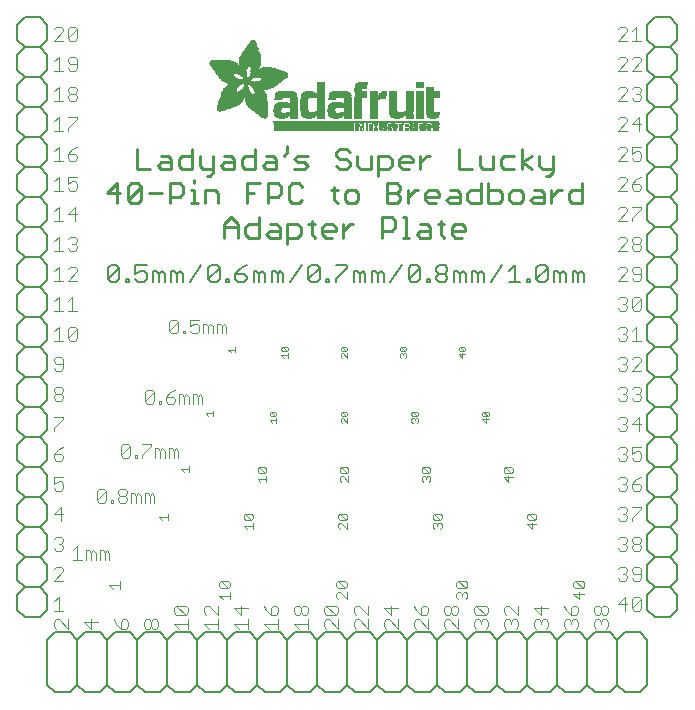
<source format=gbr>
G04 EAGLE Gerber RS-274X export*
G75*
%MOMM*%
%FSLAX34Y34*%
%LPD*%
%INSilkscreen Top*%
%IPPOS*%
%AMOC8*
5,1,8,0,0,1.08239X$1,22.5*%
G01*
%ADD10C,0.101600*%
%ADD11C,0.228600*%
%ADD12C,0.203200*%
%ADD13C,0.050800*%
%ADD14C,0.076200*%
%ADD15C,0.152400*%
%ADD16R,6.839700X0.016800*%
%ADD17R,0.268300X0.016800*%
%ADD18R,0.268200X0.016800*%
%ADD19R,0.251500X0.016800*%
%ADD20R,0.301800X0.016800*%
%ADD21R,0.251400X0.016800*%
%ADD22R,0.285000X0.016800*%
%ADD23R,0.301700X0.016800*%
%ADD24R,0.419100X0.016800*%
%ADD25R,0.318500X0.016800*%
%ADD26R,0.586700X0.016800*%
%ADD27R,0.586800X0.016800*%
%ADD28R,6.839700X0.016700*%
%ADD29R,0.268300X0.016700*%
%ADD30R,0.251400X0.016700*%
%ADD31R,0.251500X0.016700*%
%ADD32R,0.301800X0.016700*%
%ADD33R,0.285000X0.016700*%
%ADD34R,0.301700X0.016700*%
%ADD35R,0.419100X0.016700*%
%ADD36R,0.318500X0.016700*%
%ADD37R,0.586700X0.016700*%
%ADD38R,0.586800X0.016700*%
%ADD39R,0.318600X0.016800*%
%ADD40R,0.569900X0.016800*%
%ADD41R,0.335300X0.016800*%
%ADD42R,0.234700X0.016800*%
%ADD43R,0.234700X0.016700*%
%ADD44R,0.016700X0.016700*%
%ADD45R,0.318600X0.016700*%
%ADD46R,0.569900X0.016700*%
%ADD47R,0.335300X0.016700*%
%ADD48R,0.217900X0.016800*%
%ADD49R,0.033500X0.016800*%
%ADD50R,0.570000X0.016800*%
%ADD51R,0.201100X0.016700*%
%ADD52R,0.050300X0.016700*%
%ADD53R,0.670500X0.016700*%
%ADD54R,1.005800X0.016700*%
%ADD55R,0.570000X0.016700*%
%ADD56R,0.201100X0.016800*%
%ADD57R,0.067000X0.016800*%
%ADD58R,0.670500X0.016800*%
%ADD59R,1.005800X0.016800*%
%ADD60R,0.184400X0.016800*%
%ADD61R,0.989000X0.016800*%
%ADD62R,0.184400X0.016700*%
%ADD63R,0.067000X0.016700*%
%ADD64R,0.989000X0.016700*%
%ADD65R,0.167600X0.016800*%
%ADD66R,0.083800X0.016800*%
%ADD67R,0.637000X0.016800*%
%ADD68R,0.955500X0.016800*%
%ADD69R,0.150800X0.016800*%
%ADD70R,0.100600X0.016800*%
%ADD71R,0.536400X0.016800*%
%ADD72R,0.854900X0.016800*%
%ADD73R,0.150800X0.016700*%
%ADD74R,0.100600X0.016700*%
%ADD75R,0.352000X0.016700*%
%ADD76R,0.435900X0.016700*%
%ADD77R,0.402400X0.016700*%
%ADD78R,0.368800X0.016700*%
%ADD79R,0.134100X0.016800*%
%ADD80R,0.117300X0.016800*%
%ADD81R,0.435900X0.016800*%
%ADD82R,0.368900X0.016800*%
%ADD83R,0.603500X0.016800*%
%ADD84R,0.134100X0.016700*%
%ADD85R,0.117300X0.016700*%
%ADD86R,0.452600X0.016700*%
%ADD87R,0.620300X0.016700*%
%ADD88R,0.284900X0.016800*%
%ADD89R,0.486200X0.016800*%
%ADD90R,0.653800X0.016800*%
%ADD91R,0.804700X0.016800*%
%ADD92R,0.150900X0.016700*%
%ADD93R,0.268200X0.016700*%
%ADD94R,0.737600X0.016700*%
%ADD95R,0.603500X0.016700*%
%ADD96R,0.922000X0.016700*%
%ADD97R,0.150900X0.016800*%
%ADD98R,0.821400X0.016800*%
%ADD99R,0.972300X0.016800*%
%ADD100R,0.989100X0.016800*%
%ADD101R,0.083800X0.016700*%
%ADD102R,0.167600X0.016700*%
%ADD103R,0.821400X0.016700*%
%ADD104R,0.989100X0.016700*%
%ADD105R,0.201200X0.016700*%
%ADD106R,0.050300X0.016800*%
%ADD107R,0.201200X0.016800*%
%ADD108R,0.217900X0.016700*%
%ADD109R,0.284900X0.016700*%
%ADD110R,0.352100X0.016800*%
%ADD111R,0.620300X0.016800*%
%ADD112R,0.385600X0.016800*%
%ADD113R,0.335200X0.016800*%
%ADD114R,0.385600X0.016700*%
%ADD115R,0.687400X0.016700*%
%ADD116R,13.998000X0.016800*%
%ADD117R,13.998000X0.016700*%
%ADD118R,0.637000X0.016700*%
%ADD119R,0.486100X0.016700*%
%ADD120R,0.637100X0.016700*%
%ADD121R,0.519700X0.016700*%
%ADD122R,0.536500X0.016700*%
%ADD123R,0.787900X0.016800*%
%ADD124R,0.687400X0.016800*%
%ADD125R,0.771200X0.016800*%
%ADD126R,0.637100X0.016800*%
%ADD127R,0.720800X0.016800*%
%ADD128R,0.704100X0.016800*%
%ADD129R,0.754400X0.016800*%
%ADD130R,0.838200X0.016700*%
%ADD131R,0.871800X0.016700*%
%ADD132R,0.871700X0.016700*%
%ADD133R,0.402400X0.016800*%
%ADD134R,0.922100X0.016800*%
%ADD135R,0.938800X0.016800*%
%ADD136R,0.938800X0.016700*%
%ADD137R,1.022600X0.016700*%
%ADD138R,0.972400X0.016700*%
%ADD139R,0.972300X0.016700*%
%ADD140R,0.469400X0.016800*%
%ADD141R,1.072900X0.016800*%
%ADD142R,1.022600X0.016800*%
%ADD143R,1.005900X0.016800*%
%ADD144R,0.502900X0.016800*%
%ADD145R,1.123200X0.016800*%
%ADD146R,1.056200X0.016800*%
%ADD147R,1.123100X0.016800*%
%ADD148R,1.139900X0.016700*%
%ADD149R,1.089600X0.016700*%
%ADD150R,0.553200X0.016800*%
%ADD151R,1.190200X0.016800*%
%ADD152R,1.190300X0.016800*%
%ADD153R,1.039400X0.016800*%
%ADD154R,1.223700X0.016800*%
%ADD155R,1.173500X0.016800*%
%ADD156R,1.223800X0.016800*%
%ADD157R,1.240500X0.016700*%
%ADD158R,1.173500X0.016700*%
%ADD159R,1.240600X0.016700*%
%ADD160R,1.190300X0.016700*%
%ADD161R,1.056200X0.016700*%
%ADD162R,1.274100X0.016800*%
%ADD163R,1.274000X0.016800*%
%ADD164R,1.307600X0.016800*%
%ADD165R,1.257300X0.016800*%
%ADD166R,1.324400X0.016800*%
%ADD167R,0.687300X0.016700*%
%ADD168R,1.324400X0.016700*%
%ADD169R,1.307500X0.016700*%
%ADD170R,1.274100X0.016700*%
%ADD171R,1.072900X0.016700*%
%ADD172R,2.011600X0.016800*%
%ADD173R,1.324300X0.016800*%
%ADD174R,1.978100X0.016800*%
%ADD175R,2.011600X0.016700*%
%ADD176R,1.357900X0.016700*%
%ADD177R,1.994900X0.016700*%
%ADD178R,1.341200X0.016700*%
%ADD179R,1.089700X0.016700*%
%ADD180R,0.754300X0.016800*%
%ADD181R,1.994900X0.016800*%
%ADD182R,1.995000X0.016800*%
%ADD183R,1.089700X0.016800*%
%ADD184R,0.787900X0.016700*%
%ADD185R,1.995000X0.016700*%
%ADD186R,2.028400X0.016800*%
%ADD187R,2.011700X0.016800*%
%ADD188R,1.106500X0.016800*%
%ADD189R,2.028400X0.016700*%
%ADD190R,2.011700X0.016700*%
%ADD191R,1.106500X0.016700*%
%ADD192R,0.888400X0.016800*%
%ADD193R,0.922000X0.016800*%
%ADD194R,0.938700X0.016700*%
%ADD195R,2.045200X0.016800*%
%ADD196R,0.938700X0.016800*%
%ADD197R,0.670600X0.016700*%
%ADD198R,0.888500X0.016700*%
%ADD199R,2.045200X0.016700*%
%ADD200R,0.888400X0.016700*%
%ADD201R,0.804600X0.016800*%
%ADD202R,2.028500X0.016800*%
%ADD203R,1.056100X0.016700*%
%ADD204R,0.771100X0.016700*%
%ADD205R,0.754300X0.016700*%
%ADD206R,2.028500X0.016700*%
%ADD207R,0.737700X0.016700*%
%ADD208R,1.072800X0.016800*%
%ADD209R,0.871700X0.016800*%
%ADD210R,0.737600X0.016800*%
%ADD211R,0.871800X0.016800*%
%ADD212R,1.089600X0.016800*%
%ADD213R,0.704000X0.016800*%
%ADD214R,0.687300X0.016800*%
%ADD215R,0.670600X0.016800*%
%ADD216R,1.123100X0.016700*%
%ADD217R,0.720800X0.016700*%
%ADD218R,0.653700X0.016700*%
%ADD219R,0.653800X0.016700*%
%ADD220R,1.139900X0.016800*%
%ADD221R,1.173400X0.016800*%
%ADD222R,1.190200X0.016700*%
%ADD223R,1.207000X0.016800*%
%ADD224R,1.240500X0.016800*%
%ADD225R,0.469400X0.016700*%
%ADD226R,1.274000X0.016700*%
%ADD227R,0.519600X0.016800*%
%ADD228R,1.341100X0.016800*%
%ADD229R,0.771200X0.016700*%
%ADD230R,1.374600X0.016700*%
%ADD231R,0.838200X0.016800*%
%ADD232R,1.391400X0.016800*%
%ADD233R,1.424900X0.016800*%
%ADD234R,1.441700X0.016700*%
%ADD235R,1.475200X0.016800*%
%ADD236R,1.491900X0.016700*%
%ADD237R,1.525500X0.016800*%
%ADD238R,1.559000X0.016700*%
%ADD239R,1.575800X0.016800*%
%ADD240R,1.307600X0.016700*%
%ADD241R,1.592500X0.016700*%
%ADD242R,1.374700X0.016800*%
%ADD243R,1.609300X0.016800*%
%ADD244R,1.408200X0.016800*%
%ADD245R,1.626100X0.016800*%
%ADD246R,1.626100X0.016700*%
%ADD247R,1.508800X0.016800*%
%ADD248R,1.659600X0.016800*%
%ADD249R,1.559000X0.016800*%
%ADD250R,1.676400X0.016800*%
%ADD251R,1.575800X0.016700*%
%ADD252R,1.676400X0.016700*%
%ADD253R,1.978100X0.016700*%
%ADD254R,1.693100X0.016800*%
%ADD255R,1.642800X0.016800*%
%ADD256R,1.709900X0.016800*%
%ADD257R,1.961300X0.016800*%
%ADD258R,1.726600X0.016700*%
%ADD259R,1.961300X0.016700*%
%ADD260R,1.693200X0.016800*%
%ADD261R,1.726600X0.016800*%
%ADD262R,1.944600X0.016800*%
%ADD263R,1.726700X0.016700*%
%ADD264R,1.743400X0.016700*%
%ADD265R,1.944600X0.016700*%
%ADD266R,1.726700X0.016800*%
%ADD267R,1.760200X0.016800*%
%ADD268R,1.927800X0.016800*%
%ADD269R,1.911000X0.016800*%
%ADD270R,1.793700X0.016700*%
%ADD271R,1.776900X0.016700*%
%ADD272R,1.911100X0.016700*%
%ADD273R,1.894300X0.016700*%
%ADD274R,1.793800X0.016800*%
%ADD275R,1.776900X0.016800*%
%ADD276R,1.911100X0.016800*%
%ADD277R,1.894300X0.016800*%
%ADD278R,1.827300X0.016800*%
%ADD279R,1.810500X0.016800*%
%ADD280R,1.877500X0.016800*%
%ADD281R,1.844100X0.016700*%
%ADD282R,1.810500X0.016700*%
%ADD283R,1.860800X0.016700*%
%ADD284R,1.844000X0.016700*%
%ADD285R,1.860900X0.016800*%
%ADD286R,1.844000X0.016800*%
%ADD287R,1.827200X0.016800*%
%ADD288R,1.860800X0.016800*%
%ADD289R,1.793700X0.016800*%
%ADD290R,1.877600X0.016700*%
%ADD291R,1.827200X0.016700*%
%ADD292R,1.927800X0.016700*%
%ADD293R,1.927900X0.016800*%
%ADD294R,1.944700X0.016700*%
%ADD295R,1.877500X0.016700*%
%ADD296R,1.961400X0.016800*%
%ADD297R,1.961400X0.016700*%
%ADD298R,1.978200X0.016800*%
%ADD299R,1.911000X0.016700*%
%ADD300R,0.620200X0.016800*%
%ADD301R,1.425000X0.016800*%
%ADD302R,0.620200X0.016700*%
%ADD303R,1.425000X0.016700*%
%ADD304R,0.653700X0.016800*%
%ADD305R,0.704100X0.016700*%
%ADD306R,0.804700X0.016700*%
%ADD307R,0.905200X0.016800*%
%ADD308R,1.894400X0.016800*%
%ADD309R,1.927900X0.016700*%
%ADD310R,1.877600X0.016800*%
%ADD311R,3.889300X0.016800*%
%ADD312R,3.872500X0.016700*%
%ADD313R,3.872500X0.016800*%
%ADD314R,3.855700X0.016700*%
%ADD315R,0.754400X0.016700*%
%ADD316R,3.855700X0.016800*%
%ADD317R,3.839000X0.016800*%
%ADD318R,0.720900X0.016800*%
%ADD319R,3.822200X0.016700*%
%ADD320R,2.715700X0.016800*%
%ADD321R,2.632000X0.016800*%
%ADD322R,1.290800X0.016800*%
%ADD323R,2.615200X0.016700*%
%ADD324R,1.257300X0.016700*%
%ADD325R,2.581700X0.016800*%
%ADD326R,1.240600X0.016800*%
%ADD327R,2.564900X0.016800*%
%ADD328R,1.760300X0.016800*%
%ADD329R,2.531400X0.016700*%
%ADD330R,1.156700X0.016700*%
%ADD331R,2.514600X0.016800*%
%ADD332R,0.955600X0.016800*%
%ADD333R,2.497800X0.016800*%
%ADD334R,1.659700X0.016800*%
%ADD335R,2.464300X0.016700*%
%ADD336R,1.039300X0.016700*%
%ADD337R,2.447500X0.016800*%
%ADD338R,1.592500X0.016800*%
%ADD339R,0.536500X0.016800*%
%ADD340R,2.430800X0.016700*%
%ADD341R,1.559100X0.016700*%
%ADD342R,1.542300X0.016700*%
%ADD343R,0.502900X0.016700*%
%ADD344R,2.414000X0.016800*%
%ADD345R,0.905300X0.016800*%
%ADD346R,1.508700X0.016800*%
%ADD347R,0.888500X0.016800*%
%ADD348R,2.397300X0.016800*%
%ADD349R,1.441700X0.016800*%
%ADD350R,0.452700X0.016800*%
%ADD351R,1.290900X0.016700*%
%ADD352R,1.156700X0.016800*%
%ADD353R,0.855000X0.016800*%
%ADD354R,1.123200X0.016700*%
%ADD355R,0.720900X0.016700*%
%ADD356R,1.106400X0.016800*%
%ADD357R,1.106400X0.016700*%
%ADD358R,0.771100X0.016800*%
%ADD359R,0.435800X0.016700*%
%ADD360R,1.592600X0.016700*%
%ADD361R,0.435800X0.016800*%
%ADD362R,1.642900X0.016800*%
%ADD363R,0.402300X0.016800*%
%ADD364R,1.793800X0.016700*%
%ADD365R,0.368800X0.016800*%
%ADD366R,1.056100X0.016800*%
%ADD367R,1.039400X0.016700*%
%ADD368R,2.078800X0.016800*%
%ADD369R,0.335200X0.016700*%
%ADD370R,2.145800X0.016700*%
%ADD371R,2.162600X0.016800*%
%ADD372R,0.352000X0.016800*%
%ADD373R,2.212800X0.016800*%
%ADD374R,2.279900X0.016700*%
%ADD375R,2.330200X0.016800*%
%ADD376R,2.799500X0.016800*%
%ADD377R,2.816300X0.016700*%
%ADD378R,0.955500X0.016700*%
%ADD379R,2.849900X0.016800*%
%ADD380R,2.916900X0.016800*%
%ADD381R,4.224500X0.016700*%
%ADD382R,4.291600X0.016800*%
%ADD383R,4.409000X0.016800*%
%ADD384R,4.509500X0.016700*%
%ADD385R,4.526300X0.016800*%
%ADD386R,4.626800X0.016700*%
%ADD387R,4.693900X0.016800*%
%ADD388R,4.727400X0.016800*%
%ADD389R,2.548200X0.016700*%
%ADD390R,2.179300X0.016700*%
%ADD391R,2.430800X0.016800*%
%ADD392R,2.414000X0.016700*%
%ADD393R,2.414100X0.016800*%
%ADD394R,2.430700X0.016700*%
%ADD395R,2.447600X0.016700*%
%ADD396R,1.559100X0.016800*%
%ADD397R,1.525500X0.016700*%
%ADD398R,1.492000X0.016800*%
%ADD399R,1.491900X0.016800*%
%ADD400R,1.458500X0.016700*%
%ADD401R,2.061900X0.016800*%
%ADD402R,1.408100X0.016700*%
%ADD403R,0.905200X0.016700*%
%ADD404R,2.112300X0.016700*%
%ADD405R,2.179300X0.016800*%
%ADD406R,1.408200X0.016700*%
%ADD407R,2.212900X0.016700*%
%ADD408R,1.140000X0.016800*%
%ADD409R,3.319300X0.016800*%
%ADD410R,1.374700X0.016700*%
%ADD411R,0.402300X0.016700*%
%ADD412R,3.302500X0.016700*%
%ADD413R,3.285700X0.016800*%
%ADD414R,1.357900X0.016800*%
%ADD415R,3.269000X0.016800*%
%ADD416R,3.285800X0.016700*%
%ADD417R,3.268900X0.016800*%
%ADD418R,0.452700X0.016700*%
%ADD419R,3.268900X0.016700*%
%ADD420R,1.391400X0.016700*%
%ADD421R,3.269000X0.016700*%
%ADD422R,1.374600X0.016800*%
%ADD423R,0.519700X0.016800*%
%ADD424R,3.252200X0.016800*%
%ADD425R,3.235400X0.016800*%
%ADD426R,3.235400X0.016700*%
%ADD427R,3.218600X0.016800*%
%ADD428R,3.201900X0.016800*%
%ADD429R,3.201900X0.016700*%
%ADD430R,1.458500X0.016800*%
%ADD431R,1.525600X0.016800*%
%ADD432R,3.185100X0.016800*%
%ADD433R,2.531300X0.016700*%
%ADD434R,3.168400X0.016700*%
%ADD435R,2.531300X0.016800*%
%ADD436R,3.151600X0.016800*%
%ADD437R,2.548100X0.016800*%
%ADD438R,3.134900X0.016800*%
%ADD439R,2.564900X0.016700*%
%ADD440R,3.118100X0.016700*%
%ADD441R,2.581600X0.016800*%
%ADD442R,3.101400X0.016800*%
%ADD443R,2.598400X0.016700*%
%ADD444R,3.067900X0.016700*%
%ADD445R,2.598400X0.016800*%
%ADD446R,3.034300X0.016800*%
%ADD447R,2.615100X0.016800*%
%ADD448R,3.000800X0.016800*%
%ADD449R,2.631900X0.016700*%
%ADD450R,2.950500X0.016700*%
%ADD451R,2.648700X0.016800*%
%ADD452R,2.900200X0.016800*%
%ADD453R,2.665500X0.016800*%
%ADD454R,2.682200X0.016700*%
%ADD455R,2.799600X0.016700*%
%ADD456R,2.699000X0.016800*%
%ADD457R,2.732500X0.016800*%
%ADD458R,2.749300X0.016700*%
%ADD459R,2.632000X0.016700*%
%ADD460R,2.749300X0.016800*%
%ADD461R,2.766100X0.016700*%
%ADD462R,2.766100X0.016800*%
%ADD463R,2.481100X0.016800*%
%ADD464R,2.782900X0.016800*%
%ADD465R,2.380500X0.016700*%
%ADD466R,2.833100X0.016800*%
%ADD467R,1.592600X0.016800*%
%ADD468R,2.849900X0.016700*%
%ADD469R,2.883400X0.016800*%
%ADD470R,2.917000X0.016700*%
%ADD471R,2.933700X0.016800*%
%ADD472R,2.967200X0.016800*%
%ADD473R,2.967200X0.016700*%
%ADD474R,3.017500X0.016700*%
%ADD475R,3.051000X0.016800*%
%ADD476R,0.788000X0.016800*%
%ADD477R,3.084600X0.016800*%
%ADD478R,2.397300X0.016700*%
%ADD479R,2.397200X0.016800*%
%ADD480R,1.760200X0.016700*%
%ADD481R,2.397200X0.016700*%
%ADD482R,1.827300X0.016700*%
%ADD483R,2.380500X0.016800*%
%ADD484R,2.363700X0.016800*%
%ADD485R,2.363700X0.016700*%
%ADD486R,2.346900X0.016800*%
%ADD487R,2.296600X0.016700*%
%ADD488R,2.279900X0.016800*%
%ADD489R,2.246300X0.016800*%
%ADD490R,2.229600X0.016700*%
%ADD491R,2.129100X0.016800*%
%ADD492R,2.112300X0.016800*%
%ADD493R,1.609300X0.016700*%
%ADD494R,1.743400X0.016800*%
%ADD495R,1.693100X0.016700*%
%ADD496R,1.659700X0.016700*%
%ADD497R,1.575900X0.016800*%
%ADD498R,1.575900X0.016700*%
%ADD499R,1.475200X0.016700*%
%ADD500R,1.324300X0.016700*%
%ADD501R,1.290800X0.016700*%
%ADD502R,1.207000X0.016700*%
%ADD503R,0.854900X0.016700*%
%ADD504R,0.821500X0.016700*%
%ADD505R,0.821500X0.016800*%
%ADD506R,0.218000X0.016800*%


D10*
X-248412Y26084D02*
X-244514Y29982D01*
X-244514Y18288D01*
X-248412Y18288D02*
X-240616Y18288D01*
X-240616Y43688D02*
X-248412Y43688D01*
X-240616Y51484D01*
X-240616Y53433D01*
X-242565Y55382D01*
X-246463Y55382D01*
X-248412Y53433D01*
X-248412Y78833D02*
X-246463Y80782D01*
X-242565Y80782D01*
X-240616Y78833D01*
X-240616Y76884D01*
X-242565Y74935D01*
X-244514Y74935D01*
X-242565Y74935D02*
X-240616Y72986D01*
X-240616Y71037D01*
X-242565Y69088D01*
X-246463Y69088D01*
X-248412Y71037D01*
X-242565Y94488D02*
X-242565Y106182D01*
X-248412Y100335D01*
X-240616Y100335D01*
X-240616Y131582D02*
X-248412Y131582D01*
X-248412Y125735D01*
X-244514Y127684D01*
X-242565Y127684D01*
X-240616Y125735D01*
X-240616Y121837D01*
X-242565Y119888D01*
X-246463Y119888D01*
X-248412Y121837D01*
X-244514Y155033D02*
X-240616Y156982D01*
X-244514Y155033D02*
X-248412Y151135D01*
X-248412Y147237D01*
X-246463Y145288D01*
X-242565Y145288D01*
X-240616Y147237D01*
X-240616Y149186D01*
X-242565Y151135D01*
X-248412Y151135D01*
X-248412Y182382D02*
X-240616Y182382D01*
X-240616Y180433D01*
X-248412Y172637D01*
X-248412Y170688D01*
X-248412Y205833D02*
X-246463Y207782D01*
X-242565Y207782D01*
X-240616Y205833D01*
X-240616Y203884D01*
X-242565Y201935D01*
X-240616Y199986D01*
X-240616Y198037D01*
X-242565Y196088D01*
X-246463Y196088D01*
X-248412Y198037D01*
X-248412Y199986D01*
X-246463Y201935D01*
X-248412Y203884D01*
X-248412Y205833D01*
X-246463Y201935D02*
X-242565Y201935D01*
X-246463Y221488D02*
X-248412Y223437D01*
X-246463Y221488D02*
X-242565Y221488D01*
X-240616Y223437D01*
X-240616Y231233D01*
X-242565Y233182D01*
X-246463Y233182D01*
X-248412Y231233D01*
X-248412Y229284D01*
X-246463Y227335D01*
X-240616Y227335D01*
X-248412Y254684D02*
X-244514Y258582D01*
X-244514Y246888D01*
X-248412Y246888D02*
X-240616Y246888D01*
X-236718Y248837D02*
X-236718Y256633D01*
X-234769Y258582D01*
X-230871Y258582D01*
X-228922Y256633D01*
X-228922Y248837D01*
X-230871Y246888D01*
X-234769Y246888D01*
X-236718Y248837D01*
X-228922Y256633D01*
X-248412Y280084D02*
X-244514Y283982D01*
X-244514Y272288D01*
X-248412Y272288D02*
X-240616Y272288D01*
X-236718Y280084D02*
X-232820Y283982D01*
X-232820Y272288D01*
X-236718Y272288D02*
X-228922Y272288D01*
X-248412Y305484D02*
X-244514Y309382D01*
X-244514Y297688D01*
X-248412Y297688D02*
X-240616Y297688D01*
X-236718Y297688D02*
X-228922Y297688D01*
X-236718Y297688D02*
X-228922Y305484D01*
X-228922Y307433D01*
X-230871Y309382D01*
X-234769Y309382D01*
X-236718Y307433D01*
X-248412Y330884D02*
X-244514Y334782D01*
X-244514Y323088D01*
X-248412Y323088D02*
X-240616Y323088D01*
X-236718Y332833D02*
X-234769Y334782D01*
X-230871Y334782D01*
X-228922Y332833D01*
X-228922Y330884D01*
X-230871Y328935D01*
X-232820Y328935D01*
X-230871Y328935D02*
X-228922Y326986D01*
X-228922Y325037D01*
X-230871Y323088D01*
X-234769Y323088D01*
X-236718Y325037D01*
X-248412Y356284D02*
X-244514Y360182D01*
X-244514Y348488D01*
X-248412Y348488D02*
X-240616Y348488D01*
X-230871Y348488D02*
X-230871Y360182D01*
X-236718Y354335D01*
X-228922Y354335D01*
X-248412Y381684D02*
X-244514Y385582D01*
X-244514Y373888D01*
X-248412Y373888D02*
X-240616Y373888D01*
X-236718Y385582D02*
X-228922Y385582D01*
X-236718Y385582D02*
X-236718Y379735D01*
X-232820Y381684D01*
X-230871Y381684D01*
X-228922Y379735D01*
X-228922Y375837D01*
X-230871Y373888D01*
X-234769Y373888D01*
X-236718Y375837D01*
X-248412Y407084D02*
X-244514Y410982D01*
X-244514Y399288D01*
X-248412Y399288D02*
X-240616Y399288D01*
X-232820Y409033D02*
X-228922Y410982D01*
X-232820Y409033D02*
X-236718Y405135D01*
X-236718Y401237D01*
X-234769Y399288D01*
X-230871Y399288D01*
X-228922Y401237D01*
X-228922Y403186D01*
X-230871Y405135D01*
X-236718Y405135D01*
X-248412Y432484D02*
X-244514Y436382D01*
X-244514Y424688D01*
X-248412Y424688D02*
X-240616Y424688D01*
X-236718Y436382D02*
X-228922Y436382D01*
X-228922Y434433D01*
X-236718Y426637D01*
X-236718Y424688D01*
X-248412Y457884D02*
X-244514Y461782D01*
X-244514Y450088D01*
X-248412Y450088D02*
X-240616Y450088D01*
X-236718Y459833D02*
X-234769Y461782D01*
X-230871Y461782D01*
X-228922Y459833D01*
X-228922Y457884D01*
X-230871Y455935D01*
X-228922Y453986D01*
X-228922Y452037D01*
X-230871Y450088D01*
X-234769Y450088D01*
X-236718Y452037D01*
X-236718Y453986D01*
X-234769Y455935D01*
X-236718Y457884D01*
X-236718Y459833D01*
X-234769Y455935D02*
X-230871Y455935D01*
X-248412Y483284D02*
X-244514Y487182D01*
X-244514Y475488D01*
X-248412Y475488D02*
X-240616Y475488D01*
X-236718Y477437D02*
X-234769Y475488D01*
X-230871Y475488D01*
X-228922Y477437D01*
X-228922Y485233D01*
X-230871Y487182D01*
X-234769Y487182D01*
X-236718Y485233D01*
X-236718Y483284D01*
X-234769Y481335D01*
X-228922Y481335D01*
X-240616Y500888D02*
X-248412Y500888D01*
X-240616Y508684D01*
X-240616Y510633D01*
X-242565Y512582D01*
X-246463Y512582D01*
X-248412Y510633D01*
X-236718Y510633D02*
X-236718Y502837D01*
X-236718Y510633D02*
X-234769Y512582D01*
X-230871Y512582D01*
X-228922Y510633D01*
X-228922Y502837D01*
X-230871Y500888D01*
X-234769Y500888D01*
X-236718Y502837D01*
X-228922Y510633D01*
X229108Y500888D02*
X236904Y500888D01*
X229108Y500888D02*
X236904Y508684D01*
X236904Y510633D01*
X234955Y512582D01*
X231057Y512582D01*
X229108Y510633D01*
X240802Y508684D02*
X244700Y512582D01*
X244700Y500888D01*
X240802Y500888D02*
X248598Y500888D01*
X236904Y475488D02*
X229108Y475488D01*
X236904Y483284D01*
X236904Y485233D01*
X234955Y487182D01*
X231057Y487182D01*
X229108Y485233D01*
X240802Y475488D02*
X248598Y475488D01*
X240802Y475488D02*
X248598Y483284D01*
X248598Y485233D01*
X246649Y487182D01*
X242751Y487182D01*
X240802Y485233D01*
X236904Y450088D02*
X229108Y450088D01*
X236904Y457884D01*
X236904Y459833D01*
X234955Y461782D01*
X231057Y461782D01*
X229108Y459833D01*
X240802Y459833D02*
X242751Y461782D01*
X246649Y461782D01*
X248598Y459833D01*
X248598Y457884D01*
X246649Y455935D01*
X244700Y455935D01*
X246649Y455935D02*
X248598Y453986D01*
X248598Y452037D01*
X246649Y450088D01*
X242751Y450088D01*
X240802Y452037D01*
X236904Y424688D02*
X229108Y424688D01*
X236904Y432484D01*
X236904Y434433D01*
X234955Y436382D01*
X231057Y436382D01*
X229108Y434433D01*
X246649Y436382D02*
X246649Y424688D01*
X240802Y430535D02*
X246649Y436382D01*
X248598Y430535D02*
X240802Y430535D01*
X236904Y399288D02*
X229108Y399288D01*
X236904Y407084D01*
X236904Y409033D01*
X234955Y410982D01*
X231057Y410982D01*
X229108Y409033D01*
X240802Y410982D02*
X248598Y410982D01*
X240802Y410982D02*
X240802Y405135D01*
X244700Y407084D01*
X246649Y407084D01*
X248598Y405135D01*
X248598Y401237D01*
X246649Y399288D01*
X242751Y399288D01*
X240802Y401237D01*
X236904Y373888D02*
X229108Y373888D01*
X236904Y381684D01*
X236904Y383633D01*
X234955Y385582D01*
X231057Y385582D01*
X229108Y383633D01*
X244700Y383633D02*
X248598Y385582D01*
X244700Y383633D02*
X240802Y379735D01*
X240802Y375837D01*
X242751Y373888D01*
X246649Y373888D01*
X248598Y375837D01*
X248598Y377786D01*
X246649Y379735D01*
X240802Y379735D01*
X236904Y348488D02*
X229108Y348488D01*
X236904Y356284D01*
X236904Y358233D01*
X234955Y360182D01*
X231057Y360182D01*
X229108Y358233D01*
X240802Y360182D02*
X248598Y360182D01*
X248598Y358233D01*
X240802Y350437D01*
X240802Y348488D01*
X236904Y323088D02*
X229108Y323088D01*
X236904Y330884D01*
X236904Y332833D01*
X234955Y334782D01*
X231057Y334782D01*
X229108Y332833D01*
X240802Y332833D02*
X242751Y334782D01*
X246649Y334782D01*
X248598Y332833D01*
X248598Y330884D01*
X246649Y328935D01*
X248598Y326986D01*
X248598Y325037D01*
X246649Y323088D01*
X242751Y323088D01*
X240802Y325037D01*
X240802Y326986D01*
X242751Y328935D01*
X240802Y330884D01*
X240802Y332833D01*
X242751Y328935D02*
X246649Y328935D01*
X236904Y297688D02*
X229108Y297688D01*
X236904Y305484D01*
X236904Y307433D01*
X234955Y309382D01*
X231057Y309382D01*
X229108Y307433D01*
X240802Y299637D02*
X242751Y297688D01*
X246649Y297688D01*
X248598Y299637D01*
X248598Y307433D01*
X246649Y309382D01*
X242751Y309382D01*
X240802Y307433D01*
X240802Y305484D01*
X242751Y303535D01*
X248598Y303535D01*
X231057Y283982D02*
X229108Y282033D01*
X231057Y283982D02*
X234955Y283982D01*
X236904Y282033D01*
X236904Y280084D01*
X234955Y278135D01*
X233006Y278135D01*
X234955Y278135D02*
X236904Y276186D01*
X236904Y274237D01*
X234955Y272288D01*
X231057Y272288D01*
X229108Y274237D01*
X240802Y274237D02*
X240802Y282033D01*
X242751Y283982D01*
X246649Y283982D01*
X248598Y282033D01*
X248598Y274237D01*
X246649Y272288D01*
X242751Y272288D01*
X240802Y274237D01*
X248598Y282033D01*
X231057Y258582D02*
X229108Y256633D01*
X231057Y258582D02*
X234955Y258582D01*
X236904Y256633D01*
X236904Y254684D01*
X234955Y252735D01*
X233006Y252735D01*
X234955Y252735D02*
X236904Y250786D01*
X236904Y248837D01*
X234955Y246888D01*
X231057Y246888D01*
X229108Y248837D01*
X240802Y254684D02*
X244700Y258582D01*
X244700Y246888D01*
X240802Y246888D02*
X248598Y246888D01*
X231057Y233182D02*
X229108Y231233D01*
X231057Y233182D02*
X234955Y233182D01*
X236904Y231233D01*
X236904Y229284D01*
X234955Y227335D01*
X233006Y227335D01*
X234955Y227335D02*
X236904Y225386D01*
X236904Y223437D01*
X234955Y221488D01*
X231057Y221488D01*
X229108Y223437D01*
X240802Y221488D02*
X248598Y221488D01*
X240802Y221488D02*
X248598Y229284D01*
X248598Y231233D01*
X246649Y233182D01*
X242751Y233182D01*
X240802Y231233D01*
X231057Y207782D02*
X229108Y205833D01*
X231057Y207782D02*
X234955Y207782D01*
X236904Y205833D01*
X236904Y203884D01*
X234955Y201935D01*
X233006Y201935D01*
X234955Y201935D02*
X236904Y199986D01*
X236904Y198037D01*
X234955Y196088D01*
X231057Y196088D01*
X229108Y198037D01*
X240802Y205833D02*
X242751Y207782D01*
X246649Y207782D01*
X248598Y205833D01*
X248598Y203884D01*
X246649Y201935D01*
X244700Y201935D01*
X246649Y201935D02*
X248598Y199986D01*
X248598Y198037D01*
X246649Y196088D01*
X242751Y196088D01*
X240802Y198037D01*
X231057Y182382D02*
X229108Y180433D01*
X231057Y182382D02*
X234955Y182382D01*
X236904Y180433D01*
X236904Y178484D01*
X234955Y176535D01*
X233006Y176535D01*
X234955Y176535D02*
X236904Y174586D01*
X236904Y172637D01*
X234955Y170688D01*
X231057Y170688D01*
X229108Y172637D01*
X246649Y170688D02*
X246649Y182382D01*
X240802Y176535D01*
X248598Y176535D01*
X231057Y156982D02*
X229108Y155033D01*
X231057Y156982D02*
X234955Y156982D01*
X236904Y155033D01*
X236904Y153084D01*
X234955Y151135D01*
X233006Y151135D01*
X234955Y151135D02*
X236904Y149186D01*
X236904Y147237D01*
X234955Y145288D01*
X231057Y145288D01*
X229108Y147237D01*
X240802Y156982D02*
X248598Y156982D01*
X240802Y156982D02*
X240802Y151135D01*
X244700Y153084D01*
X246649Y153084D01*
X248598Y151135D01*
X248598Y147237D01*
X246649Y145288D01*
X242751Y145288D01*
X240802Y147237D01*
X231057Y131582D02*
X229108Y129633D01*
X231057Y131582D02*
X234955Y131582D01*
X236904Y129633D01*
X236904Y127684D01*
X234955Y125735D01*
X233006Y125735D01*
X234955Y125735D02*
X236904Y123786D01*
X236904Y121837D01*
X234955Y119888D01*
X231057Y119888D01*
X229108Y121837D01*
X244700Y129633D02*
X248598Y131582D01*
X244700Y129633D02*
X240802Y125735D01*
X240802Y121837D01*
X242751Y119888D01*
X246649Y119888D01*
X248598Y121837D01*
X248598Y123786D01*
X246649Y125735D01*
X240802Y125735D01*
X231057Y106182D02*
X229108Y104233D01*
X231057Y106182D02*
X234955Y106182D01*
X236904Y104233D01*
X236904Y102284D01*
X234955Y100335D01*
X233006Y100335D01*
X234955Y100335D02*
X236904Y98386D01*
X236904Y96437D01*
X234955Y94488D01*
X231057Y94488D01*
X229108Y96437D01*
X240802Y106182D02*
X248598Y106182D01*
X248598Y104233D01*
X240802Y96437D01*
X240802Y94488D01*
X231057Y80782D02*
X229108Y78833D01*
X231057Y80782D02*
X234955Y80782D01*
X236904Y78833D01*
X236904Y76884D01*
X234955Y74935D01*
X233006Y74935D01*
X234955Y74935D02*
X236904Y72986D01*
X236904Y71037D01*
X234955Y69088D01*
X231057Y69088D01*
X229108Y71037D01*
X240802Y78833D02*
X242751Y80782D01*
X246649Y80782D01*
X248598Y78833D01*
X248598Y76884D01*
X246649Y74935D01*
X248598Y72986D01*
X248598Y71037D01*
X246649Y69088D01*
X242751Y69088D01*
X240802Y71037D01*
X240802Y72986D01*
X242751Y74935D01*
X240802Y76884D01*
X240802Y78833D01*
X242751Y74935D02*
X246649Y74935D01*
X231057Y55382D02*
X229108Y53433D01*
X231057Y55382D02*
X234955Y55382D01*
X236904Y53433D01*
X236904Y51484D01*
X234955Y49535D01*
X233006Y49535D01*
X234955Y49535D02*
X236904Y47586D01*
X236904Y45637D01*
X234955Y43688D01*
X231057Y43688D01*
X229108Y45637D01*
X240802Y45637D02*
X242751Y43688D01*
X246649Y43688D01*
X248598Y45637D01*
X248598Y53433D01*
X246649Y55382D01*
X242751Y55382D01*
X240802Y53433D01*
X240802Y51484D01*
X242751Y49535D01*
X248598Y49535D01*
X234955Y29982D02*
X234955Y18288D01*
X229108Y24135D02*
X234955Y29982D01*
X236904Y24135D02*
X229108Y24135D01*
X240802Y20237D02*
X240802Y28033D01*
X242751Y29982D01*
X246649Y29982D01*
X248598Y28033D01*
X248598Y20237D01*
X246649Y18288D01*
X242751Y18288D01*
X240802Y20237D01*
X248598Y28033D01*
X-236728Y10844D02*
X-236728Y3048D01*
X-244524Y10844D01*
X-246473Y10844D01*
X-248422Y8895D01*
X-248422Y4997D01*
X-246473Y3048D01*
X-223022Y8895D02*
X-211328Y8895D01*
X-217175Y3048D02*
X-223022Y8895D01*
X-217175Y10844D02*
X-217175Y3048D01*
X-197622Y10844D02*
X-195673Y6946D01*
X-191775Y3048D01*
X-187877Y3048D01*
X-185928Y4997D01*
X-185928Y8895D01*
X-187877Y10844D01*
X-189826Y10844D01*
X-191775Y8895D01*
X-191775Y3048D01*
X-172222Y4997D02*
X-170273Y3048D01*
X-172222Y4997D02*
X-172222Y8895D01*
X-170273Y10844D01*
X-168324Y10844D01*
X-166375Y8895D01*
X-164426Y10844D01*
X-162477Y10844D01*
X-160528Y8895D01*
X-160528Y4997D01*
X-162477Y3048D01*
X-164426Y3048D01*
X-166375Y4997D01*
X-168324Y3048D01*
X-170273Y3048D01*
X-166375Y4997D02*
X-166375Y8895D01*
X-146822Y6946D02*
X-142924Y3048D01*
X-146822Y6946D02*
X-135128Y6946D01*
X-135128Y3048D02*
X-135128Y10844D01*
X-137077Y14742D02*
X-144873Y14742D01*
X-146822Y16691D01*
X-146822Y20589D01*
X-144873Y22538D01*
X-137077Y22538D01*
X-135128Y20589D01*
X-135128Y16691D01*
X-137077Y14742D01*
X-144873Y22538D01*
X-121422Y6946D02*
X-117524Y3048D01*
X-121422Y6946D02*
X-109728Y6946D01*
X-109728Y3048D02*
X-109728Y10844D01*
X-109728Y14742D02*
X-109728Y22538D01*
X-109728Y14742D02*
X-117524Y22538D01*
X-119473Y22538D01*
X-121422Y20589D01*
X-121422Y16691D01*
X-119473Y14742D01*
X-96022Y6946D02*
X-92124Y3048D01*
X-96022Y6946D02*
X-84328Y6946D01*
X-84328Y3048D02*
X-84328Y10844D01*
X-84328Y20589D02*
X-96022Y20589D01*
X-90175Y14742D01*
X-90175Y22538D01*
X-70622Y6946D02*
X-66724Y3048D01*
X-70622Y6946D02*
X-58928Y6946D01*
X-58928Y3048D02*
X-58928Y10844D01*
X-68673Y18640D02*
X-70622Y22538D01*
X-68673Y18640D02*
X-64775Y14742D01*
X-60877Y14742D01*
X-58928Y16691D01*
X-58928Y20589D01*
X-60877Y22538D01*
X-62826Y22538D01*
X-64775Y20589D01*
X-64775Y14742D01*
X-45222Y6946D02*
X-41324Y3048D01*
X-45222Y6946D02*
X-33528Y6946D01*
X-33528Y3048D02*
X-33528Y10844D01*
X-43273Y14742D02*
X-45222Y16691D01*
X-45222Y20589D01*
X-43273Y22538D01*
X-41324Y22538D01*
X-39375Y20589D01*
X-37426Y22538D01*
X-35477Y22538D01*
X-33528Y20589D01*
X-33528Y16691D01*
X-35477Y14742D01*
X-37426Y14742D01*
X-39375Y16691D01*
X-41324Y14742D01*
X-43273Y14742D01*
X-39375Y16691D02*
X-39375Y20589D01*
X-8128Y10844D02*
X-8128Y3048D01*
X-15924Y10844D01*
X-17873Y10844D01*
X-19822Y8895D01*
X-19822Y4997D01*
X-17873Y3048D01*
X-17873Y14742D02*
X-10077Y14742D01*
X-17873Y14742D02*
X-19822Y16691D01*
X-19822Y20589D01*
X-17873Y22538D01*
X-10077Y22538D01*
X-8128Y20589D01*
X-8128Y16691D01*
X-10077Y14742D01*
X-17873Y22538D01*
X17272Y10844D02*
X17272Y3048D01*
X9476Y10844D01*
X7527Y10844D01*
X5578Y8895D01*
X5578Y4997D01*
X7527Y3048D01*
X17272Y14742D02*
X17272Y22538D01*
X17272Y14742D02*
X9476Y22538D01*
X7527Y22538D01*
X5578Y20589D01*
X5578Y16691D01*
X7527Y14742D01*
X42672Y10844D02*
X42672Y3048D01*
X34876Y10844D01*
X32927Y10844D01*
X30978Y8895D01*
X30978Y4997D01*
X32927Y3048D01*
X30978Y20589D02*
X42672Y20589D01*
X36825Y14742D02*
X30978Y20589D01*
X36825Y22538D02*
X36825Y14742D01*
X68072Y10844D02*
X68072Y3048D01*
X60276Y10844D01*
X58327Y10844D01*
X56378Y8895D01*
X56378Y4997D01*
X58327Y3048D01*
X58327Y18640D02*
X56378Y22538D01*
X58327Y18640D02*
X62225Y14742D01*
X66123Y14742D01*
X68072Y16691D01*
X68072Y20589D01*
X66123Y22538D01*
X64174Y22538D01*
X62225Y20589D01*
X62225Y14742D01*
X93472Y10844D02*
X93472Y3048D01*
X85676Y10844D01*
X83727Y10844D01*
X81778Y8895D01*
X81778Y4997D01*
X83727Y3048D01*
X83727Y14742D02*
X81778Y16691D01*
X81778Y20589D01*
X83727Y22538D01*
X85676Y22538D01*
X87625Y20589D01*
X89574Y22538D01*
X91523Y22538D01*
X93472Y20589D01*
X93472Y16691D01*
X91523Y14742D01*
X89574Y14742D01*
X87625Y16691D01*
X85676Y14742D01*
X83727Y14742D01*
X87625Y16691D02*
X87625Y20589D01*
X107178Y4997D02*
X109127Y3048D01*
X107178Y4997D02*
X107178Y8895D01*
X109127Y10844D01*
X111076Y10844D01*
X113025Y8895D01*
X113025Y6946D01*
X113025Y8895D02*
X114974Y10844D01*
X116923Y10844D01*
X118872Y8895D01*
X118872Y4997D01*
X116923Y3048D01*
X116923Y14742D02*
X109127Y14742D01*
X107178Y16691D01*
X107178Y20589D01*
X109127Y22538D01*
X116923Y22538D01*
X118872Y20589D01*
X118872Y16691D01*
X116923Y14742D01*
X109127Y22538D01*
X132578Y4997D02*
X134527Y3048D01*
X132578Y4997D02*
X132578Y8895D01*
X134527Y10844D01*
X136476Y10844D01*
X138425Y8895D01*
X138425Y6946D01*
X138425Y8895D02*
X140374Y10844D01*
X142323Y10844D01*
X144272Y8895D01*
X144272Y4997D01*
X142323Y3048D01*
X144272Y14742D02*
X144272Y22538D01*
X144272Y14742D02*
X136476Y22538D01*
X134527Y22538D01*
X132578Y20589D01*
X132578Y16691D01*
X134527Y14742D01*
X157978Y4997D02*
X159927Y3048D01*
X157978Y4997D02*
X157978Y8895D01*
X159927Y10844D01*
X161876Y10844D01*
X163825Y8895D01*
X163825Y6946D01*
X163825Y8895D02*
X165774Y10844D01*
X167723Y10844D01*
X169672Y8895D01*
X169672Y4997D01*
X167723Y3048D01*
X169672Y20589D02*
X157978Y20589D01*
X163825Y14742D01*
X163825Y22538D01*
X183378Y4997D02*
X185327Y3048D01*
X183378Y4997D02*
X183378Y8895D01*
X185327Y10844D01*
X187276Y10844D01*
X189225Y8895D01*
X189225Y6946D01*
X189225Y8895D02*
X191174Y10844D01*
X193123Y10844D01*
X195072Y8895D01*
X195072Y4997D01*
X193123Y3048D01*
X185327Y18640D02*
X183378Y22538D01*
X185327Y18640D02*
X189225Y14742D01*
X193123Y14742D01*
X195072Y16691D01*
X195072Y20589D01*
X193123Y22538D01*
X191174Y22538D01*
X189225Y20589D01*
X189225Y14742D01*
X208778Y4997D02*
X210727Y3048D01*
X208778Y4997D02*
X208778Y8895D01*
X210727Y10844D01*
X212676Y10844D01*
X214625Y8895D01*
X214625Y6946D01*
X214625Y8895D02*
X216574Y10844D01*
X218523Y10844D01*
X220472Y8895D01*
X220472Y4997D01*
X218523Y3048D01*
X210727Y14742D02*
X208778Y16691D01*
X208778Y20589D01*
X210727Y22538D01*
X212676Y22538D01*
X214625Y20589D01*
X216574Y22538D01*
X218523Y22538D01*
X220472Y20589D01*
X220472Y16691D01*
X218523Y14742D01*
X216574Y14742D01*
X214625Y16691D01*
X212676Y14742D01*
X210727Y14742D01*
X214625Y16691D02*
X214625Y20589D01*
X-171495Y195497D02*
X-171495Y203293D01*
X-169546Y205242D01*
X-165648Y205242D01*
X-163699Y203293D01*
X-163699Y195497D01*
X-165648Y193548D01*
X-169546Y193548D01*
X-171495Y195497D01*
X-163699Y203293D01*
X-159801Y195497D02*
X-159801Y193548D01*
X-159801Y195497D02*
X-157852Y195497D01*
X-157852Y193548D01*
X-159801Y193548D01*
X-150056Y203293D02*
X-146158Y205242D01*
X-150056Y203293D02*
X-153954Y199395D01*
X-153954Y195497D01*
X-152005Y193548D01*
X-148107Y193548D01*
X-146158Y195497D01*
X-146158Y197446D01*
X-148107Y199395D01*
X-153954Y199395D01*
X-142260Y201344D02*
X-142260Y193548D01*
X-142260Y201344D02*
X-140311Y201344D01*
X-138362Y199395D01*
X-138362Y193548D01*
X-138362Y199395D02*
X-136413Y201344D01*
X-134464Y199395D01*
X-134464Y193548D01*
X-130566Y193548D02*
X-130566Y201344D01*
X-128617Y201344D01*
X-126668Y199395D01*
X-126668Y193548D01*
X-126668Y199395D02*
X-124719Y201344D01*
X-122770Y199395D01*
X-122770Y193548D01*
X-191815Y157573D02*
X-191815Y149777D01*
X-191815Y157573D02*
X-189866Y159522D01*
X-185968Y159522D01*
X-184019Y157573D01*
X-184019Y149777D01*
X-185968Y147828D01*
X-189866Y147828D01*
X-191815Y149777D01*
X-184019Y157573D01*
X-180121Y149777D02*
X-180121Y147828D01*
X-180121Y149777D02*
X-178172Y149777D01*
X-178172Y147828D01*
X-180121Y147828D01*
X-174274Y159522D02*
X-166478Y159522D01*
X-166478Y157573D01*
X-174274Y149777D01*
X-174274Y147828D01*
X-162580Y147828D02*
X-162580Y155624D01*
X-160631Y155624D01*
X-158682Y153675D01*
X-158682Y147828D01*
X-158682Y153675D02*
X-156733Y155624D01*
X-154784Y153675D01*
X-154784Y147828D01*
X-150886Y147828D02*
X-150886Y155624D01*
X-148937Y155624D01*
X-146988Y153675D01*
X-146988Y147828D01*
X-146988Y153675D02*
X-145039Y155624D01*
X-143090Y153675D01*
X-143090Y147828D01*
X-212135Y119473D02*
X-212135Y111677D01*
X-212135Y119473D02*
X-210186Y121422D01*
X-206288Y121422D01*
X-204339Y119473D01*
X-204339Y111677D01*
X-206288Y109728D01*
X-210186Y109728D01*
X-212135Y111677D01*
X-204339Y119473D01*
X-200441Y111677D02*
X-200441Y109728D01*
X-200441Y111677D02*
X-198492Y111677D01*
X-198492Y109728D01*
X-200441Y109728D01*
X-194594Y119473D02*
X-192645Y121422D01*
X-188747Y121422D01*
X-186798Y119473D01*
X-186798Y117524D01*
X-188747Y115575D01*
X-186798Y113626D01*
X-186798Y111677D01*
X-188747Y109728D01*
X-192645Y109728D01*
X-194594Y111677D01*
X-194594Y113626D01*
X-192645Y115575D01*
X-194594Y117524D01*
X-194594Y119473D01*
X-192645Y115575D02*
X-188747Y115575D01*
X-182900Y117524D02*
X-182900Y109728D01*
X-182900Y117524D02*
X-180951Y117524D01*
X-179002Y115575D01*
X-179002Y109728D01*
X-179002Y115575D02*
X-177053Y117524D01*
X-175104Y115575D01*
X-175104Y109728D01*
X-171206Y109728D02*
X-171206Y117524D01*
X-169257Y117524D01*
X-167308Y115575D01*
X-167308Y109728D01*
X-167308Y115575D02*
X-165359Y117524D01*
X-163410Y115575D01*
X-163410Y109728D01*
X-228796Y73162D02*
X-232694Y69264D01*
X-228796Y73162D02*
X-228796Y61468D01*
X-232694Y61468D02*
X-224898Y61468D01*
X-221000Y61468D02*
X-221000Y69264D01*
X-219051Y69264D01*
X-217102Y67315D01*
X-217102Y61468D01*
X-217102Y67315D02*
X-215153Y69264D01*
X-213204Y67315D01*
X-213204Y61468D01*
X-209306Y61468D02*
X-209306Y69264D01*
X-207357Y69264D01*
X-205408Y67315D01*
X-205408Y61468D01*
X-205408Y67315D02*
X-203459Y69264D01*
X-201510Y67315D01*
X-201510Y61468D01*
X-151175Y254933D02*
X-151175Y262729D01*
X-149226Y264678D01*
X-145328Y264678D01*
X-143379Y262729D01*
X-143379Y254933D01*
X-145328Y252984D01*
X-149226Y252984D01*
X-151175Y254933D01*
X-143379Y262729D01*
X-139481Y254933D02*
X-139481Y252984D01*
X-139481Y254933D02*
X-137532Y254933D01*
X-137532Y252984D01*
X-139481Y252984D01*
X-133634Y264678D02*
X-125838Y264678D01*
X-133634Y264678D02*
X-133634Y258831D01*
X-129736Y260780D01*
X-127787Y260780D01*
X-125838Y258831D01*
X-125838Y254933D01*
X-127787Y252984D01*
X-131685Y252984D01*
X-133634Y254933D01*
X-121940Y252984D02*
X-121940Y260780D01*
X-119991Y260780D01*
X-118042Y258831D01*
X-118042Y252984D01*
X-118042Y258831D02*
X-116093Y260780D01*
X-114144Y258831D01*
X-114144Y252984D01*
X-110246Y252984D02*
X-110246Y260780D01*
X-108297Y260780D01*
X-106348Y258831D01*
X-106348Y252984D01*
X-106348Y258831D02*
X-104399Y260780D01*
X-102450Y258831D01*
X-102450Y252984D01*
D11*
X-178341Y392049D02*
X-178341Y409082D01*
X-178341Y392049D02*
X-166986Y392049D01*
X-157727Y403404D02*
X-152050Y403404D01*
X-149211Y400565D01*
X-149211Y392049D01*
X-157727Y392049D01*
X-160566Y394888D01*
X-157727Y397727D01*
X-149211Y397727D01*
X-131436Y392049D02*
X-131436Y409082D01*
X-131436Y392049D02*
X-139953Y392049D01*
X-142791Y394888D01*
X-142791Y400565D01*
X-139953Y403404D01*
X-131436Y403404D01*
X-125016Y403404D02*
X-125016Y394888D01*
X-122178Y392049D01*
X-113661Y392049D01*
X-113661Y389210D02*
X-113661Y403404D01*
X-113661Y389210D02*
X-116500Y386372D01*
X-119339Y386372D01*
X-104403Y403404D02*
X-98725Y403404D01*
X-95887Y400565D01*
X-95887Y392049D01*
X-104403Y392049D01*
X-107242Y394888D01*
X-104403Y397727D01*
X-95887Y397727D01*
X-78112Y392049D02*
X-78112Y409082D01*
X-78112Y392049D02*
X-86628Y392049D01*
X-89467Y394888D01*
X-89467Y400565D01*
X-86628Y403404D01*
X-78112Y403404D01*
X-68853Y403404D02*
X-63176Y403404D01*
X-60337Y400565D01*
X-60337Y392049D01*
X-68853Y392049D01*
X-71692Y394888D01*
X-68853Y397727D01*
X-60337Y397727D01*
X-51078Y406243D02*
X-51078Y411920D01*
X-51078Y406243D02*
X-53917Y403404D01*
X-45030Y392049D02*
X-36513Y392049D01*
X-33675Y394888D01*
X-36513Y397727D01*
X-42191Y397727D01*
X-45030Y400565D01*
X-42191Y403404D01*
X-33675Y403404D01*
X-964Y409082D02*
X1875Y406243D01*
X-964Y409082D02*
X-6641Y409082D01*
X-9480Y406243D01*
X-9480Y403404D01*
X-6641Y400565D01*
X-964Y400565D01*
X1875Y397727D01*
X1875Y394888D01*
X-964Y392049D01*
X-6641Y392049D01*
X-9480Y394888D01*
X8295Y394888D02*
X8295Y403404D01*
X8295Y394888D02*
X11134Y392049D01*
X19650Y392049D01*
X19650Y403404D01*
X26070Y403404D02*
X26070Y386372D01*
X26070Y403404D02*
X34586Y403404D01*
X37425Y400565D01*
X37425Y394888D01*
X34586Y392049D01*
X26070Y392049D01*
X46683Y392049D02*
X52361Y392049D01*
X46683Y392049D02*
X43845Y394888D01*
X43845Y400565D01*
X46683Y403404D01*
X52361Y403404D01*
X55200Y400565D01*
X55200Y397727D01*
X43845Y397727D01*
X61619Y392049D02*
X61619Y403404D01*
X61619Y397727D02*
X67297Y403404D01*
X70136Y403404D01*
X94207Y409082D02*
X94207Y392049D01*
X105562Y392049D01*
X111982Y394888D02*
X111982Y403404D01*
X111982Y394888D02*
X114820Y392049D01*
X123337Y392049D01*
X123337Y403404D01*
X132595Y403404D02*
X141111Y403404D01*
X132595Y403404D02*
X129756Y400565D01*
X129756Y394888D01*
X132595Y392049D01*
X141111Y392049D01*
X147531Y392049D02*
X147531Y409082D01*
X147531Y397727D02*
X156047Y392049D01*
X147531Y397727D02*
X156047Y403404D01*
X162344Y403404D02*
X162344Y394888D01*
X165182Y392049D01*
X173699Y392049D01*
X173699Y389210D02*
X173699Y403404D01*
X173699Y389210D02*
X170860Y386372D01*
X168021Y386372D01*
X-195006Y380126D02*
X-195006Y363093D01*
X-203522Y371609D02*
X-195006Y380126D01*
X-192167Y371609D02*
X-203522Y371609D01*
X-185747Y365932D02*
X-185747Y377287D01*
X-182908Y380126D01*
X-177231Y380126D01*
X-174392Y377287D01*
X-174392Y365932D01*
X-177231Y363093D01*
X-182908Y363093D01*
X-185747Y365932D01*
X-174392Y377287D01*
X-167972Y371609D02*
X-156617Y371609D01*
X-150197Y363093D02*
X-150197Y380126D01*
X-141681Y380126D01*
X-138842Y377287D01*
X-138842Y371609D01*
X-141681Y368771D01*
X-150197Y368771D01*
X-132423Y374448D02*
X-129584Y374448D01*
X-129584Y363093D01*
X-132423Y363093D02*
X-126745Y363093D01*
X-129584Y380126D02*
X-129584Y382964D01*
X-120573Y374448D02*
X-120573Y363093D01*
X-120573Y374448D02*
X-112056Y374448D01*
X-109218Y371609D01*
X-109218Y363093D01*
X-85023Y363093D02*
X-85023Y380126D01*
X-73668Y380126D01*
X-79346Y371609D02*
X-85023Y371609D01*
X-67248Y363093D02*
X-67248Y380126D01*
X-58732Y380126D01*
X-55893Y377287D01*
X-55893Y371609D01*
X-58732Y368771D01*
X-67248Y368771D01*
X-40957Y380126D02*
X-38118Y377287D01*
X-40957Y380126D02*
X-46635Y380126D01*
X-49473Y377287D01*
X-49473Y365932D01*
X-46635Y363093D01*
X-40957Y363093D01*
X-38118Y365932D01*
X-11085Y365932D02*
X-11085Y377287D01*
X-11085Y365932D02*
X-8246Y363093D01*
X-8246Y374448D02*
X-13924Y374448D01*
X765Y363093D02*
X6443Y363093D01*
X9281Y365932D01*
X9281Y371609D01*
X6443Y374448D01*
X765Y374448D01*
X-2074Y371609D01*
X-2074Y365932D01*
X765Y363093D01*
X33476Y363093D02*
X33476Y380126D01*
X41992Y380126D01*
X44831Y377287D01*
X44831Y374448D01*
X41992Y371609D01*
X44831Y368771D01*
X44831Y365932D01*
X41992Y363093D01*
X33476Y363093D01*
X33476Y371609D02*
X41992Y371609D01*
X51251Y374448D02*
X51251Y363093D01*
X51251Y368771D02*
X56928Y374448D01*
X59767Y374448D01*
X68902Y363093D02*
X74579Y363093D01*
X68902Y363093D02*
X66063Y365932D01*
X66063Y371609D01*
X68902Y374448D01*
X74579Y374448D01*
X77418Y371609D01*
X77418Y368771D01*
X66063Y368771D01*
X86677Y374448D02*
X92354Y374448D01*
X95193Y371609D01*
X95193Y363093D01*
X86677Y363093D01*
X83838Y365932D01*
X86677Y368771D01*
X95193Y368771D01*
X112968Y363093D02*
X112968Y380126D01*
X112968Y363093D02*
X104452Y363093D01*
X101613Y365932D01*
X101613Y371609D01*
X104452Y374448D01*
X112968Y374448D01*
X119388Y380126D02*
X119388Y363093D01*
X127904Y363093D01*
X130743Y365932D01*
X130743Y371609D01*
X127904Y374448D01*
X119388Y374448D01*
X140001Y363093D02*
X145679Y363093D01*
X148518Y365932D01*
X148518Y371609D01*
X145679Y374448D01*
X140001Y374448D01*
X137163Y371609D01*
X137163Y365932D01*
X140001Y363093D01*
X157776Y374448D02*
X163454Y374448D01*
X166292Y371609D01*
X166292Y363093D01*
X157776Y363093D01*
X154937Y365932D01*
X157776Y368771D01*
X166292Y368771D01*
X172712Y374448D02*
X172712Y363093D01*
X172712Y368771D02*
X178390Y374448D01*
X181228Y374448D01*
X198880Y380126D02*
X198880Y363093D01*
X190363Y363093D01*
X187525Y365932D01*
X187525Y371609D01*
X190363Y374448D01*
X198880Y374448D01*
X-104279Y345492D02*
X-104279Y334137D01*
X-104279Y345492D02*
X-98601Y351170D01*
X-92924Y345492D01*
X-92924Y334137D01*
X-92924Y342653D02*
X-104279Y342653D01*
X-75149Y351170D02*
X-75149Y334137D01*
X-83665Y334137D01*
X-86504Y336976D01*
X-86504Y342653D01*
X-83665Y345492D01*
X-75149Y345492D01*
X-65891Y345492D02*
X-60213Y345492D01*
X-57374Y342653D01*
X-57374Y334137D01*
X-65891Y334137D01*
X-68729Y336976D01*
X-65891Y339815D01*
X-57374Y339815D01*
X-50954Y345492D02*
X-50954Y328460D01*
X-50954Y345492D02*
X-42438Y345492D01*
X-39599Y342653D01*
X-39599Y336976D01*
X-42438Y334137D01*
X-50954Y334137D01*
X-30341Y336976D02*
X-30341Y348331D01*
X-30341Y336976D02*
X-27502Y334137D01*
X-27502Y345492D02*
X-33180Y345492D01*
X-18491Y334137D02*
X-12813Y334137D01*
X-18491Y334137D02*
X-21330Y336976D01*
X-21330Y342653D01*
X-18491Y345492D01*
X-12813Y345492D01*
X-9975Y342653D01*
X-9975Y339815D01*
X-21330Y339815D01*
X-3555Y334137D02*
X-3555Y345492D01*
X-3555Y339815D02*
X2123Y345492D01*
X4961Y345492D01*
X29032Y351170D02*
X29032Y334137D01*
X29032Y351170D02*
X37549Y351170D01*
X40387Y348331D01*
X40387Y342653D01*
X37549Y339815D01*
X29032Y339815D01*
X46807Y351170D02*
X49646Y351170D01*
X49646Y334137D01*
X46807Y334137D02*
X52485Y334137D01*
X61496Y345492D02*
X67173Y345492D01*
X70012Y342653D01*
X70012Y334137D01*
X61496Y334137D01*
X58657Y336976D01*
X61496Y339815D01*
X70012Y339815D01*
X79271Y336976D02*
X79271Y348331D01*
X79271Y336976D02*
X82109Y334137D01*
X82109Y345492D02*
X76432Y345492D01*
X91121Y334137D02*
X96798Y334137D01*
X91121Y334137D02*
X88282Y336976D01*
X88282Y342653D01*
X91121Y345492D01*
X96798Y345492D01*
X99637Y342653D01*
X99637Y339815D01*
X88282Y339815D01*
D12*
X-203004Y308451D02*
X-203004Y298621D01*
X-203004Y308451D02*
X-200547Y310909D01*
X-195632Y310909D01*
X-193174Y308451D01*
X-193174Y298621D01*
X-195632Y296164D01*
X-200547Y296164D01*
X-203004Y298621D01*
X-193174Y308451D01*
X-187568Y298621D02*
X-187568Y296164D01*
X-187568Y298621D02*
X-185111Y298621D01*
X-185111Y296164D01*
X-187568Y296164D01*
X-179850Y310909D02*
X-170020Y310909D01*
X-179850Y310909D02*
X-179850Y303536D01*
X-174935Y305994D01*
X-172478Y305994D01*
X-170020Y303536D01*
X-170020Y298621D01*
X-172478Y296164D01*
X-177392Y296164D01*
X-179850Y298621D01*
X-164414Y296164D02*
X-164414Y305994D01*
X-161956Y305994D01*
X-159499Y303536D01*
X-159499Y296164D01*
X-159499Y303536D02*
X-157042Y305994D01*
X-154584Y303536D01*
X-154584Y296164D01*
X-148978Y296164D02*
X-148978Y305994D01*
X-146520Y305994D01*
X-144063Y303536D01*
X-144063Y296164D01*
X-144063Y303536D02*
X-141605Y305994D01*
X-139148Y303536D01*
X-139148Y296164D01*
X-133542Y296164D02*
X-123712Y310909D01*
X-118106Y308451D02*
X-118106Y298621D01*
X-118106Y308451D02*
X-115648Y310909D01*
X-110733Y310909D01*
X-108276Y308451D01*
X-108276Y298621D01*
X-110733Y296164D01*
X-115648Y296164D01*
X-118106Y298621D01*
X-108276Y308451D01*
X-102670Y298621D02*
X-102670Y296164D01*
X-102670Y298621D02*
X-100212Y298621D01*
X-100212Y296164D01*
X-102670Y296164D01*
X-90037Y308451D02*
X-85122Y310909D01*
X-90037Y308451D02*
X-94952Y303536D01*
X-94952Y298621D01*
X-92494Y296164D01*
X-87579Y296164D01*
X-85122Y298621D01*
X-85122Y301079D01*
X-87579Y303536D01*
X-94952Y303536D01*
X-79515Y305994D02*
X-79515Y296164D01*
X-79515Y305994D02*
X-77058Y305994D01*
X-74601Y303536D01*
X-74601Y296164D01*
X-74601Y303536D02*
X-72143Y305994D01*
X-69686Y303536D01*
X-69686Y296164D01*
X-64079Y296164D02*
X-64079Y305994D01*
X-61622Y305994D01*
X-59165Y303536D01*
X-59165Y296164D01*
X-59165Y303536D02*
X-56707Y305994D01*
X-54250Y303536D01*
X-54250Y296164D01*
X-48643Y296164D02*
X-38814Y310909D01*
X-33207Y308451D02*
X-33207Y298621D01*
X-33207Y308451D02*
X-30750Y310909D01*
X-25835Y310909D01*
X-23378Y308451D01*
X-23378Y298621D01*
X-25835Y296164D01*
X-30750Y296164D01*
X-33207Y298621D01*
X-23378Y308451D01*
X-17771Y298621D02*
X-17771Y296164D01*
X-17771Y298621D02*
X-15314Y298621D01*
X-15314Y296164D01*
X-17771Y296164D01*
X-10053Y310909D02*
X-223Y310909D01*
X-223Y308451D01*
X-10053Y298621D01*
X-10053Y296164D01*
X5383Y296164D02*
X5383Y305994D01*
X7840Y305994D01*
X10298Y303536D01*
X10298Y296164D01*
X10298Y303536D02*
X12755Y305994D01*
X15213Y303536D01*
X15213Y296164D01*
X20819Y296164D02*
X20819Y305994D01*
X23276Y305994D01*
X25734Y303536D01*
X25734Y296164D01*
X25734Y303536D02*
X28191Y305994D01*
X30649Y303536D01*
X30649Y296164D01*
X36255Y296164D02*
X46085Y310909D01*
X51691Y308451D02*
X51691Y298621D01*
X51691Y308451D02*
X54148Y310909D01*
X59063Y310909D01*
X61521Y308451D01*
X61521Y298621D01*
X59063Y296164D01*
X54148Y296164D01*
X51691Y298621D01*
X61521Y308451D01*
X67127Y298621D02*
X67127Y296164D01*
X67127Y298621D02*
X69585Y298621D01*
X69585Y296164D01*
X67127Y296164D01*
X74845Y308451D02*
X77303Y310909D01*
X82217Y310909D01*
X84675Y308451D01*
X84675Y305994D01*
X82217Y303536D01*
X84675Y301079D01*
X84675Y298621D01*
X82217Y296164D01*
X77303Y296164D01*
X74845Y298621D01*
X74845Y301079D01*
X77303Y303536D01*
X74845Y305994D01*
X74845Y308451D01*
X77303Y303536D02*
X82217Y303536D01*
X90281Y305994D02*
X90281Y296164D01*
X90281Y305994D02*
X92739Y305994D01*
X95196Y303536D01*
X95196Y296164D01*
X95196Y303536D02*
X97654Y305994D01*
X100111Y303536D01*
X100111Y296164D01*
X105717Y296164D02*
X105717Y305994D01*
X108175Y305994D01*
X110632Y303536D01*
X110632Y296164D01*
X110632Y303536D02*
X113090Y305994D01*
X115547Y303536D01*
X115547Y296164D01*
X121153Y296164D02*
X130983Y310909D01*
X136589Y305994D02*
X141504Y310909D01*
X141504Y296164D01*
X136589Y296164D02*
X146419Y296164D01*
X152025Y296164D02*
X152025Y298621D01*
X154483Y298621D01*
X154483Y296164D01*
X152025Y296164D01*
X159744Y298621D02*
X159744Y308451D01*
X162201Y310909D01*
X167116Y310909D01*
X169573Y308451D01*
X169573Y298621D01*
X167116Y296164D01*
X162201Y296164D01*
X159744Y298621D01*
X169573Y308451D01*
X175180Y305994D02*
X175180Y296164D01*
X175180Y305994D02*
X177637Y305994D01*
X180094Y303536D01*
X180094Y296164D01*
X180094Y303536D02*
X182552Y305994D01*
X185009Y303536D01*
X185009Y296164D01*
X190616Y296164D02*
X190616Y305994D01*
X193073Y305994D01*
X195530Y303536D01*
X195530Y296164D01*
X195530Y303536D02*
X197988Y305994D01*
X200445Y303536D01*
X200445Y296164D01*
D13*
X-117983Y183374D02*
X-119847Y185238D01*
X-114254Y185238D01*
X-114254Y183374D02*
X-114254Y187103D01*
X-65847Y179238D02*
X-63983Y177374D01*
X-65847Y179238D02*
X-60254Y179238D01*
X-60254Y177374D02*
X-60254Y181103D01*
X-61186Y182987D02*
X-64915Y182987D01*
X-65847Y183919D01*
X-65847Y185783D01*
X-64915Y186716D01*
X-61186Y186716D01*
X-60254Y185783D01*
X-60254Y183919D01*
X-61186Y182987D01*
X-64915Y186716D01*
X114153Y180170D02*
X119746Y180170D01*
X116950Y177374D02*
X114153Y180170D01*
X116950Y181103D02*
X116950Y177374D01*
X118814Y182987D02*
X115085Y182987D01*
X114153Y183919D01*
X114153Y185783D01*
X115085Y186716D01*
X118814Y186716D01*
X119746Y185783D01*
X119746Y183919D01*
X118814Y182987D01*
X115085Y186716D01*
X-254Y181103D02*
X-254Y177374D01*
X-3983Y181103D01*
X-4915Y181103D01*
X-5847Y180170D01*
X-5847Y178306D01*
X-4915Y177374D01*
X-4915Y182987D02*
X-1186Y182987D01*
X-4915Y182987D02*
X-5847Y183919D01*
X-5847Y185783D01*
X-4915Y186716D01*
X-1186Y186716D01*
X-254Y185783D01*
X-254Y183919D01*
X-1186Y182987D01*
X-4915Y186716D01*
X54153Y178306D02*
X55085Y177374D01*
X54153Y178306D02*
X54153Y180170D01*
X55085Y181103D01*
X56018Y181103D01*
X56950Y180170D01*
X56950Y179238D01*
X56950Y180170D02*
X57882Y181103D01*
X58814Y181103D01*
X59746Y180170D01*
X59746Y178306D01*
X58814Y177374D01*
X58814Y182987D02*
X55085Y182987D01*
X54153Y183919D01*
X54153Y185783D01*
X55085Y186716D01*
X58814Y186716D01*
X59746Y185783D01*
X59746Y183919D01*
X58814Y182987D01*
X55085Y186716D01*
D14*
X-138668Y135797D02*
X-141125Y138254D01*
X-133753Y138254D01*
X-133753Y135797D02*
X-133753Y140712D01*
X-76125Y129770D02*
X-73668Y127313D01*
X-76125Y129770D02*
X-68753Y129770D01*
X-68753Y127313D02*
X-68753Y132228D01*
X-69982Y134797D02*
X-74897Y134797D01*
X-76125Y136026D01*
X-76125Y138483D01*
X-74897Y139712D01*
X-69982Y139712D01*
X-68753Y138483D01*
X-68753Y136026D01*
X-69982Y134797D01*
X-74897Y139712D01*
X132375Y130999D02*
X139747Y130999D01*
X136061Y127313D02*
X132375Y130999D01*
X136061Y132228D02*
X136061Y127313D01*
X138518Y134797D02*
X133603Y134797D01*
X132375Y136026D01*
X132375Y138483D01*
X133603Y139712D01*
X138518Y139712D01*
X139747Y138483D01*
X139747Y136026D01*
X138518Y134797D01*
X133603Y139712D01*
X747Y132228D02*
X747Y127313D01*
X-4168Y132228D01*
X-5397Y132228D01*
X-6625Y130999D01*
X-6625Y128541D01*
X-5397Y127313D01*
X-5397Y134797D02*
X-482Y134797D01*
X-5397Y134797D02*
X-6625Y136026D01*
X-6625Y138483D01*
X-5397Y139712D01*
X-482Y139712D01*
X747Y138483D01*
X747Y136026D01*
X-482Y134797D01*
X-5397Y139712D01*
X62875Y128541D02*
X64103Y127313D01*
X62875Y128541D02*
X62875Y130999D01*
X64103Y132228D01*
X65332Y132228D01*
X66561Y130999D01*
X66561Y129770D01*
X66561Y130999D02*
X67790Y132228D01*
X69018Y132228D01*
X70247Y130999D01*
X70247Y128541D01*
X69018Y127313D01*
X69018Y134797D02*
X64103Y134797D01*
X62875Y136026D01*
X62875Y138483D01*
X64103Y139712D01*
X69018Y139712D01*
X70247Y138483D01*
X70247Y136026D01*
X69018Y134797D01*
X64103Y139712D01*
X-157168Y95197D02*
X-159625Y97654D01*
X-152253Y97654D01*
X-152253Y95197D02*
X-152253Y100112D01*
X-87625Y90170D02*
X-85168Y87713D01*
X-87625Y90170D02*
X-80253Y90170D01*
X-80253Y87713D02*
X-80253Y92628D01*
X-81482Y95197D02*
X-86397Y95197D01*
X-87625Y96426D01*
X-87625Y98883D01*
X-86397Y100112D01*
X-81482Y100112D01*
X-80253Y98883D01*
X-80253Y96426D01*
X-81482Y95197D01*
X-86397Y100112D01*
X-253Y92628D02*
X-253Y87713D01*
X-5168Y92628D01*
X-6397Y92628D01*
X-7625Y91399D01*
X-7625Y88941D01*
X-6397Y87713D01*
X-6397Y95197D02*
X-1482Y95197D01*
X-6397Y95197D02*
X-7625Y96426D01*
X-7625Y98883D01*
X-6397Y100112D01*
X-1482Y100112D01*
X-253Y98883D01*
X-253Y96426D01*
X-1482Y95197D01*
X-6397Y100112D01*
X152375Y91399D02*
X159747Y91399D01*
X156061Y87713D02*
X152375Y91399D01*
X156061Y92628D02*
X156061Y87713D01*
X158518Y95197D02*
X153603Y95197D01*
X152375Y96426D01*
X152375Y98883D01*
X153603Y100112D01*
X158518Y100112D01*
X159747Y98883D01*
X159747Y96426D01*
X158518Y95197D01*
X153603Y100112D01*
X73603Y87713D02*
X72375Y88941D01*
X72375Y91399D01*
X73603Y92628D01*
X74832Y92628D01*
X76061Y91399D01*
X76061Y90170D01*
X76061Y91399D02*
X77290Y92628D01*
X78518Y92628D01*
X79747Y91399D01*
X79747Y88941D01*
X78518Y87713D01*
X78518Y95197D02*
X73603Y95197D01*
X72375Y96426D01*
X72375Y98883D01*
X73603Y100112D01*
X78518Y100112D01*
X79747Y98883D01*
X79747Y96426D01*
X78518Y95197D01*
X73603Y100112D01*
X-198652Y36881D02*
X-201787Y40016D01*
X-192381Y40016D01*
X-192381Y36881D02*
X-192381Y43152D01*
X-108787Y31016D02*
X-105652Y27881D01*
X-108787Y31016D02*
X-99381Y31016D01*
X-99381Y27881D02*
X-99381Y34152D01*
X-100949Y37236D02*
X-107219Y37236D01*
X-108787Y38804D01*
X-108787Y41939D01*
X-107219Y43507D01*
X-100949Y43507D01*
X-99381Y41939D01*
X-99381Y38804D01*
X-100949Y37236D01*
X-107219Y43507D01*
X191213Y32584D02*
X200619Y32584D01*
X195916Y27881D02*
X191213Y32584D01*
X195916Y34152D02*
X195916Y27881D01*
X199051Y37236D02*
X192781Y37236D01*
X191213Y38804D01*
X191213Y41939D01*
X192781Y43507D01*
X199051Y43507D01*
X200619Y41939D01*
X200619Y38804D01*
X199051Y37236D01*
X192781Y43507D01*
X-381Y34152D02*
X-381Y27881D01*
X-6652Y34152D01*
X-8219Y34152D01*
X-9787Y32584D01*
X-9787Y29449D01*
X-8219Y27881D01*
X-8219Y37236D02*
X-1949Y37236D01*
X-8219Y37236D02*
X-9787Y38804D01*
X-9787Y41939D01*
X-8219Y43507D01*
X-1949Y43507D01*
X-381Y41939D01*
X-381Y38804D01*
X-1949Y37236D01*
X-8219Y43507D01*
X92213Y29449D02*
X93781Y27881D01*
X92213Y29449D02*
X92213Y32584D01*
X93781Y34152D01*
X95348Y34152D01*
X96916Y32584D01*
X96916Y31016D01*
X96916Y32584D02*
X98484Y34152D01*
X100051Y34152D01*
X101619Y32584D01*
X101619Y29449D01*
X100051Y27881D01*
X100051Y37236D02*
X93781Y37236D01*
X92213Y38804D01*
X92213Y41939D01*
X93781Y43507D01*
X100051Y43507D01*
X101619Y41939D01*
X101619Y38804D01*
X100051Y37236D01*
X93781Y43507D01*
D15*
X-247650Y-50800D02*
X-254000Y-44450D01*
X-247650Y-50800D02*
X-234950Y-50800D01*
X-228600Y-44450D01*
X-222250Y-50800D01*
X-209550Y-50800D01*
X-203200Y-44450D01*
X-196850Y-50800D01*
X-184150Y-50800D01*
X-177800Y-44450D01*
X-171450Y-50800D01*
X-158750Y-50800D01*
X-152400Y-44450D01*
X-146050Y-50800D01*
X-133350Y-50800D01*
X-127000Y-44450D01*
X-120650Y-50800D01*
X-107950Y-50800D01*
X-101600Y-44450D01*
X-254000Y-44450D02*
X-254000Y-6350D01*
X-247650Y0D01*
X-234950Y0D01*
X-228600Y-6350D01*
X-222250Y0D01*
X-209550Y0D01*
X-203200Y-6350D01*
X-196850Y0D01*
X-184150Y0D01*
X-177800Y-6350D01*
X-171450Y0D01*
X-158750Y0D01*
X-152400Y-6350D01*
X-146050Y0D01*
X-133350Y0D01*
X-127000Y-6350D01*
X-120650Y0D01*
X-107950Y0D01*
X-101600Y-6350D01*
X-95250Y0D01*
X-82550Y0D01*
X-76200Y-6350D01*
X-69850Y0D01*
X-57150Y0D01*
X-50800Y-6350D01*
X-44450Y0D01*
X-31750Y0D01*
X-25400Y-6350D01*
X-19050Y0D01*
X-6350Y0D01*
X0Y-6350D01*
X6350Y0D01*
X19050Y0D01*
X25400Y-6350D01*
X31750Y0D01*
X44450Y0D01*
X50800Y-6350D01*
X57150Y0D01*
X69850Y0D01*
X76200Y-6350D01*
X82550Y0D01*
X95250Y0D01*
X101600Y-6350D01*
X107950Y0D01*
X120650Y0D01*
X127000Y-6350D01*
X133350Y0D01*
X146050Y0D01*
X152400Y-6350D01*
X158750Y0D01*
X171450Y0D01*
X177800Y-6350D01*
X184150Y0D01*
X196850Y0D01*
X203200Y-6350D01*
X209550Y0D01*
X222250Y0D01*
X228600Y-6350D01*
X228600Y-44450D02*
X222250Y-50800D01*
X209550Y-50800D01*
X203200Y-44450D01*
X196850Y-50800D01*
X184150Y-50800D01*
X177800Y-44450D01*
X171450Y-50800D01*
X158750Y-50800D01*
X152400Y-44450D01*
X146050Y-50800D01*
X133350Y-50800D01*
X127000Y-44450D01*
X120650Y-50800D01*
X107950Y-50800D01*
X101600Y-44450D01*
X95250Y-50800D01*
X82550Y-50800D01*
X76200Y-44450D01*
X69850Y-50800D01*
X57150Y-50800D01*
X50800Y-44450D01*
X44450Y-50800D01*
X31750Y-50800D01*
X25400Y-44450D01*
X19050Y-50800D01*
X6350Y-50800D01*
X0Y-44450D01*
X-6350Y-50800D01*
X-19050Y-50800D01*
X-25400Y-44450D01*
X-31750Y-50800D01*
X-44450Y-50800D01*
X-50800Y-44450D01*
X-57150Y-50800D01*
X-69850Y-50800D01*
X-76200Y-44450D01*
X-82550Y-50800D01*
X-95250Y-50800D01*
X-101600Y-44450D01*
X-228600Y-44450D02*
X-228600Y-6350D01*
X-203200Y-6350D02*
X-203200Y-44450D01*
X-177800Y-44450D02*
X-177800Y-6350D01*
X-152400Y-6350D02*
X-152400Y-44450D01*
X-127000Y-44450D02*
X-127000Y-6350D01*
X-101600Y-6350D02*
X-101600Y-44450D01*
X-76200Y-44450D02*
X-76200Y-6350D01*
X-50800Y-6350D02*
X-50800Y-44450D01*
X-25400Y-44450D02*
X-25400Y-6350D01*
X0Y-6350D02*
X0Y-44450D01*
X25400Y-44450D02*
X25400Y-6350D01*
X50800Y-6350D02*
X50800Y-44450D01*
X76200Y-44450D02*
X76200Y-6350D01*
X101600Y-6350D02*
X101600Y-44450D01*
X127000Y-44450D02*
X127000Y-6350D01*
X152400Y-6350D02*
X152400Y-44450D01*
X177800Y-44450D02*
X177800Y-6350D01*
X203200Y-6350D02*
X203200Y-44450D01*
X228600Y-44450D02*
X228600Y-6350D01*
X234950Y0D01*
X247650Y0D01*
X254000Y-6350D01*
X254000Y-44450D02*
X247650Y-50800D01*
X234950Y-50800D01*
X228600Y-44450D01*
X254000Y-44450D02*
X254000Y-6350D01*
X-279400Y476250D02*
X-279400Y488950D01*
X-273050Y495300D01*
X-260350Y495300D01*
X-254000Y488950D01*
X-279400Y450850D02*
X-273050Y444500D01*
X-279400Y450850D02*
X-279400Y463550D01*
X-273050Y469900D01*
X-260350Y469900D01*
X-254000Y463550D01*
X-254000Y450850D01*
X-260350Y444500D01*
X-273050Y469900D02*
X-279400Y476250D01*
X-260350Y469900D02*
X-254000Y476250D01*
X-254000Y488950D01*
X-279400Y412750D02*
X-279400Y400050D01*
X-279400Y412750D02*
X-273050Y419100D01*
X-260350Y419100D01*
X-254000Y412750D01*
X-273050Y419100D02*
X-279400Y425450D01*
X-279400Y438150D01*
X-273050Y444500D01*
X-260350Y444500D01*
X-254000Y438150D01*
X-254000Y425450D01*
X-260350Y419100D01*
X-279400Y374650D02*
X-273050Y368300D01*
X-279400Y374650D02*
X-279400Y387350D01*
X-273050Y393700D01*
X-260350Y393700D01*
X-254000Y387350D01*
X-254000Y374650D01*
X-260350Y368300D01*
X-273050Y393700D02*
X-279400Y400050D01*
X-260350Y393700D02*
X-254000Y400050D01*
X-254000Y412750D01*
X-279400Y336550D02*
X-279400Y323850D01*
X-279400Y336550D02*
X-273050Y342900D01*
X-260350Y342900D01*
X-254000Y336550D01*
X-273050Y342900D02*
X-279400Y349250D01*
X-279400Y361950D01*
X-273050Y368300D01*
X-260350Y368300D01*
X-254000Y361950D01*
X-254000Y349250D01*
X-260350Y342900D01*
X-279400Y298450D02*
X-273050Y292100D01*
X-279400Y298450D02*
X-279400Y311150D01*
X-273050Y317500D01*
X-260350Y317500D01*
X-254000Y311150D01*
X-254000Y298450D01*
X-260350Y292100D01*
X-273050Y317500D02*
X-279400Y323850D01*
X-260350Y317500D02*
X-254000Y323850D01*
X-254000Y336550D01*
X-279400Y260350D02*
X-279400Y247650D01*
X-279400Y260350D02*
X-273050Y266700D01*
X-260350Y266700D01*
X-254000Y260350D01*
X-273050Y266700D02*
X-279400Y273050D01*
X-279400Y285750D01*
X-273050Y292100D01*
X-260350Y292100D01*
X-254000Y285750D01*
X-254000Y273050D01*
X-260350Y266700D01*
X-279400Y222250D02*
X-273050Y215900D01*
X-279400Y222250D02*
X-279400Y234950D01*
X-273050Y241300D01*
X-260350Y241300D01*
X-254000Y234950D01*
X-254000Y222250D01*
X-260350Y215900D01*
X-273050Y241300D02*
X-279400Y247650D01*
X-260350Y241300D02*
X-254000Y247650D01*
X-254000Y260350D01*
X-279400Y184150D02*
X-279400Y171450D01*
X-279400Y184150D02*
X-273050Y190500D01*
X-260350Y190500D01*
X-254000Y184150D01*
X-273050Y190500D02*
X-279400Y196850D01*
X-279400Y209550D01*
X-273050Y215900D01*
X-260350Y215900D01*
X-254000Y209550D01*
X-254000Y196850D01*
X-260350Y190500D01*
X-279400Y146050D02*
X-273050Y139700D01*
X-279400Y146050D02*
X-279400Y158750D01*
X-273050Y165100D01*
X-260350Y165100D01*
X-254000Y158750D01*
X-254000Y146050D01*
X-260350Y139700D01*
X-273050Y165100D02*
X-279400Y171450D01*
X-260350Y165100D02*
X-254000Y171450D01*
X-254000Y184150D01*
X-279400Y107950D02*
X-279400Y95250D01*
X-279400Y107950D02*
X-273050Y114300D01*
X-260350Y114300D01*
X-254000Y107950D01*
X-273050Y114300D02*
X-279400Y120650D01*
X-279400Y133350D01*
X-273050Y139700D01*
X-260350Y139700D01*
X-254000Y133350D01*
X-254000Y120650D01*
X-260350Y114300D01*
X-279400Y69850D02*
X-273050Y63500D01*
X-279400Y69850D02*
X-279400Y82550D01*
X-273050Y88900D01*
X-260350Y88900D01*
X-254000Y82550D01*
X-254000Y69850D01*
X-260350Y63500D01*
X-273050Y88900D02*
X-279400Y95250D01*
X-260350Y88900D02*
X-254000Y95250D01*
X-254000Y107950D01*
X-279400Y31750D02*
X-279400Y19050D01*
X-279400Y31750D02*
X-273050Y38100D01*
X-260350Y38100D01*
X-254000Y31750D01*
X-273050Y38100D02*
X-279400Y44450D01*
X-279400Y57150D01*
X-273050Y63500D01*
X-260350Y63500D01*
X-254000Y57150D01*
X-254000Y44450D01*
X-260350Y38100D01*
X-260350Y12700D02*
X-273050Y12700D01*
X-279400Y19050D01*
X-260350Y12700D02*
X-254000Y19050D01*
X-254000Y31750D01*
X-279400Y501650D02*
X-279400Y514350D01*
X-273050Y520700D01*
X-260350Y520700D01*
X-254000Y514350D01*
X-273050Y495300D02*
X-279400Y501650D01*
X-260350Y495300D02*
X-254000Y501650D01*
X-254000Y514350D01*
X279400Y57150D02*
X279400Y44450D01*
X273050Y38100D01*
X260350Y38100D01*
X254000Y44450D01*
X279400Y82550D02*
X273050Y88900D01*
X279400Y82550D02*
X279400Y69850D01*
X273050Y63500D01*
X260350Y63500D01*
X254000Y69850D01*
X254000Y82550D01*
X260350Y88900D01*
X273050Y63500D02*
X279400Y57150D01*
X260350Y63500D02*
X254000Y57150D01*
X254000Y44450D01*
X279400Y120650D02*
X279400Y133350D01*
X279400Y120650D02*
X273050Y114300D01*
X260350Y114300D01*
X254000Y120650D01*
X273050Y114300D02*
X279400Y107950D01*
X279400Y95250D01*
X273050Y88900D01*
X260350Y88900D01*
X254000Y95250D01*
X254000Y107950D01*
X260350Y114300D01*
X279400Y158750D02*
X273050Y165100D01*
X279400Y158750D02*
X279400Y146050D01*
X273050Y139700D01*
X260350Y139700D01*
X254000Y146050D01*
X254000Y158750D01*
X260350Y165100D01*
X273050Y139700D02*
X279400Y133350D01*
X260350Y139700D02*
X254000Y133350D01*
X254000Y120650D01*
X279400Y196850D02*
X279400Y209550D01*
X279400Y196850D02*
X273050Y190500D01*
X260350Y190500D01*
X254000Y196850D01*
X273050Y190500D02*
X279400Y184150D01*
X279400Y171450D01*
X273050Y165100D01*
X260350Y165100D01*
X254000Y171450D01*
X254000Y184150D01*
X260350Y190500D01*
X279400Y234950D02*
X273050Y241300D01*
X279400Y234950D02*
X279400Y222250D01*
X273050Y215900D01*
X260350Y215900D01*
X254000Y222250D01*
X254000Y234950D01*
X260350Y241300D01*
X273050Y215900D02*
X279400Y209550D01*
X260350Y215900D02*
X254000Y209550D01*
X254000Y196850D01*
X279400Y273050D02*
X279400Y285750D01*
X279400Y273050D02*
X273050Y266700D01*
X260350Y266700D01*
X254000Y273050D01*
X273050Y266700D02*
X279400Y260350D01*
X279400Y247650D01*
X273050Y241300D01*
X260350Y241300D01*
X254000Y247650D01*
X254000Y260350D01*
X260350Y266700D01*
X279400Y311150D02*
X273050Y317500D01*
X279400Y311150D02*
X279400Y298450D01*
X273050Y292100D01*
X260350Y292100D01*
X254000Y298450D01*
X254000Y311150D01*
X260350Y317500D01*
X273050Y292100D02*
X279400Y285750D01*
X260350Y292100D02*
X254000Y285750D01*
X254000Y273050D01*
X279400Y349250D02*
X279400Y361950D01*
X279400Y349250D02*
X273050Y342900D01*
X260350Y342900D01*
X254000Y349250D01*
X273050Y342900D02*
X279400Y336550D01*
X279400Y323850D01*
X273050Y317500D01*
X260350Y317500D01*
X254000Y323850D01*
X254000Y336550D01*
X260350Y342900D01*
X279400Y387350D02*
X273050Y393700D01*
X279400Y387350D02*
X279400Y374650D01*
X273050Y368300D01*
X260350Y368300D01*
X254000Y374650D01*
X254000Y387350D01*
X260350Y393700D01*
X273050Y368300D02*
X279400Y361950D01*
X260350Y368300D02*
X254000Y361950D01*
X254000Y349250D01*
X279400Y425450D02*
X279400Y438150D01*
X279400Y425450D02*
X273050Y419100D01*
X260350Y419100D01*
X254000Y425450D01*
X273050Y419100D02*
X279400Y412750D01*
X279400Y400050D01*
X273050Y393700D01*
X260350Y393700D01*
X254000Y400050D01*
X254000Y412750D01*
X260350Y419100D01*
X279400Y463550D02*
X273050Y469900D01*
X279400Y463550D02*
X279400Y450850D01*
X273050Y444500D01*
X260350Y444500D01*
X254000Y450850D01*
X254000Y463550D01*
X260350Y469900D01*
X273050Y444500D02*
X279400Y438150D01*
X260350Y444500D02*
X254000Y438150D01*
X254000Y425450D01*
X279400Y501650D02*
X279400Y514350D01*
X279400Y501650D02*
X273050Y495300D01*
X260350Y495300D01*
X254000Y501650D01*
X273050Y495300D02*
X279400Y488950D01*
X279400Y476250D01*
X273050Y469900D01*
X260350Y469900D01*
X254000Y476250D01*
X254000Y488950D01*
X260350Y495300D01*
X260350Y520700D02*
X273050Y520700D01*
X279400Y514350D01*
X260350Y520700D02*
X254000Y514350D01*
X254000Y501650D01*
X279400Y31750D02*
X279400Y19050D01*
X273050Y12700D01*
X260350Y12700D01*
X254000Y19050D01*
X273050Y38100D02*
X279400Y31750D01*
X260350Y38100D02*
X254000Y31750D01*
X254000Y19050D01*
D13*
X-98983Y237429D02*
X-100847Y239293D01*
X-95254Y239293D01*
X-95254Y237429D02*
X-95254Y241158D01*
X94153Y235225D02*
X99746Y235225D01*
X96950Y232429D02*
X94153Y235225D01*
X96950Y236158D02*
X96950Y232429D01*
X98814Y238042D02*
X95085Y238042D01*
X94153Y238974D01*
X94153Y240838D01*
X95085Y241771D01*
X98814Y241771D01*
X99746Y240838D01*
X99746Y238974D01*
X98814Y238042D01*
X95085Y241771D01*
X-254Y236158D02*
X-254Y232429D01*
X-3983Y236158D01*
X-4915Y236158D01*
X-5847Y235225D01*
X-5847Y233361D01*
X-4915Y232429D01*
X-4915Y238042D02*
X-1186Y238042D01*
X-4915Y238042D02*
X-5847Y238974D01*
X-5847Y240838D01*
X-4915Y241771D01*
X-1186Y241771D01*
X-254Y240838D01*
X-254Y238974D01*
X-1186Y238042D01*
X-4915Y241771D01*
X-53983Y232429D02*
X-55847Y234293D01*
X-50254Y234293D01*
X-50254Y232429D02*
X-50254Y236158D01*
X-51186Y238042D02*
X-54915Y238042D01*
X-55847Y238974D01*
X-55847Y240838D01*
X-54915Y241771D01*
X-51186Y241771D01*
X-50254Y240838D01*
X-50254Y238974D01*
X-51186Y238042D01*
X-54915Y241771D01*
X44153Y233361D02*
X45085Y232429D01*
X44153Y233361D02*
X44153Y235225D01*
X45085Y236158D01*
X46018Y236158D01*
X46950Y235225D01*
X46950Y234293D01*
X46950Y235225D02*
X47882Y236158D01*
X48814Y236158D01*
X49746Y235225D01*
X49746Y233361D01*
X48814Y232429D01*
X48814Y238042D02*
X45085Y238042D01*
X44153Y238974D01*
X44153Y240838D01*
X45085Y241771D01*
X48814Y241771D01*
X49746Y240838D01*
X49746Y238974D01*
X48814Y238042D01*
X45085Y241771D01*
D16*
X-28172Y424688D03*
D17*
X8375Y424688D03*
D18*
X11895Y424688D03*
D19*
X16338Y424688D03*
D17*
X19942Y424688D03*
D20*
X23965Y424688D03*
D21*
X28072Y424688D03*
D22*
X31928Y424688D03*
D23*
X35868Y424688D03*
D24*
X40478Y424688D03*
X45675Y424688D03*
D25*
X50369Y424688D03*
D22*
X54392Y424688D03*
X58247Y424688D03*
D26*
X63780Y424688D03*
D23*
X69228Y424688D03*
D27*
X74676Y424688D03*
D28*
X-28172Y424856D03*
D29*
X8375Y424856D03*
D30*
X11811Y424856D03*
D31*
X16338Y424856D03*
D32*
X20109Y424856D03*
D33*
X24049Y424856D03*
D34*
X27989Y424856D03*
D33*
X31928Y424856D03*
D34*
X35868Y424856D03*
D35*
X40478Y424856D03*
X45675Y424856D03*
D36*
X50369Y424856D03*
D33*
X54392Y424856D03*
X58247Y424856D03*
D37*
X63780Y424856D03*
D36*
X69144Y424856D03*
D38*
X74676Y424856D03*
D16*
X-28172Y425023D03*
D17*
X8375Y425023D03*
D21*
X11811Y425023D03*
D19*
X16338Y425023D03*
D39*
X20193Y425023D03*
D17*
X24133Y425023D03*
D25*
X28073Y425023D03*
D22*
X31928Y425023D03*
D25*
X35784Y425023D03*
D24*
X40478Y425023D03*
X45675Y425023D03*
D25*
X50369Y425023D03*
D22*
X54392Y425023D03*
X58247Y425023D03*
D40*
X63696Y425023D03*
D41*
X69228Y425023D03*
D27*
X74676Y425023D03*
D16*
X-28172Y425191D03*
D17*
X8375Y425191D03*
D42*
X11728Y425191D03*
D19*
X16338Y425191D03*
D39*
X20193Y425191D03*
D17*
X24133Y425191D03*
D25*
X28073Y425191D03*
D21*
X31928Y425191D03*
D25*
X35784Y425191D03*
D24*
X40478Y425191D03*
X45675Y425191D03*
D25*
X50369Y425191D03*
D22*
X54392Y425191D03*
X58247Y425191D03*
D40*
X63696Y425191D03*
D41*
X69228Y425191D03*
D27*
X74676Y425191D03*
D28*
X-28172Y425359D03*
D29*
X8375Y425359D03*
D43*
X11728Y425359D03*
D44*
X13991Y425359D03*
D31*
X16338Y425359D03*
D45*
X20193Y425359D03*
D29*
X24133Y425359D03*
D36*
X28073Y425359D03*
D30*
X31928Y425359D03*
D36*
X35784Y425359D03*
D35*
X40478Y425359D03*
X45675Y425359D03*
D36*
X50369Y425359D03*
D33*
X54392Y425359D03*
X58247Y425359D03*
D46*
X63696Y425359D03*
D47*
X69228Y425359D03*
D38*
X74676Y425359D03*
D16*
X-28172Y425526D03*
D17*
X8375Y425526D03*
D48*
X11644Y425526D03*
D49*
X13907Y425526D03*
D19*
X16338Y425526D03*
D39*
X20193Y425526D03*
D17*
X24133Y425526D03*
D25*
X28073Y425526D03*
D21*
X31928Y425526D03*
D25*
X35784Y425526D03*
D24*
X40478Y425526D03*
X45675Y425526D03*
D23*
X50285Y425526D03*
D22*
X54392Y425526D03*
X58247Y425526D03*
D40*
X63696Y425526D03*
D41*
X69228Y425526D03*
D50*
X74760Y425526D03*
D16*
X-28172Y425694D03*
D17*
X8375Y425694D03*
D48*
X11644Y425694D03*
D49*
X13907Y425694D03*
D19*
X16338Y425694D03*
D39*
X20193Y425694D03*
D17*
X24133Y425694D03*
D25*
X28073Y425694D03*
D21*
X31928Y425694D03*
D25*
X35784Y425694D03*
D24*
X40478Y425694D03*
X45675Y425694D03*
D23*
X50285Y425694D03*
D22*
X54392Y425694D03*
X58247Y425694D03*
D40*
X63696Y425694D03*
D41*
X69228Y425694D03*
D50*
X74760Y425694D03*
D28*
X-28172Y425862D03*
D29*
X8375Y425862D03*
D51*
X11560Y425862D03*
D52*
X13823Y425862D03*
D31*
X16338Y425862D03*
D45*
X20193Y425862D03*
D29*
X24133Y425862D03*
D36*
X28073Y425862D03*
D53*
X34024Y425862D03*
D35*
X40478Y425862D03*
X45675Y425862D03*
D34*
X50285Y425862D03*
D32*
X54308Y425862D03*
D33*
X58247Y425862D03*
D54*
X65875Y425862D03*
D55*
X74760Y425862D03*
D16*
X-28172Y426029D03*
D17*
X8375Y426029D03*
D56*
X11560Y426029D03*
D57*
X13739Y426029D03*
D19*
X16338Y426029D03*
D39*
X20193Y426029D03*
D19*
X24217Y426029D03*
D25*
X28073Y426029D03*
D58*
X34024Y426029D03*
D24*
X40478Y426029D03*
X45675Y426029D03*
D23*
X50285Y426029D03*
D20*
X54308Y426029D03*
D22*
X58247Y426029D03*
D59*
X65875Y426029D03*
D27*
X74676Y426029D03*
D16*
X-28172Y426197D03*
D17*
X8375Y426197D03*
D60*
X11476Y426197D03*
D57*
X13739Y426197D03*
D19*
X16338Y426197D03*
D41*
X20277Y426197D03*
D19*
X24217Y426197D03*
D25*
X28073Y426197D03*
D58*
X34024Y426197D03*
D24*
X40478Y426197D03*
X45675Y426197D03*
D23*
X50285Y426197D03*
D20*
X54308Y426197D03*
D22*
X58247Y426197D03*
D61*
X65791Y426197D03*
D27*
X74676Y426197D03*
D28*
X-28172Y426365D03*
D29*
X8375Y426365D03*
D62*
X11476Y426365D03*
D63*
X13739Y426365D03*
D31*
X16338Y426365D03*
D47*
X20277Y426365D03*
D31*
X24217Y426365D03*
D36*
X28073Y426365D03*
D53*
X34024Y426365D03*
D35*
X40478Y426365D03*
X45675Y426365D03*
D33*
X50201Y426365D03*
D45*
X54224Y426365D03*
D33*
X58247Y426365D03*
D64*
X65791Y426365D03*
D38*
X74676Y426365D03*
D16*
X-28172Y426532D03*
D17*
X8375Y426532D03*
D65*
X11392Y426532D03*
D66*
X13655Y426532D03*
D19*
X16338Y426532D03*
D41*
X20277Y426532D03*
D19*
X24217Y426532D03*
D25*
X28073Y426532D03*
D67*
X33856Y426532D03*
D24*
X40478Y426532D03*
X45675Y426532D03*
D39*
X54224Y426532D03*
D22*
X58247Y426532D03*
D68*
X65624Y426532D03*
D27*
X74676Y426532D03*
D16*
X-28172Y426700D03*
D17*
X8375Y426700D03*
D69*
X11308Y426700D03*
D70*
X13571Y426700D03*
D19*
X16338Y426700D03*
D41*
X20277Y426700D03*
D19*
X24217Y426700D03*
D25*
X28073Y426700D03*
D71*
X33353Y426700D03*
D24*
X40478Y426700D03*
X45675Y426700D03*
D41*
X54141Y426700D03*
D22*
X58247Y426700D03*
D72*
X65121Y426700D03*
D27*
X74676Y426700D03*
D28*
X-28172Y426868D03*
D29*
X8375Y426868D03*
D73*
X11308Y426868D03*
D74*
X13571Y426868D03*
D31*
X16338Y426868D03*
D47*
X20277Y426868D03*
D31*
X24217Y426868D03*
D36*
X28073Y426868D03*
D75*
X32431Y426868D03*
D76*
X40394Y426868D03*
D35*
X45675Y426868D03*
D77*
X53805Y426868D03*
D33*
X58247Y426868D03*
D78*
X65707Y426868D03*
D38*
X74676Y426868D03*
D16*
X-28172Y427035D03*
D17*
X8375Y427035D03*
D79*
X11225Y427035D03*
D80*
X13488Y427035D03*
D19*
X16338Y427035D03*
D41*
X20277Y427035D03*
D19*
X24217Y427035D03*
D25*
X28073Y427035D03*
D23*
X32180Y427035D03*
D81*
X40394Y427035D03*
D24*
X45675Y427035D03*
D82*
X53973Y427035D03*
D22*
X58247Y427035D03*
D25*
X65456Y427035D03*
D83*
X74593Y427035D03*
D28*
X-28172Y427203D03*
D29*
X8375Y427203D03*
D84*
X11225Y427203D03*
D85*
X13488Y427203D03*
D31*
X16338Y427203D03*
D47*
X20277Y427203D03*
D31*
X24217Y427203D03*
D36*
X28073Y427203D03*
D34*
X32180Y427203D03*
D86*
X40310Y427203D03*
D35*
X45675Y427203D03*
D47*
X54141Y427203D03*
D33*
X58247Y427203D03*
D36*
X65456Y427203D03*
D87*
X74509Y427203D03*
D16*
X-28172Y427370D03*
D17*
X8375Y427370D03*
D80*
X11141Y427370D03*
X13488Y427370D03*
D19*
X16338Y427370D03*
D41*
X20277Y427370D03*
D19*
X24217Y427370D03*
D25*
X28073Y427370D03*
D88*
X32096Y427370D03*
D89*
X40142Y427370D03*
D24*
X45675Y427370D03*
D18*
X50117Y427370D03*
D39*
X54224Y427370D03*
D22*
X58247Y427370D03*
D20*
X65372Y427370D03*
D90*
X74341Y427370D03*
D16*
X-28172Y427538D03*
D17*
X8375Y427538D03*
D80*
X11141Y427538D03*
D79*
X13404Y427538D03*
D19*
X16338Y427538D03*
D41*
X20277Y427538D03*
D19*
X24217Y427538D03*
D25*
X28073Y427538D03*
D18*
X32012Y427538D03*
D67*
X39388Y427538D03*
D24*
X45675Y427538D03*
D23*
X50285Y427538D03*
D20*
X54308Y427538D03*
D22*
X58247Y427538D03*
D20*
X65372Y427538D03*
D91*
X73587Y427538D03*
D28*
X-28172Y427706D03*
D29*
X8375Y427706D03*
D74*
X11057Y427706D03*
D92*
X13320Y427706D03*
D31*
X16338Y427706D03*
D47*
X20277Y427706D03*
D31*
X24217Y427706D03*
D36*
X28073Y427706D03*
D93*
X32012Y427706D03*
D94*
X38885Y427706D03*
D35*
X45675Y427706D03*
D34*
X50285Y427706D03*
D32*
X54308Y427706D03*
D33*
X58247Y427706D03*
D95*
X63864Y427706D03*
D96*
X73000Y427706D03*
D16*
X-28172Y427873D03*
D17*
X8375Y427873D03*
D70*
X11057Y427873D03*
D97*
X13320Y427873D03*
D19*
X16338Y427873D03*
D41*
X20277Y427873D03*
D19*
X24217Y427873D03*
D25*
X28073Y427873D03*
D18*
X32012Y427873D03*
D98*
X38466Y427873D03*
D24*
X45675Y427873D03*
D25*
X50369Y427873D03*
D22*
X54392Y427873D03*
X58247Y427873D03*
D26*
X63780Y427873D03*
D99*
X72749Y427873D03*
D16*
X-28172Y428041D03*
D17*
X8375Y428041D03*
D66*
X10973Y428041D03*
D65*
X13236Y428041D03*
D19*
X16338Y428041D03*
D39*
X20193Y428041D03*
D19*
X24217Y428041D03*
D25*
X28073Y428041D03*
D18*
X32012Y428041D03*
D98*
X38466Y428041D03*
D24*
X45675Y428041D03*
D25*
X50369Y428041D03*
D22*
X54392Y428041D03*
X58247Y428041D03*
D26*
X63780Y428041D03*
D100*
X72665Y428041D03*
D28*
X-28172Y428209D03*
D29*
X8375Y428209D03*
D101*
X10973Y428209D03*
D102*
X13236Y428209D03*
D31*
X16338Y428209D03*
D45*
X20193Y428209D03*
D31*
X24217Y428209D03*
D36*
X28073Y428209D03*
D93*
X32012Y428209D03*
D103*
X38466Y428209D03*
D35*
X45675Y428209D03*
D36*
X50369Y428209D03*
D33*
X54392Y428209D03*
X58247Y428209D03*
D37*
X63780Y428209D03*
D104*
X72665Y428209D03*
D16*
X-28172Y428376D03*
D17*
X8375Y428376D03*
D57*
X10889Y428376D03*
D60*
X13152Y428376D03*
D19*
X16338Y428376D03*
D39*
X20193Y428376D03*
D17*
X24133Y428376D03*
D25*
X28073Y428376D03*
D18*
X32012Y428376D03*
D98*
X38466Y428376D03*
D24*
X45675Y428376D03*
D25*
X50369Y428376D03*
D22*
X54392Y428376D03*
X58247Y428376D03*
D26*
X63780Y428376D03*
D100*
X72665Y428376D03*
D16*
X-28172Y428544D03*
D17*
X8375Y428544D03*
D57*
X10889Y428544D03*
D60*
X13152Y428544D03*
D19*
X16338Y428544D03*
D39*
X20193Y428544D03*
D17*
X24133Y428544D03*
D25*
X28073Y428544D03*
D18*
X32012Y428544D03*
D98*
X38466Y428544D03*
D24*
X45675Y428544D03*
D25*
X50369Y428544D03*
D22*
X54392Y428544D03*
X58247Y428544D03*
D26*
X63780Y428544D03*
D100*
X72665Y428544D03*
D28*
X-28172Y428712D03*
D29*
X8375Y428712D03*
D52*
X10806Y428712D03*
D105*
X13068Y428712D03*
D31*
X16338Y428712D03*
D45*
X20193Y428712D03*
D29*
X24133Y428712D03*
D36*
X28073Y428712D03*
D93*
X32012Y428712D03*
D34*
X35868Y428712D03*
D76*
X40394Y428712D03*
D35*
X45675Y428712D03*
D36*
X50369Y428712D03*
D33*
X54392Y428712D03*
X58247Y428712D03*
D37*
X63780Y428712D03*
D34*
X69228Y428712D03*
D38*
X74676Y428712D03*
D16*
X-28172Y428879D03*
D17*
X8375Y428879D03*
D106*
X10806Y428879D03*
D107*
X13068Y428879D03*
D19*
X16338Y428879D03*
D39*
X20193Y428879D03*
D17*
X24133Y428879D03*
D25*
X28073Y428879D03*
D18*
X32012Y428879D03*
D88*
X35784Y428879D03*
D81*
X40394Y428879D03*
D24*
X45675Y428879D03*
D25*
X50369Y428879D03*
D22*
X54392Y428879D03*
X58247Y428879D03*
D26*
X63780Y428879D03*
D23*
X69228Y428879D03*
D27*
X74676Y428879D03*
D28*
X-28172Y429047D03*
D29*
X8375Y429047D03*
D52*
X10806Y429047D03*
D108*
X12985Y429047D03*
D31*
X16338Y429047D03*
D45*
X20193Y429047D03*
D29*
X24133Y429047D03*
D36*
X28073Y429047D03*
D93*
X32012Y429047D03*
D109*
X35784Y429047D03*
D76*
X40394Y429047D03*
D35*
X45675Y429047D03*
D36*
X50369Y429047D03*
D33*
X54392Y429047D03*
X58247Y429047D03*
D37*
X63780Y429047D03*
D34*
X69228Y429047D03*
D38*
X74676Y429047D03*
D16*
X-28172Y429214D03*
D17*
X8375Y429214D03*
D42*
X12901Y429214D03*
D19*
X16338Y429214D03*
D39*
X20193Y429214D03*
D17*
X24133Y429214D03*
D25*
X28073Y429214D03*
D18*
X32012Y429214D03*
D88*
X35784Y429214D03*
D81*
X40394Y429214D03*
D24*
X45675Y429214D03*
D25*
X50369Y429214D03*
D22*
X54392Y429214D03*
X58247Y429214D03*
D26*
X63780Y429214D03*
D23*
X69228Y429214D03*
D27*
X74676Y429214D03*
D16*
X-28172Y429382D03*
D17*
X8375Y429382D03*
D42*
X12901Y429382D03*
D19*
X16338Y429382D03*
D20*
X20109Y429382D03*
D22*
X24049Y429382D03*
D25*
X28073Y429382D03*
D18*
X32012Y429382D03*
D88*
X35784Y429382D03*
D81*
X40394Y429382D03*
D24*
X45675Y429382D03*
D23*
X50285Y429382D03*
D22*
X54392Y429382D03*
X58247Y429382D03*
D26*
X63780Y429382D03*
D23*
X69228Y429382D03*
D27*
X74676Y429382D03*
D28*
X-28172Y429550D03*
D29*
X8375Y429550D03*
D43*
X12901Y429550D03*
D31*
X16338Y429550D03*
D33*
X20025Y429550D03*
X24049Y429550D03*
D36*
X28073Y429550D03*
D93*
X32012Y429550D03*
D109*
X35784Y429550D03*
D76*
X40394Y429550D03*
D35*
X45675Y429550D03*
D34*
X50285Y429550D03*
D33*
X54392Y429550D03*
X58247Y429550D03*
D95*
X63864Y429550D03*
D34*
X69228Y429550D03*
D38*
X74676Y429550D03*
D16*
X-28172Y429717D03*
D17*
X8375Y429717D03*
D21*
X12817Y429717D03*
D19*
X16338Y429717D03*
D20*
X23965Y429717D03*
D25*
X28073Y429717D03*
D18*
X32012Y429717D03*
D107*
X39220Y429717D03*
X46764Y429717D03*
D20*
X54308Y429717D03*
D22*
X58247Y429717D03*
D19*
X65624Y429717D03*
D83*
X74593Y429717D03*
D16*
X-28172Y429885D03*
D17*
X8375Y429885D03*
D18*
X12733Y429885D03*
D19*
X16338Y429885D03*
D20*
X23965Y429885D03*
D25*
X28073Y429885D03*
D88*
X32096Y429885D03*
D107*
X39220Y429885D03*
X46764Y429885D03*
D39*
X54224Y429885D03*
D22*
X58247Y429885D03*
D19*
X65624Y429885D03*
D83*
X74593Y429885D03*
D28*
X-28172Y430053D03*
D29*
X8375Y430053D03*
D93*
X12733Y430053D03*
D31*
X16338Y430053D03*
D36*
X23882Y430053D03*
X28073Y430053D03*
D109*
X32096Y430053D03*
D108*
X39137Y430053D03*
D105*
X46764Y430053D03*
D45*
X54224Y430053D03*
D33*
X58247Y430053D03*
D31*
X65624Y430053D03*
D87*
X74509Y430053D03*
D16*
X-28172Y430220D03*
D17*
X8375Y430220D03*
D22*
X12649Y430220D03*
D19*
X16338Y430220D03*
D110*
X23714Y430220D03*
D25*
X28073Y430220D03*
D23*
X32180Y430220D03*
D42*
X39053Y430220D03*
D107*
X46764Y430220D03*
D41*
X54141Y430220D03*
D22*
X58247Y430220D03*
D18*
X65707Y430220D03*
D111*
X74509Y430220D03*
D16*
X-28172Y430388D03*
D17*
X8375Y430388D03*
D22*
X12649Y430388D03*
D19*
X16338Y430388D03*
D112*
X23546Y430388D03*
D25*
X28073Y430388D03*
D113*
X32347Y430388D03*
D19*
X38969Y430388D03*
D107*
X46764Y430388D03*
D110*
X54057Y430388D03*
D22*
X58247Y430388D03*
D20*
X65875Y430388D03*
D90*
X74341Y430388D03*
D28*
X-28172Y430556D03*
D29*
X8375Y430556D03*
D34*
X12566Y430556D03*
D31*
X16338Y430556D03*
D76*
X23295Y430556D03*
D36*
X28073Y430556D03*
D78*
X32515Y430556D03*
D33*
X38801Y430556D03*
D105*
X46764Y430556D03*
D114*
X53889Y430556D03*
D33*
X58247Y430556D03*
D47*
X66043Y430556D03*
D115*
X74173Y430556D03*
D116*
X7620Y430723D03*
X7620Y430891D03*
D117*
X7620Y431059D03*
D116*
X7620Y431226D03*
D117*
X7620Y431394D03*
D116*
X7620Y431561D03*
D106*
X-70165Y434579D03*
D107*
X71742Y434579D03*
D105*
X-70081Y434747D03*
D38*
X-55748Y434747D03*
D118*
X-45103Y434747D03*
D119*
X-32279Y434747D03*
D87*
X-22053Y434747D03*
D38*
X-9982Y434747D03*
D118*
X495Y434747D03*
D120*
X9213Y434747D03*
X22289Y434747D03*
D121*
X42154Y434747D03*
D120*
X52632Y434747D03*
D118*
X61181Y434747D03*
D122*
X72078Y434747D03*
D18*
X-70081Y434914D03*
D123*
X-55748Y434914D03*
D67*
X-45103Y434914D03*
D124*
X-32446Y434914D03*
D111*
X-22053Y434914D03*
D125*
X-10066Y434914D03*
D67*
X495Y434914D03*
D126*
X9213Y434914D03*
X22289Y434914D03*
D127*
X42154Y434914D03*
D126*
X52632Y434914D03*
D67*
X61181Y434914D03*
D128*
X72413Y434914D03*
D20*
X-70081Y435082D03*
D98*
X-55748Y435082D03*
D67*
X-45103Y435082D03*
D129*
X-32446Y435082D03*
D111*
X-22053Y435082D03*
D98*
X-9982Y435082D03*
D67*
X495Y435082D03*
D126*
X9213Y435082D03*
X22289Y435082D03*
D125*
X42070Y435082D03*
D126*
X52632Y435082D03*
D67*
X61181Y435082D03*
D125*
X72413Y435082D03*
D75*
X-70165Y435250D03*
D96*
X-55748Y435250D03*
D118*
X-45103Y435250D03*
D130*
X-32530Y435250D03*
D87*
X-22053Y435250D03*
D96*
X-9982Y435250D03*
D118*
X495Y435250D03*
D120*
X9213Y435250D03*
X22289Y435250D03*
D131*
X42070Y435250D03*
D120*
X52632Y435250D03*
D118*
X61181Y435250D03*
D132*
X72581Y435250D03*
D133*
X-70081Y435417D03*
D61*
X-55748Y435417D03*
D67*
X-45103Y435417D03*
D134*
X-32614Y435417D03*
D111*
X-22053Y435417D03*
D100*
X-9983Y435417D03*
D67*
X495Y435417D03*
D126*
X9213Y435417D03*
X22289Y435417D03*
D135*
X42070Y435417D03*
D126*
X52632Y435417D03*
D67*
X61181Y435417D03*
D99*
X72749Y435417D03*
D76*
X-70249Y435585D03*
D54*
X-55664Y435585D03*
D118*
X-45103Y435585D03*
D136*
X-32530Y435585D03*
D87*
X-22053Y435585D03*
D137*
X-9982Y435585D03*
D118*
X495Y435585D03*
D120*
X9213Y435585D03*
X22289Y435585D03*
D138*
X42070Y435585D03*
D120*
X52632Y435585D03*
D118*
X61181Y435585D03*
D139*
X72749Y435585D03*
D140*
X-70249Y435752D03*
D141*
X-55665Y435752D03*
D67*
X-45103Y435752D03*
D59*
X-32530Y435752D03*
D111*
X-22053Y435752D03*
D141*
X-9899Y435752D03*
D67*
X495Y435752D03*
D126*
X9213Y435752D03*
X22289Y435752D03*
D142*
X42154Y435752D03*
D126*
X52632Y435752D03*
D67*
X61181Y435752D03*
D143*
X72581Y435752D03*
D144*
X-70417Y435920D03*
D145*
X-55580Y435920D03*
D67*
X-45103Y435920D03*
D146*
X-32446Y435920D03*
D111*
X-22053Y435920D03*
D147*
X-9815Y435920D03*
D67*
X495Y435920D03*
D126*
X9213Y435920D03*
X22289Y435920D03*
D146*
X42154Y435920D03*
D126*
X52632Y435920D03*
D67*
X61181Y435920D03*
D142*
X72497Y435920D03*
D122*
X-70417Y436088D03*
D148*
X-55497Y436088D03*
D118*
X-45103Y436088D03*
D149*
X-32446Y436088D03*
D87*
X-22053Y436088D03*
D148*
X-9899Y436088D03*
D118*
X495Y436088D03*
D120*
X9213Y436088D03*
X22289Y436088D03*
D149*
X42154Y436088D03*
D120*
X52632Y436088D03*
D118*
X61181Y436088D03*
D137*
X72497Y436088D03*
D150*
X-70500Y436255D03*
D151*
X-55580Y436255D03*
D67*
X-45103Y436255D03*
D145*
X-32446Y436255D03*
D111*
X-22053Y436255D03*
D152*
X-9815Y436255D03*
D67*
X495Y436255D03*
D126*
X9213Y436255D03*
X22289Y436255D03*
D145*
X42154Y436255D03*
D126*
X52632Y436255D03*
D67*
X61181Y436255D03*
D153*
X72413Y436255D03*
D83*
X-70585Y436423D03*
D154*
X-55413Y436423D03*
D67*
X-45103Y436423D03*
D155*
X-32363Y436423D03*
D111*
X-22053Y436423D03*
D156*
X-9647Y436423D03*
D67*
X495Y436423D03*
D126*
X9213Y436423D03*
X22289Y436423D03*
D155*
X42238Y436423D03*
D126*
X52632Y436423D03*
D67*
X61181Y436423D03*
D146*
X72329Y436423D03*
D95*
X-70585Y436591D03*
D157*
X-55329Y436591D03*
D118*
X-45103Y436591D03*
D158*
X-32363Y436591D03*
D87*
X-22053Y436591D03*
D159*
X-9563Y436591D03*
D118*
X495Y436591D03*
D120*
X9213Y436591D03*
X22289Y436591D03*
D160*
X42322Y436591D03*
D120*
X52632Y436591D03*
D118*
X61181Y436591D03*
D161*
X72329Y436591D03*
D67*
X-70752Y436758D03*
D162*
X-55329Y436758D03*
D67*
X-45103Y436758D03*
D156*
X-32278Y436758D03*
D111*
X-22053Y436758D03*
D163*
X-9563Y436758D03*
D67*
X495Y436758D03*
D126*
X9213Y436758D03*
X22289Y436758D03*
D154*
X42322Y436758D03*
D126*
X52632Y436758D03*
D67*
X61181Y436758D03*
D141*
X72246Y436758D03*
D58*
X-70920Y436926D03*
D164*
X-55161Y436926D03*
D67*
X-45103Y436926D03*
D165*
X-32279Y436926D03*
D111*
X-22053Y436926D03*
D166*
X-9479Y436926D03*
D67*
X495Y436926D03*
D126*
X9213Y436926D03*
X22289Y436926D03*
D165*
X42490Y436926D03*
D126*
X52632Y436926D03*
D67*
X61181Y436926D03*
D141*
X72246Y436926D03*
D167*
X-71004Y437094D03*
D168*
X-55245Y437094D03*
D118*
X-45103Y437094D03*
D169*
X-32195Y437094D03*
D87*
X-22053Y437094D03*
D168*
X-9479Y437094D03*
D118*
X495Y437094D03*
D120*
X9213Y437094D03*
X22289Y437094D03*
D170*
X42406Y437094D03*
D120*
X52632Y437094D03*
D118*
X61181Y437094D03*
D171*
X72246Y437094D03*
D127*
X-71171Y437261D03*
D172*
X-51976Y437261D03*
D173*
X-32111Y437261D03*
D111*
X-22053Y437261D03*
D174*
X-6211Y437261D03*
D126*
X9213Y437261D03*
X22289Y437261D03*
D164*
X42573Y437261D03*
D126*
X52632Y437261D03*
D67*
X61181Y437261D03*
D141*
X72246Y437261D03*
D94*
X-71255Y437429D03*
D175*
X-51976Y437429D03*
D176*
X-32111Y437429D03*
D87*
X-22053Y437429D03*
D177*
X-6295Y437429D03*
D120*
X9213Y437429D03*
X22289Y437429D03*
D178*
X42573Y437429D03*
D120*
X52632Y437429D03*
D118*
X61181Y437429D03*
D179*
X72162Y437429D03*
D180*
X-71339Y437596D03*
D172*
X-51976Y437596D03*
D181*
X-28926Y437596D03*
X-6295Y437596D03*
D126*
X9213Y437596D03*
X22289Y437596D03*
D182*
X45842Y437596D03*
D67*
X61181Y437596D03*
D183*
X72162Y437596D03*
D123*
X-71507Y437764D03*
D172*
X-51976Y437764D03*
D181*
X-28926Y437764D03*
X-6295Y437764D03*
D126*
X9213Y437764D03*
X22289Y437764D03*
D182*
X45842Y437764D03*
D67*
X61181Y437764D03*
D183*
X72162Y437764D03*
D184*
X-71507Y437932D03*
D175*
X-51976Y437932D03*
D177*
X-28926Y437932D03*
X-6295Y437932D03*
D120*
X9213Y437932D03*
X22289Y437932D03*
D185*
X45842Y437932D03*
D118*
X61181Y437932D03*
D179*
X72162Y437932D03*
D98*
X-71674Y438099D03*
D186*
X-52060Y438099D03*
D187*
X-29010Y438099D03*
D172*
X-6378Y438099D03*
D126*
X9213Y438099D03*
X22289Y438099D03*
D187*
X45759Y438099D03*
D67*
X61181Y438099D03*
D183*
X72162Y438099D03*
D72*
X-71842Y438267D03*
D186*
X-52060Y438267D03*
X-29093Y438267D03*
D172*
X-6378Y438267D03*
D126*
X9213Y438267D03*
X22289Y438267D03*
D187*
X45759Y438267D03*
D67*
X61181Y438267D03*
D188*
X72078Y438267D03*
D132*
X-71926Y438435D03*
D189*
X-52060Y438435D03*
X-29093Y438435D03*
D175*
X-6378Y438435D03*
D120*
X9213Y438435D03*
X22289Y438435D03*
D190*
X45759Y438435D03*
D118*
X61181Y438435D03*
D191*
X72078Y438435D03*
D192*
X-72009Y438602D03*
D186*
X-52060Y438602D03*
X-29093Y438602D03*
D172*
X-6378Y438602D03*
D126*
X9213Y438602D03*
X22289Y438602D03*
D187*
X45759Y438602D03*
D67*
X61181Y438602D03*
D188*
X72078Y438602D03*
D193*
X-72177Y438770D03*
D186*
X-52060Y438770D03*
X-29093Y438770D03*
X-6462Y438770D03*
D126*
X9213Y438770D03*
X22289Y438770D03*
D187*
X45759Y438770D03*
D67*
X61181Y438770D03*
D188*
X72078Y438770D03*
D194*
X-72261Y438938D03*
D189*
X-52060Y438938D03*
X-29093Y438938D03*
X-6462Y438938D03*
D120*
X9213Y438938D03*
X22289Y438938D03*
D190*
X45759Y438938D03*
D118*
X61181Y438938D03*
D191*
X72078Y438938D03*
D68*
X-72345Y439105D03*
D186*
X-52060Y439105D03*
D195*
X-29177Y439105D03*
D186*
X-6462Y439105D03*
D126*
X9213Y439105D03*
X22289Y439105D03*
D187*
X45759Y439105D03*
D67*
X61181Y439105D03*
D188*
X72078Y439105D03*
D61*
X-72512Y439273D03*
D128*
X-58682Y439273D03*
D68*
X-46696Y439273D03*
D195*
X-29177Y439273D03*
D128*
X-13084Y439273D03*
D196*
X-1014Y439273D03*
D126*
X9213Y439273D03*
X22289Y439273D03*
D187*
X45759Y439273D03*
D67*
X61181Y439273D03*
D188*
X72078Y439273D03*
D54*
X-72596Y439441D03*
D197*
X-58849Y439441D03*
D198*
X-46361Y439441D03*
D199*
X-29177Y439441D03*
D167*
X-13168Y439441D03*
D200*
X-762Y439441D03*
D120*
X9213Y439441D03*
X22289Y439441D03*
D190*
X45759Y439441D03*
D118*
X61181Y439441D03*
D191*
X72078Y439441D03*
D142*
X-72680Y439608D03*
D90*
X-59101Y439608D03*
D98*
X-46025Y439608D03*
D195*
X-29177Y439608D03*
D90*
X-13335Y439608D03*
D201*
X-343Y439608D03*
D126*
X9213Y439608D03*
X22289Y439608D03*
D202*
X45675Y439608D03*
D67*
X61181Y439608D03*
D188*
X72078Y439608D03*
D203*
X-72848Y439776D03*
D120*
X-59185Y439776D03*
D204*
X-45774Y439776D03*
D199*
X-29177Y439776D03*
D118*
X-13419Y439776D03*
D205*
X-92Y439776D03*
D120*
X9213Y439776D03*
X22289Y439776D03*
D206*
X45675Y439776D03*
D118*
X61181Y439776D03*
D207*
X70234Y439776D03*
D208*
X-72931Y439943D03*
D126*
X-59185Y439943D03*
D180*
X-45690Y439943D03*
D129*
X-35631Y439943D03*
D209*
X-23310Y439943D03*
D67*
X-13419Y439943D03*
D210*
X-8Y439943D03*
D126*
X9213Y439943D03*
X22289Y439943D03*
D129*
X39304Y439943D03*
D211*
X51458Y439943D03*
D67*
X61181Y439943D03*
D124*
X69982Y439943D03*
D212*
X-73015Y440111D03*
D111*
X-59269Y440111D03*
D213*
X-45438Y440111D03*
D214*
X-35967Y440111D03*
D123*
X-22891Y440111D03*
D111*
X-13503Y440111D03*
D214*
X244Y440111D03*
D126*
X9213Y440111D03*
X22289Y440111D03*
D128*
X39053Y440111D03*
D91*
X51794Y440111D03*
D67*
X61181Y440111D03*
D215*
X69898Y440111D03*
D216*
X-73183Y440279D03*
D87*
X-59269Y440279D03*
D53*
X-45271Y440279D03*
D197*
X-36050Y440279D03*
D217*
X-22555Y440279D03*
D87*
X-13503Y440279D03*
D218*
X412Y440279D03*
D120*
X9213Y440279D03*
X22289Y440279D03*
D167*
X38969Y440279D03*
D207*
X52129Y440279D03*
D118*
X61181Y440279D03*
D219*
X69814Y440279D03*
D220*
X-73267Y440446D03*
D111*
X-59269Y440446D03*
D67*
X-45103Y440446D03*
D215*
X-36218Y440446D03*
D128*
X-22472Y440446D03*
D111*
X-13503Y440446D03*
D67*
X495Y440446D03*
D126*
X9213Y440446D03*
X22289Y440446D03*
D215*
X38885Y440446D03*
D128*
X52297Y440446D03*
D67*
X61181Y440446D03*
D90*
X69814Y440446D03*
D80*
X-108052Y440614D03*
D221*
X-73434Y440614D03*
D111*
X-59269Y440614D03*
D67*
X-45103Y440614D03*
D215*
X-36218Y440614D03*
D90*
X-22220Y440614D03*
D83*
X-13587Y440614D03*
D67*
X495Y440614D03*
D126*
X9213Y440614D03*
X22289Y440614D03*
D215*
X38885Y440614D03*
D90*
X52548Y440614D03*
D67*
X61181Y440614D03*
D90*
X69814Y440614D03*
D30*
X-107884Y440782D03*
D222*
X-73518Y440782D03*
D87*
X-59269Y440782D03*
D118*
X-45103Y440782D03*
D219*
X-36302Y440782D03*
D87*
X-22053Y440782D03*
D95*
X-13587Y440782D03*
D118*
X495Y440782D03*
D120*
X9213Y440782D03*
X22289Y440782D03*
D219*
X38801Y440782D03*
D120*
X52632Y440782D03*
D118*
X61181Y440782D03*
D120*
X69731Y440782D03*
D20*
X-107968Y440949D03*
D223*
X-73602Y440949D03*
D111*
X-59269Y440949D03*
D67*
X-45103Y440949D03*
D90*
X-36302Y440949D03*
D111*
X-22053Y440949D03*
D83*
X-13587Y440949D03*
D67*
X495Y440949D03*
D126*
X9213Y440949D03*
X22289Y440949D03*
D90*
X38801Y440949D03*
D126*
X52632Y440949D03*
D67*
X61181Y440949D03*
D126*
X69731Y440949D03*
D112*
X-107716Y441117D03*
D224*
X-73770Y441117D03*
D111*
X-59269Y441117D03*
D67*
X-45103Y441117D03*
D90*
X-36302Y441117D03*
D111*
X-22053Y441117D03*
D83*
X-13587Y441117D03*
D67*
X495Y441117D03*
D126*
X9213Y441117D03*
X22289Y441117D03*
D90*
X38801Y441117D03*
D126*
X52632Y441117D03*
D67*
X61181Y441117D03*
D126*
X69731Y441117D03*
D225*
X-107465Y441285D03*
D226*
X-73937Y441285D03*
D87*
X-59269Y441285D03*
D118*
X-45103Y441285D03*
D120*
X-36386Y441285D03*
D87*
X-22053Y441285D03*
D95*
X-13587Y441285D03*
D118*
X495Y441285D03*
D120*
X9213Y441285D03*
X22289Y441285D03*
D219*
X38801Y441285D03*
D120*
X52632Y441285D03*
D118*
X61181Y441285D03*
D120*
X69731Y441285D03*
D227*
X-107381Y441452D03*
D163*
X-73937Y441452D03*
D111*
X-59269Y441452D03*
D67*
X-45103Y441452D03*
D126*
X-36386Y441452D03*
D111*
X-22053Y441452D03*
D83*
X-13587Y441452D03*
D67*
X495Y441452D03*
D126*
X9213Y441452D03*
X22289Y441452D03*
D90*
X38801Y441452D03*
D126*
X52632Y441452D03*
D67*
X61181Y441452D03*
D126*
X69731Y441452D03*
D95*
X-107130Y441620D03*
D169*
X-74105Y441620D03*
D87*
X-59269Y441620D03*
D118*
X-45103Y441620D03*
X-36553Y441620D03*
D87*
X-22053Y441620D03*
D95*
X-13587Y441620D03*
D118*
X495Y441620D03*
D120*
X9213Y441620D03*
X22289Y441620D03*
D118*
X38717Y441620D03*
D120*
X52632Y441620D03*
D118*
X61181Y441620D03*
D120*
X69731Y441620D03*
D90*
X-106878Y441787D03*
D173*
X-74189Y441787D03*
D111*
X-59269Y441787D03*
D67*
X-45103Y441787D03*
X-36553Y441787D03*
D111*
X-22053Y441787D03*
D83*
X-13587Y441787D03*
D67*
X495Y441787D03*
D126*
X9213Y441787D03*
X22289Y441787D03*
D67*
X38717Y441787D03*
D126*
X52632Y441787D03*
D67*
X61181Y441787D03*
D126*
X69731Y441787D03*
D128*
X-106795Y441955D03*
D228*
X-74273Y441955D03*
D111*
X-59269Y441955D03*
D67*
X-45103Y441955D03*
X-36553Y441955D03*
D111*
X-22053Y441955D03*
D83*
X-13587Y441955D03*
D67*
X495Y441955D03*
D126*
X9213Y441955D03*
X22289Y441955D03*
D67*
X38717Y441955D03*
D126*
X52632Y441955D03*
D67*
X61181Y441955D03*
D126*
X69731Y441955D03*
D229*
X-106459Y442123D03*
D230*
X-74440Y442123D03*
D87*
X-59269Y442123D03*
D118*
X-45103Y442123D03*
X-36553Y442123D03*
D87*
X-22053Y442123D03*
D95*
X-13587Y442123D03*
D118*
X495Y442123D03*
D120*
X9213Y442123D03*
X22289Y442123D03*
D118*
X38717Y442123D03*
D120*
X52632Y442123D03*
D118*
X61181Y442123D03*
D120*
X69731Y442123D03*
D231*
X-106291Y442290D03*
D232*
X-74524Y442290D03*
D83*
X-59185Y442290D03*
D67*
X-45103Y442290D03*
X-36553Y442290D03*
D111*
X-22053Y442290D03*
D83*
X-13587Y442290D03*
D67*
X495Y442290D03*
D126*
X9213Y442290D03*
X22289Y442290D03*
D67*
X38717Y442290D03*
D126*
X52632Y442290D03*
D67*
X61181Y442290D03*
D126*
X69731Y442290D03*
D209*
X-106124Y442458D03*
D233*
X-74692Y442458D03*
D83*
X-59185Y442458D03*
D67*
X-45103Y442458D03*
X-36553Y442458D03*
D111*
X-22053Y442458D03*
D83*
X-13587Y442458D03*
D67*
X495Y442458D03*
D126*
X9213Y442458D03*
X22289Y442458D03*
D67*
X38717Y442458D03*
D126*
X52632Y442458D03*
D67*
X61181Y442458D03*
D126*
X69731Y442458D03*
D194*
X-105789Y442626D03*
D234*
X-74776Y442626D03*
D95*
X-59185Y442626D03*
D118*
X-45103Y442626D03*
X-36553Y442626D03*
D87*
X-22053Y442626D03*
X-13503Y442626D03*
D118*
X495Y442626D03*
D120*
X9213Y442626D03*
X22289Y442626D03*
D118*
X38717Y442626D03*
D120*
X52632Y442626D03*
D118*
X61181Y442626D03*
D120*
X69731Y442626D03*
D61*
X-105537Y442793D03*
D235*
X-74943Y442793D03*
D83*
X-59185Y442793D03*
D67*
X-45103Y442793D03*
X-36553Y442793D03*
D111*
X-22053Y442793D03*
X-13503Y442793D03*
D67*
X495Y442793D03*
D126*
X9213Y442793D03*
X22289Y442793D03*
D67*
X38717Y442793D03*
D126*
X52632Y442793D03*
D67*
X61181Y442793D03*
D126*
X69731Y442793D03*
D142*
X-105369Y442961D03*
D235*
X-74943Y442961D03*
D83*
X-59185Y442961D03*
D67*
X-45103Y442961D03*
X-36553Y442961D03*
D111*
X-22053Y442961D03*
X-13503Y442961D03*
D67*
X495Y442961D03*
D126*
X9213Y442961D03*
X22289Y442961D03*
D67*
X38717Y442961D03*
D126*
X52632Y442961D03*
D67*
X61181Y442961D03*
D126*
X69731Y442961D03*
D149*
X-105034Y443129D03*
D236*
X-75027Y443129D03*
D87*
X-59101Y443129D03*
D118*
X-45103Y443129D03*
X-36553Y443129D03*
D87*
X-22053Y443129D03*
D118*
X-13419Y443129D03*
X495Y443129D03*
D120*
X9213Y443129D03*
X22289Y443129D03*
D118*
X38717Y443129D03*
D120*
X52632Y443129D03*
D118*
X61181Y443129D03*
D120*
X69731Y443129D03*
D220*
X-104783Y443296D03*
D237*
X-75195Y443296D03*
D111*
X-59101Y443296D03*
D67*
X-45103Y443296D03*
X-36553Y443296D03*
D111*
X-22053Y443296D03*
D67*
X-13419Y443296D03*
X495Y443296D03*
D126*
X9213Y443296D03*
X22289Y443296D03*
D67*
X38717Y443296D03*
D126*
X52632Y443296D03*
D67*
X61181Y443296D03*
D126*
X69731Y443296D03*
D221*
X-104615Y443464D03*
D237*
X-75195Y443464D03*
D67*
X-59017Y443464D03*
X-45103Y443464D03*
X-36553Y443464D03*
D111*
X-22053Y443464D03*
D67*
X-13251Y443464D03*
X495Y443464D03*
D126*
X9213Y443464D03*
X22289Y443464D03*
D67*
X38717Y443464D03*
D126*
X52632Y443464D03*
D67*
X61181Y443464D03*
D126*
X69731Y443464D03*
D157*
X-104280Y443632D03*
D238*
X-75362Y443632D03*
D219*
X-58933Y443632D03*
D118*
X-45103Y443632D03*
X-36553Y443632D03*
D87*
X-22053Y443632D03*
D219*
X-13167Y443632D03*
D118*
X495Y443632D03*
D120*
X9213Y443632D03*
X22289Y443632D03*
D118*
X38717Y443632D03*
D120*
X52632Y443632D03*
D118*
X61181Y443632D03*
D120*
X69731Y443632D03*
D162*
X-103945Y443799D03*
D239*
X-75446Y443799D03*
D128*
X-58682Y443799D03*
D67*
X-45103Y443799D03*
X-36553Y443799D03*
D111*
X-22053Y443799D03*
D214*
X-13000Y443799D03*
D67*
X495Y443799D03*
D126*
X9213Y443799D03*
X22289Y443799D03*
D67*
X38717Y443799D03*
D126*
X52632Y443799D03*
D67*
X61181Y443799D03*
D126*
X69731Y443799D03*
D240*
X-103777Y443967D03*
D241*
X-75530Y443967D03*
D94*
X-58514Y443967D03*
D118*
X-45103Y443967D03*
X-36553Y443967D03*
D87*
X-22053Y443967D03*
D94*
X-12748Y443967D03*
D118*
X495Y443967D03*
D120*
X9213Y443967D03*
X22289Y443967D03*
D118*
X38717Y443967D03*
D120*
X52632Y443967D03*
D118*
X61181Y443967D03*
D120*
X69731Y443967D03*
D242*
X-103442Y444134D03*
D243*
X-75614Y444134D03*
D172*
X-51976Y444134D03*
D67*
X-36553Y444134D03*
D111*
X-22053Y444134D03*
D181*
X-6295Y444134D03*
D126*
X9213Y444134D03*
X22289Y444134D03*
D67*
X38717Y444134D03*
D126*
X52632Y444134D03*
D67*
X61181Y444134D03*
D126*
X69731Y444134D03*
D244*
X-103106Y444302D03*
D245*
X-75698Y444302D03*
D172*
X-51976Y444302D03*
D67*
X-36553Y444302D03*
D111*
X-22053Y444302D03*
D181*
X-6295Y444302D03*
D126*
X9213Y444302D03*
X22289Y444302D03*
D67*
X38717Y444302D03*
D126*
X52632Y444302D03*
D67*
X61181Y444302D03*
D126*
X69731Y444302D03*
D234*
X-102939Y444470D03*
D246*
X-75698Y444470D03*
D175*
X-51976Y444470D03*
D118*
X-36553Y444470D03*
D87*
X-22053Y444470D03*
D177*
X-6295Y444470D03*
D120*
X9213Y444470D03*
X22289Y444470D03*
D118*
X38717Y444470D03*
D120*
X52632Y444470D03*
D118*
X61181Y444470D03*
D120*
X69731Y444470D03*
D247*
X-102603Y444637D03*
D248*
X-75865Y444637D03*
D172*
X-51976Y444637D03*
D67*
X-36553Y444637D03*
D111*
X-22053Y444637D03*
D181*
X-6295Y444637D03*
D126*
X9213Y444637D03*
X22289Y444637D03*
D67*
X38717Y444637D03*
D126*
X52632Y444637D03*
D67*
X61181Y444637D03*
D126*
X69731Y444637D03*
D249*
X-102352Y444805D03*
D250*
X-75949Y444805D03*
D181*
X-51893Y444805D03*
D67*
X-36553Y444805D03*
D111*
X-22053Y444805D03*
D174*
X-6211Y444805D03*
D126*
X9213Y444805D03*
X22289Y444805D03*
D67*
X38717Y444805D03*
D126*
X52632Y444805D03*
D67*
X61181Y444805D03*
D126*
X69731Y444805D03*
D251*
X-102100Y444973D03*
D252*
X-75949Y444973D03*
D177*
X-51893Y444973D03*
D118*
X-36553Y444973D03*
D87*
X-22053Y444973D03*
D253*
X-6211Y444973D03*
D120*
X9213Y444973D03*
X22289Y444973D03*
D118*
X38717Y444973D03*
D120*
X52632Y444973D03*
D118*
X61181Y444973D03*
D120*
X69731Y444973D03*
D243*
X-101933Y445140D03*
D254*
X-76033Y445140D03*
D174*
X-51809Y445140D03*
D67*
X-36553Y445140D03*
D111*
X-22053Y445140D03*
D174*
X-6211Y445140D03*
D126*
X9213Y445140D03*
X22289Y445140D03*
D67*
X38717Y445140D03*
D126*
X52632Y445140D03*
D67*
X61181Y445140D03*
D126*
X69731Y445140D03*
D255*
X-101765Y445308D03*
D256*
X-76117Y445308D03*
D174*
X-51809Y445308D03*
D67*
X-36553Y445308D03*
D111*
X-22053Y445308D03*
D257*
X-6127Y445308D03*
D126*
X9213Y445308D03*
X22289Y445308D03*
D67*
X38717Y445308D03*
D126*
X52632Y445308D03*
D67*
X61181Y445308D03*
D126*
X69731Y445308D03*
D252*
X-101597Y445476D03*
D258*
X-76200Y445476D03*
D253*
X-51809Y445476D03*
D118*
X-36553Y445476D03*
D87*
X-22053Y445476D03*
D259*
X-6127Y445476D03*
D120*
X9213Y445476D03*
X22289Y445476D03*
D118*
X38717Y445476D03*
D120*
X52632Y445476D03*
D118*
X61181Y445476D03*
D120*
X69731Y445476D03*
D260*
X-101346Y445643D03*
D261*
X-76200Y445643D03*
D257*
X-51725Y445643D03*
D67*
X-36553Y445643D03*
D111*
X-22053Y445643D03*
D262*
X-6043Y445643D03*
D126*
X9213Y445643D03*
X22289Y445643D03*
D67*
X38717Y445643D03*
D126*
X52632Y445643D03*
D67*
X61181Y445643D03*
D126*
X69731Y445643D03*
D263*
X-101011Y445811D03*
D264*
X-76284Y445811D03*
D259*
X-51725Y445811D03*
D118*
X-36553Y445811D03*
D87*
X-22053Y445811D03*
D265*
X-6043Y445811D03*
D120*
X9213Y445811D03*
X22289Y445811D03*
D118*
X38717Y445811D03*
D120*
X52632Y445811D03*
D118*
X61181Y445811D03*
D120*
X69731Y445811D03*
D266*
X-101011Y445978D03*
D267*
X-76368Y445978D03*
D262*
X-51641Y445978D03*
D67*
X-36553Y445978D03*
D111*
X-22053Y445978D03*
D268*
X-5959Y445978D03*
D126*
X9213Y445978D03*
X22289Y445978D03*
D67*
X38717Y445978D03*
D126*
X52632Y445978D03*
D67*
X61181Y445978D03*
D126*
X69731Y445978D03*
D267*
X-100843Y446146D03*
X-76368Y446146D03*
D268*
X-51557Y446146D03*
D67*
X-36553Y446146D03*
D111*
X-22053Y446146D03*
D269*
X-5875Y446146D03*
D126*
X9213Y446146D03*
X22289Y446146D03*
D67*
X38717Y446146D03*
D126*
X52632Y446146D03*
D67*
X61181Y446146D03*
D126*
X69731Y446146D03*
D270*
X-100676Y446314D03*
D271*
X-76452Y446314D03*
D272*
X-51474Y446314D03*
D118*
X-36553Y446314D03*
D87*
X-22053Y446314D03*
D273*
X-5792Y446314D03*
D120*
X9213Y446314D03*
X22289Y446314D03*
D118*
X38717Y446314D03*
D120*
X52632Y446314D03*
D118*
X61181Y446314D03*
D120*
X69731Y446314D03*
D274*
X-100508Y446481D03*
D275*
X-76452Y446481D03*
D276*
X-51474Y446481D03*
D67*
X-36553Y446481D03*
D111*
X-22053Y446481D03*
D277*
X-5792Y446481D03*
D126*
X9213Y446481D03*
X22289Y446481D03*
D67*
X38717Y446481D03*
D126*
X52632Y446481D03*
D67*
X61181Y446481D03*
D126*
X69731Y446481D03*
D278*
X-100341Y446649D03*
D279*
X-76620Y446649D03*
D280*
X-51306Y446649D03*
D67*
X-36553Y446649D03*
D111*
X-22053Y446649D03*
D280*
X-5708Y446649D03*
D126*
X9213Y446649D03*
X22289Y446649D03*
D67*
X38717Y446649D03*
D126*
X52632Y446649D03*
D67*
X61181Y446649D03*
D126*
X69731Y446649D03*
D281*
X-100257Y446817D03*
D282*
X-76620Y446817D03*
D283*
X-51222Y446817D03*
D118*
X-36553Y446817D03*
D87*
X-22053Y446817D03*
D284*
X-5540Y446817D03*
D120*
X9213Y446817D03*
X22289Y446817D03*
D118*
X38717Y446817D03*
D120*
X52632Y446817D03*
D118*
X61181Y446817D03*
D120*
X69731Y446817D03*
D285*
X-100173Y446984D03*
D279*
X-76620Y446984D03*
D286*
X-51138Y446984D03*
D67*
X-36553Y446984D03*
D111*
X-22053Y446984D03*
D287*
X-5456Y446984D03*
D126*
X9213Y446984D03*
X22289Y446984D03*
D67*
X38717Y446984D03*
D126*
X52632Y446984D03*
D67*
X61181Y446984D03*
D126*
X69731Y446984D03*
D288*
X-100005Y447152D03*
D287*
X-76703Y447152D03*
D279*
X-50971Y447152D03*
D67*
X-36553Y447152D03*
D111*
X-22053Y447152D03*
D289*
X-5289Y447152D03*
D126*
X9213Y447152D03*
X22289Y447152D03*
D67*
X38717Y447152D03*
D126*
X52632Y447152D03*
D67*
X61181Y447152D03*
D126*
X69731Y447152D03*
D290*
X-99921Y447320D03*
D291*
X-76703Y447320D03*
D271*
X-50803Y447320D03*
D118*
X-36553Y447320D03*
D87*
X-22053Y447320D03*
D271*
X-5205Y447320D03*
D120*
X9213Y447320D03*
X22289Y447320D03*
D118*
X38717Y447320D03*
D120*
X52632Y447320D03*
D118*
X61181Y447320D03*
D120*
X69731Y447320D03*
D277*
X-99670Y447487D03*
D286*
X-76787Y447487D03*
D143*
X-54156Y447487D03*
D67*
X-45103Y447487D03*
X-36553Y447487D03*
D111*
X-22053Y447487D03*
D142*
X-8473Y447487D03*
D67*
X495Y447487D03*
D126*
X9213Y447487D03*
X22289Y447487D03*
D67*
X38717Y447487D03*
D126*
X52632Y447487D03*
D67*
X61181Y447487D03*
D126*
X69731Y447487D03*
D276*
X-99586Y447655D03*
D288*
X-76871Y447655D03*
D91*
X-54491Y447655D03*
D67*
X-45103Y447655D03*
X-36553Y447655D03*
D111*
X-22053Y447655D03*
D201*
X-8725Y447655D03*
D67*
X495Y447655D03*
D126*
X9213Y447655D03*
X22289Y447655D03*
D67*
X38717Y447655D03*
D126*
X52632Y447655D03*
D67*
X61181Y447655D03*
D126*
X69731Y447655D03*
D292*
X-99502Y447823D03*
D283*
X-76871Y447823D03*
D219*
X-54574Y447823D03*
D118*
X-45103Y447823D03*
X-36553Y447823D03*
D87*
X-22053Y447823D03*
D120*
X-8893Y447823D03*
D118*
X495Y447823D03*
D120*
X9213Y447823D03*
X22289Y447823D03*
D118*
X38717Y447823D03*
D120*
X52632Y447823D03*
D118*
X61181Y447823D03*
D120*
X69731Y447823D03*
D293*
X-99335Y447990D03*
D288*
X-76871Y447990D03*
D67*
X-45103Y447990D03*
X-36553Y447990D03*
D111*
X-22053Y447990D03*
D67*
X495Y447990D03*
D126*
X9213Y447990D03*
X22289Y447990D03*
D67*
X38717Y447990D03*
D126*
X52632Y447990D03*
D67*
X61181Y447990D03*
D126*
X69731Y447990D03*
D294*
X-99251Y448158D03*
D295*
X-76955Y448158D03*
D118*
X-45103Y448158D03*
X-36553Y448158D03*
D87*
X-22053Y448158D03*
D118*
X495Y448158D03*
D120*
X9213Y448158D03*
X22289Y448158D03*
D118*
X38717Y448158D03*
D120*
X52632Y448158D03*
D118*
X61181Y448158D03*
D120*
X69731Y448158D03*
D296*
X-99167Y448325D03*
D280*
X-76955Y448325D03*
D67*
X-45103Y448325D03*
X-36553Y448325D03*
D111*
X-22053Y448325D03*
D67*
X495Y448325D03*
D126*
X9213Y448325D03*
X22289Y448325D03*
D67*
X38717Y448325D03*
D126*
X52632Y448325D03*
D67*
X61181Y448325D03*
D126*
X69731Y448325D03*
D296*
X-99167Y448493D03*
D280*
X-76955Y448493D03*
D67*
X-45103Y448493D03*
X-36553Y448493D03*
D111*
X-22053Y448493D03*
D67*
X495Y448493D03*
D126*
X9213Y448493D03*
X22289Y448493D03*
D67*
X38717Y448493D03*
D126*
X52632Y448493D03*
D67*
X61181Y448493D03*
D126*
X69731Y448493D03*
D297*
X-98999Y448661D03*
D273*
X-77039Y448661D03*
D118*
X-45103Y448661D03*
X-36553Y448661D03*
D87*
X-22053Y448661D03*
D118*
X495Y448661D03*
D120*
X9213Y448661D03*
X22289Y448661D03*
D118*
X38717Y448661D03*
D120*
X52632Y448661D03*
D118*
X61181Y448661D03*
D120*
X69731Y448661D03*
D298*
X-98915Y448828D03*
D277*
X-77039Y448828D03*
D67*
X-45103Y448828D03*
X-36553Y448828D03*
D111*
X-22053Y448828D03*
D67*
X495Y448828D03*
D126*
X9213Y448828D03*
X22289Y448828D03*
D67*
X38717Y448828D03*
D126*
X52632Y448828D03*
D67*
X61181Y448828D03*
D126*
X69731Y448828D03*
D174*
X-98748Y448996D03*
D269*
X-77122Y448996D03*
D67*
X-45103Y448996D03*
X-36553Y448996D03*
D111*
X-22053Y448996D03*
D67*
X495Y448996D03*
D126*
X9213Y448996D03*
X22289Y448996D03*
D67*
X38717Y448996D03*
D126*
X52632Y448996D03*
D67*
X61181Y448996D03*
D126*
X69731Y448996D03*
D177*
X-98664Y449164D03*
D299*
X-77122Y449164D03*
D118*
X-45103Y449164D03*
X-36553Y449164D03*
D87*
X-22053Y449164D03*
D118*
X495Y449164D03*
D120*
X9213Y449164D03*
X22289Y449164D03*
D118*
X38717Y449164D03*
D120*
X52632Y449164D03*
D118*
X61181Y449164D03*
D120*
X69731Y449164D03*
D181*
X-98664Y449331D03*
D269*
X-77122Y449331D03*
D67*
X-45103Y449331D03*
X-36553Y449331D03*
D111*
X-22053Y449331D03*
D67*
X495Y449331D03*
D126*
X9213Y449331D03*
X22289Y449331D03*
D67*
X38717Y449331D03*
D126*
X52632Y449331D03*
D67*
X61181Y449331D03*
D126*
X69731Y449331D03*
D181*
X-98497Y449499D03*
D269*
X-77122Y449499D03*
D67*
X-45103Y449499D03*
X-36553Y449499D03*
D111*
X-22053Y449499D03*
D67*
X495Y449499D03*
D126*
X9213Y449499D03*
X22289Y449499D03*
D67*
X38717Y449499D03*
D126*
X52632Y449499D03*
D67*
X61181Y449499D03*
D126*
X69731Y449499D03*
D190*
X-98413Y449667D03*
D292*
X-77206Y449667D03*
D118*
X-45103Y449667D03*
X-36553Y449667D03*
D87*
X-22053Y449667D03*
D118*
X495Y449667D03*
D120*
X9213Y449667D03*
X22289Y449667D03*
D118*
X38717Y449667D03*
D120*
X52632Y449667D03*
D118*
X61181Y449667D03*
D120*
X69731Y449667D03*
D187*
X-98413Y449834D03*
D268*
X-77206Y449834D03*
D67*
X-45103Y449834D03*
X-36553Y449834D03*
D111*
X-22053Y449834D03*
D67*
X495Y449834D03*
D126*
X9213Y449834D03*
X22289Y449834D03*
D67*
X38717Y449834D03*
D126*
X52632Y449834D03*
D67*
X61181Y449834D03*
D126*
X69731Y449834D03*
D206*
X-98329Y450002D03*
D292*
X-77206Y450002D03*
D118*
X-45103Y450002D03*
X-36553Y450002D03*
D87*
X-22053Y450002D03*
D118*
X495Y450002D03*
D120*
X9213Y450002D03*
X22289Y450002D03*
D118*
X38717Y450002D03*
D120*
X52632Y450002D03*
D118*
X61181Y450002D03*
D120*
X69731Y450002D03*
D187*
X-98245Y450169D03*
D268*
X-77206Y450169D03*
D83*
X-58514Y450169D03*
D67*
X-45103Y450169D03*
X-36553Y450169D03*
D111*
X-22053Y450169D03*
D83*
X-12749Y450169D03*
D67*
X495Y450169D03*
D126*
X9213Y450169D03*
D90*
X22372Y450169D03*
D67*
X38717Y450169D03*
D126*
X52632Y450169D03*
D67*
X61181Y450169D03*
D126*
X69731Y450169D03*
D186*
X-98161Y450337D03*
D268*
X-77206Y450337D03*
D83*
X-58514Y450337D03*
D67*
X-45103Y450337D03*
X-36553Y450337D03*
D111*
X-22053Y450337D03*
D83*
X-12749Y450337D03*
D67*
X495Y450337D03*
D126*
X9213Y450337D03*
D215*
X22456Y450337D03*
D67*
X38717Y450337D03*
D126*
X52632Y450337D03*
D67*
X61181Y450337D03*
D126*
X69731Y450337D03*
D189*
X-97993Y450505D03*
D292*
X-77206Y450505D03*
D95*
X-58514Y450505D03*
D118*
X-45103Y450505D03*
D120*
X-36386Y450505D03*
D87*
X-22053Y450505D03*
D95*
X-12749Y450505D03*
D118*
X495Y450505D03*
D120*
X9213Y450505D03*
D207*
X22792Y450505D03*
D118*
X38717Y450505D03*
D120*
X52632Y450505D03*
D118*
X61181Y450505D03*
D120*
X69731Y450505D03*
D186*
X-97993Y450672D03*
D276*
X-77290Y450672D03*
D83*
X-58514Y450672D03*
D67*
X-45103Y450672D03*
D126*
X-36386Y450672D03*
D111*
X-22053Y450672D03*
D83*
X-12749Y450672D03*
D67*
X495Y450672D03*
D126*
X9213Y450672D03*
D91*
X23127Y450672D03*
D67*
X38717Y450672D03*
D126*
X52632Y450672D03*
D67*
X61181Y450672D03*
D126*
X69731Y450672D03*
D186*
X-97993Y450840D03*
D276*
X-77290Y450840D03*
D83*
X-58514Y450840D03*
D67*
X-45103Y450840D03*
D126*
X-36386Y450840D03*
D111*
X-22053Y450840D03*
D83*
X-12749Y450840D03*
D67*
X495Y450840D03*
D126*
X9213Y450840D03*
D231*
X23294Y450840D03*
D67*
X38717Y450840D03*
D126*
X52632Y450840D03*
D67*
X61181Y450840D03*
D126*
X69731Y450840D03*
D206*
X-97826Y451008D03*
D272*
X-77290Y451008D03*
D95*
X-58514Y451008D03*
D219*
X-45187Y451008D03*
X-36302Y451008D03*
D87*
X-22053Y451008D03*
D95*
X-12749Y451008D03*
D118*
X495Y451008D03*
D120*
X9213Y451008D03*
D139*
X23965Y451008D03*
D118*
X38717Y451008D03*
D120*
X52632Y451008D03*
D118*
X61181Y451008D03*
D120*
X69731Y451008D03*
D202*
X-97826Y451175D03*
D293*
X-77374Y451175D03*
D300*
X-58430Y451175D03*
D90*
X-45187Y451175D03*
X-36302Y451175D03*
D111*
X-22053Y451175D03*
X-12665Y451175D03*
D67*
X495Y451175D03*
D126*
X9213Y451175D03*
D301*
X26228Y451175D03*
D67*
X38717Y451175D03*
D126*
X52632Y451175D03*
D67*
X61181Y451175D03*
D126*
X69731Y451175D03*
D202*
X-97826Y451343D03*
D293*
X-77374Y451343D03*
D300*
X-58430Y451343D03*
D90*
X-45187Y451343D03*
X-36302Y451343D03*
D111*
X-22053Y451343D03*
X-12665Y451343D03*
D67*
X495Y451343D03*
D126*
X9213Y451343D03*
D301*
X26228Y451343D03*
D67*
X38717Y451343D03*
D126*
X52632Y451343D03*
D67*
X61181Y451343D03*
D126*
X69731Y451343D03*
D199*
X-97742Y451511D03*
D272*
X-77458Y451511D03*
D302*
X-58430Y451511D03*
D219*
X-45187Y451511D03*
X-36134Y451511D03*
D197*
X-22304Y451511D03*
D87*
X-12665Y451511D03*
D118*
X495Y451511D03*
D120*
X9213Y451511D03*
D303*
X26228Y451511D03*
D118*
X38717Y451511D03*
D120*
X52632Y451511D03*
D118*
X61181Y451511D03*
D120*
X69731Y451511D03*
D195*
X-97574Y451678D03*
D276*
X-77458Y451678D03*
D67*
X-58346Y451678D03*
D58*
X-45271Y451678D03*
D215*
X-36050Y451678D03*
D128*
X-22472Y451678D03*
D111*
X-12665Y451678D03*
D304*
X412Y451678D03*
D126*
X9213Y451678D03*
D301*
X26228Y451678D03*
D67*
X38717Y451678D03*
D126*
X52632Y451678D03*
D67*
X61181Y451678D03*
D126*
X69731Y451678D03*
D195*
X-97574Y451846D03*
D276*
X-77458Y451846D03*
D111*
X-58263Y451846D03*
D58*
X-45271Y451846D03*
D214*
X-35967Y451846D03*
D210*
X-22639Y451846D03*
D83*
X-12581Y451846D03*
D304*
X412Y451846D03*
D126*
X9213Y451846D03*
D301*
X26228Y451846D03*
D67*
X38717Y451846D03*
D126*
X52632Y451846D03*
D67*
X61181Y451846D03*
D126*
X69731Y451846D03*
D189*
X-97490Y452014D03*
D272*
X-77458Y452014D03*
D87*
X-58263Y452014D03*
D219*
X-45354Y452014D03*
D305*
X-35883Y452014D03*
D306*
X-22975Y452014D03*
D87*
X-12497Y452014D03*
D218*
X412Y452014D03*
D120*
X9213Y452014D03*
D303*
X26228Y452014D03*
D118*
X38717Y452014D03*
D120*
X52632Y452014D03*
D118*
X61181Y452014D03*
D120*
X69731Y452014D03*
D186*
X-97490Y452181D03*
D276*
X-77458Y452181D03*
D90*
X-58095Y452181D03*
D215*
X-45438Y452181D03*
D91*
X-35380Y452181D03*
D307*
X-23477Y452181D03*
D67*
X-12413Y452181D03*
D214*
X244Y452181D03*
D126*
X9213Y452181D03*
D301*
X26228Y452181D03*
D67*
X38717Y452181D03*
D126*
X52632Y452181D03*
D67*
X61181Y452181D03*
D126*
X69731Y452181D03*
D199*
X-97406Y452349D03*
D272*
X-77458Y452349D03*
D219*
X-58095Y452349D03*
D167*
X-45522Y452349D03*
D199*
X-29177Y452349D03*
D219*
X-12329Y452349D03*
D167*
X244Y452349D03*
D179*
X11476Y452349D03*
D303*
X26228Y452349D03*
D118*
X38717Y452349D03*
D120*
X52632Y452349D03*
D118*
X61181Y452349D03*
D191*
X72078Y452349D03*
D195*
X-97406Y452516D03*
D276*
X-77458Y452516D03*
D293*
X-51725Y452516D03*
D195*
X-29177Y452516D03*
D268*
X-5959Y452516D03*
D183*
X11476Y452516D03*
D301*
X26228Y452516D03*
D67*
X38717Y452516D03*
D126*
X52632Y452516D03*
D67*
X61181Y452516D03*
D188*
X72078Y452516D03*
D202*
X-97323Y452684D03*
D308*
X-77541Y452684D03*
D293*
X-51725Y452684D03*
D186*
X-29093Y452684D03*
D268*
X-5959Y452684D03*
D183*
X11476Y452684D03*
D301*
X26228Y452684D03*
D67*
X38717Y452684D03*
D126*
X52632Y452684D03*
D67*
X61181Y452684D03*
D188*
X72078Y452684D03*
D206*
X-97323Y452852D03*
D290*
X-77457Y452852D03*
D309*
X-51725Y452852D03*
D189*
X-29093Y452852D03*
D292*
X-5959Y452852D03*
D179*
X11476Y452852D03*
D303*
X26228Y452852D03*
D118*
X38717Y452852D03*
D120*
X52632Y452852D03*
D118*
X61181Y452852D03*
D191*
X72078Y452852D03*
D195*
X-97239Y453019D03*
D310*
X-77457Y453019D03*
D293*
X-51725Y453019D03*
D186*
X-29093Y453019D03*
D268*
X-5959Y453019D03*
D183*
X11476Y453019D03*
D301*
X26228Y453019D03*
D67*
X38717Y453019D03*
D126*
X52632Y453019D03*
D67*
X61181Y453019D03*
D188*
X72078Y453019D03*
D186*
X-97155Y453187D03*
D310*
X-77457Y453187D03*
D277*
X-51725Y453187D03*
D186*
X-29093Y453187D03*
D276*
X-6043Y453187D03*
D183*
X11476Y453187D03*
D301*
X26228Y453187D03*
D67*
X38717Y453187D03*
D126*
X52632Y453187D03*
D67*
X61181Y453187D03*
D188*
X72078Y453187D03*
D189*
X-97155Y453355D03*
D290*
X-77457Y453355D03*
D273*
X-51725Y453355D03*
D189*
X-29093Y453355D03*
D272*
X-6043Y453355D03*
D179*
X11476Y453355D03*
D303*
X26228Y453355D03*
D118*
X38717Y453355D03*
D120*
X52632Y453355D03*
D118*
X61181Y453355D03*
D191*
X72078Y453355D03*
D311*
X-87684Y453522D03*
D277*
X-51725Y453522D03*
D187*
X-29010Y453522D03*
D276*
X-6043Y453522D03*
D183*
X11476Y453522D03*
D301*
X26228Y453522D03*
D67*
X38717Y453522D03*
D126*
X52632Y453522D03*
D67*
X61181Y453522D03*
D188*
X72078Y453522D03*
D311*
X-87684Y453690D03*
D277*
X-51725Y453690D03*
D187*
X-29010Y453690D03*
D277*
X-5959Y453690D03*
D183*
X11476Y453690D03*
D301*
X26228Y453690D03*
D67*
X38717Y453690D03*
D126*
X52632Y453690D03*
D67*
X61181Y453690D03*
D188*
X72078Y453690D03*
D312*
X-87768Y453858D03*
D273*
X-51725Y453858D03*
D177*
X-28926Y453858D03*
D273*
X-5959Y453858D03*
D179*
X11476Y453858D03*
D303*
X26228Y453858D03*
D118*
X38717Y453858D03*
D120*
X52632Y453858D03*
D118*
X61181Y453858D03*
D191*
X72078Y453858D03*
D313*
X-87768Y454025D03*
D277*
X-51725Y454025D03*
D181*
X-28926Y454025D03*
D277*
X-5959Y454025D03*
D183*
X11476Y454025D03*
D126*
X22289Y454025D03*
D125*
X29497Y454025D03*
D67*
X38717Y454025D03*
D126*
X52632Y454025D03*
D67*
X61181Y454025D03*
D188*
X72078Y454025D03*
D314*
X-87684Y454193D03*
D290*
X-51641Y454193D03*
D177*
X-28926Y454193D03*
D290*
X-5875Y454193D03*
D179*
X11476Y454193D03*
D120*
X22289Y454193D03*
D315*
X29581Y454193D03*
D118*
X38717Y454193D03*
D120*
X52632Y454193D03*
D118*
X61181Y454193D03*
D191*
X72078Y454193D03*
D316*
X-87684Y454360D03*
D288*
X-51725Y454360D03*
D181*
X-28926Y454360D03*
D288*
X-5959Y454360D03*
D183*
X11476Y454360D03*
D126*
X22289Y454360D03*
D210*
X29665Y454360D03*
D67*
X38717Y454360D03*
D126*
X52632Y454360D03*
D67*
X61181Y454360D03*
D188*
X72078Y454360D03*
D317*
X-87767Y454528D03*
D288*
X-51725Y454528D03*
D174*
X-28842Y454528D03*
D288*
X-5959Y454528D03*
D183*
X11476Y454528D03*
D126*
X22289Y454528D03*
D318*
X29749Y454528D03*
D67*
X38717Y454528D03*
D126*
X52632Y454528D03*
D67*
X61181Y454528D03*
D188*
X72078Y454528D03*
D319*
X-87683Y454696D03*
D283*
X-51725Y454696D03*
D253*
X-28842Y454696D03*
D281*
X-6043Y454696D03*
D179*
X11476Y454696D03*
D120*
X22289Y454696D03*
D305*
X29833Y454696D03*
D118*
X38717Y454696D03*
D120*
X52632Y454696D03*
D118*
X61181Y454696D03*
D191*
X72078Y454696D03*
D320*
X-93216Y454863D03*
D183*
X-74021Y454863D03*
D288*
X-51725Y454863D03*
D296*
X-28758Y454863D03*
D278*
X-5959Y454863D03*
D183*
X11476Y454863D03*
D126*
X22289Y454863D03*
D214*
X29917Y454863D03*
D67*
X38717Y454863D03*
D126*
X52632Y454863D03*
D67*
X61181Y454863D03*
D188*
X72078Y454863D03*
D321*
X-93467Y455031D03*
D142*
X-73853Y455031D03*
D278*
X-51725Y455031D03*
D322*
X-31943Y455031D03*
D111*
X-22053Y455031D03*
D278*
X-5959Y455031D03*
D183*
X11476Y455031D03*
D126*
X22289Y455031D03*
D215*
X30000Y455031D03*
D67*
X38717Y455031D03*
D126*
X52632Y455031D03*
D67*
X61181Y455031D03*
D188*
X72078Y455031D03*
D323*
X-93551Y455199D03*
D54*
X-73937Y455199D03*
D270*
X-51725Y455199D03*
D324*
X-31944Y455199D03*
D87*
X-22053Y455199D03*
D282*
X-6043Y455199D03*
D179*
X11476Y455199D03*
D120*
X22289Y455199D03*
D219*
X30084Y455199D03*
D118*
X38717Y455199D03*
D120*
X52632Y455199D03*
D118*
X61181Y455199D03*
D191*
X72078Y455199D03*
D325*
X-93719Y455366D03*
D61*
X-73853Y455366D03*
D289*
X-51725Y455366D03*
D326*
X-32027Y455366D03*
D111*
X-22053Y455366D03*
D274*
X-5959Y455366D03*
D183*
X11476Y455366D03*
D126*
X22289Y455366D03*
X30168Y455366D03*
D67*
X38717Y455366D03*
D126*
X52632Y455366D03*
D67*
X61181Y455366D03*
D188*
X72078Y455366D03*
D327*
X-93803Y455534D03*
D61*
X-73853Y455534D03*
D328*
X-51725Y455534D03*
D152*
X-32111Y455534D03*
D111*
X-22053Y455534D03*
D267*
X-5959Y455534D03*
D183*
X11476Y455534D03*
D126*
X22289Y455534D03*
D111*
X30252Y455534D03*
D67*
X38717Y455534D03*
D126*
X52632Y455534D03*
D67*
X61181Y455534D03*
D188*
X72078Y455534D03*
D329*
X-93802Y455702D03*
D139*
X-73937Y455702D03*
D263*
X-51725Y455702D03*
D330*
X-32111Y455702D03*
D87*
X-22053Y455702D03*
D263*
X-5959Y455702D03*
D179*
X11476Y455702D03*
D120*
X22289Y455702D03*
D95*
X30336Y455702D03*
D118*
X38717Y455702D03*
D120*
X52632Y455702D03*
D118*
X61181Y455702D03*
D191*
X72078Y455702D03*
D331*
X-93886Y455869D03*
D332*
X-73853Y455869D03*
D254*
X-51725Y455869D03*
D220*
X-32195Y455869D03*
D111*
X-22053Y455869D03*
D256*
X-6043Y455869D03*
D183*
X11476Y455869D03*
D126*
X22289Y455869D03*
D27*
X30419Y455869D03*
D67*
X38717Y455869D03*
D126*
X52632Y455869D03*
D67*
X61181Y455869D03*
D188*
X72078Y455869D03*
D333*
X-93970Y456037D03*
D135*
X-73937Y456037D03*
D334*
X-51725Y456037D03*
D141*
X-32195Y456037D03*
D111*
X-22053Y456037D03*
D248*
X-5959Y456037D03*
D183*
X11476Y456037D03*
D126*
X22289Y456037D03*
D150*
X30587Y456037D03*
D67*
X38717Y456037D03*
D126*
X52632Y456037D03*
D67*
X61181Y456037D03*
D188*
X72078Y456037D03*
D335*
X-93970Y456205D03*
D96*
X-74021Y456205D03*
D246*
X-51725Y456205D03*
D336*
X-32195Y456205D03*
D87*
X-22053Y456205D03*
D246*
X-5959Y456205D03*
D179*
X11476Y456205D03*
D120*
X22289Y456205D03*
D122*
X30671Y456205D03*
D118*
X38717Y456205D03*
D120*
X52632Y456205D03*
D118*
X61181Y456205D03*
D191*
X72078Y456205D03*
D337*
X-94054Y456372D03*
D193*
X-74021Y456372D03*
D338*
X-51725Y456372D03*
D100*
X-32279Y456372D03*
D111*
X-22053Y456372D03*
D243*
X-6043Y456372D03*
D183*
X11476Y456372D03*
D126*
X22289Y456372D03*
D339*
X30671Y456372D03*
D67*
X38717Y456372D03*
D126*
X52632Y456372D03*
D67*
X61181Y456372D03*
D188*
X72078Y456372D03*
D340*
X-93970Y456540D03*
D96*
X-74021Y456540D03*
D341*
X-51725Y456540D03*
D194*
X-32195Y456540D03*
D87*
X-22053Y456540D03*
D342*
X-6043Y456540D03*
D179*
X11476Y456540D03*
D120*
X22289Y456540D03*
D343*
X30839Y456540D03*
D118*
X38717Y456540D03*
D120*
X52632Y456540D03*
D118*
X61181Y456540D03*
D191*
X72078Y456540D03*
D344*
X-94054Y456707D03*
D345*
X-74105Y456707D03*
D346*
X-51809Y456707D03*
D347*
X-32279Y456707D03*
D111*
X-22053Y456707D03*
D346*
X-6043Y456707D03*
D183*
X11476Y456707D03*
D126*
X22289Y456707D03*
D89*
X30922Y456707D03*
D67*
X38717Y456707D03*
D126*
X52632Y456707D03*
D67*
X61181Y456707D03*
D188*
X72078Y456707D03*
D348*
X-94138Y456875D03*
D345*
X-74105Y456875D03*
D349*
X-51809Y456875D03*
D98*
X-32278Y456875D03*
D111*
X-22053Y456875D03*
D349*
X-6043Y456875D03*
D183*
X11476Y456875D03*
D126*
X22289Y456875D03*
D350*
X31090Y456875D03*
D67*
X38717Y456875D03*
D126*
X52632Y456875D03*
D67*
X61181Y456875D03*
D188*
X72078Y456875D03*
D157*
X-99754Y457043D03*
D137*
X-87432Y457043D03*
D198*
X-74356Y457043D03*
D240*
X-51808Y457043D03*
D305*
X-32195Y457043D03*
D87*
X-22053Y457043D03*
D351*
X-6127Y457043D03*
D179*
X11476Y457043D03*
D120*
X22289Y457043D03*
D77*
X31341Y457043D03*
D118*
X38717Y457043D03*
D120*
X52632Y457043D03*
D118*
X61181Y457043D03*
D191*
X72078Y457043D03*
D156*
X-99837Y457210D03*
D100*
X-87265Y457210D03*
D347*
X-74356Y457210D03*
D223*
X-51808Y457210D03*
D126*
X-32195Y457210D03*
D111*
X-22053Y457210D03*
D152*
X-6127Y457210D03*
D183*
X11476Y457210D03*
D126*
X22289Y457210D03*
D112*
X31425Y457210D03*
D67*
X38717Y457210D03*
D126*
X52632Y457210D03*
D67*
X61181Y457210D03*
D188*
X72078Y457210D03*
D221*
X-99921Y457378D03*
D134*
X-87097Y457378D03*
D209*
X-74440Y457378D03*
D111*
X-22053Y457378D03*
D126*
X9213Y457378D03*
X69731Y457378D03*
D330*
X-99838Y457546D03*
D198*
X-86929Y457546D03*
D132*
X-74440Y457546D03*
D87*
X-22053Y457546D03*
D120*
X9213Y457546D03*
X69731Y457546D03*
D352*
X-99838Y457713D03*
D353*
X-86929Y457713D03*
D72*
X-74524Y457713D03*
D111*
X-22053Y457713D03*
D126*
X9213Y457713D03*
X69731Y457713D03*
D352*
X-99838Y457881D03*
D201*
X-86845Y457881D03*
D353*
X-74691Y457881D03*
D111*
X-22053Y457881D03*
D126*
X9213Y457881D03*
X69731Y457881D03*
D148*
X-99754Y458049D03*
D184*
X-86762Y458049D03*
D130*
X-74775Y458049D03*
D87*
X-22053Y458049D03*
D120*
X9213Y458049D03*
X69731Y458049D03*
D220*
X-99754Y458216D03*
D129*
X-86594Y458216D03*
D231*
X-74775Y458216D03*
D111*
X-22053Y458216D03*
D126*
X9213Y458216D03*
X69731Y458216D03*
D354*
X-99670Y458384D03*
D355*
X-86594Y458384D03*
D306*
X-74943Y458384D03*
D87*
X-22053Y458384D03*
D120*
X9213Y458384D03*
X69731Y458384D03*
D356*
X-99586Y458551D03*
D124*
X-86426Y458551D03*
D91*
X-75111Y458551D03*
D111*
X-22053Y458551D03*
D126*
X9213Y458551D03*
X69731Y458551D03*
D356*
X-99586Y458719D03*
D215*
X-86510Y458719D03*
D91*
X-75111Y458719D03*
D111*
X-22053Y458719D03*
D126*
X9213Y458719D03*
X69731Y458719D03*
D357*
X-99418Y458887D03*
D118*
X-86510Y458887D03*
D184*
X-75362Y458887D03*
D87*
X-22053Y458887D03*
D120*
X9213Y458887D03*
X69731Y458887D03*
D145*
X-99334Y459054D03*
D83*
X-86343Y459054D03*
D358*
X-75446Y459054D03*
D111*
X-22053Y459054D03*
D126*
X9213Y459054D03*
X69731Y459054D03*
D188*
X-99251Y459222D03*
D83*
X-86343Y459222D03*
D180*
X-75530Y459222D03*
D111*
X-22053Y459222D03*
D126*
X9213Y459222D03*
X69731Y459222D03*
D179*
X-99167Y459390D03*
D55*
X-86342Y459390D03*
D94*
X-75781Y459390D03*
D109*
X-68992Y459390D03*
D87*
X-22053Y459390D03*
D120*
X9213Y459390D03*
X69731Y459390D03*
D356*
X-99083Y459557D03*
D339*
X-86175Y459557D03*
D128*
X-75949Y459557D03*
D144*
X-68908Y459557D03*
D111*
X-22053Y459557D03*
D90*
X9296Y459557D03*
D126*
X69731Y459557D03*
D212*
X-98999Y459725D03*
D339*
X-86175Y459725D03*
D128*
X-75949Y459725D03*
D150*
X-68824Y459725D03*
D111*
X-22053Y459725D03*
D90*
X9296Y459725D03*
D126*
X69731Y459725D03*
D179*
X-98832Y459893D03*
D343*
X-86175Y459893D03*
D115*
X-76200Y459893D03*
D167*
X-68824Y459893D03*
D87*
X-22053Y459893D03*
D219*
X9296Y459893D03*
D120*
X69731Y459893D03*
D183*
X-98664Y460060D03*
D89*
X-86091Y460060D03*
D58*
X-76452Y460060D03*
D91*
X-68908Y460060D03*
D111*
X-22053Y460060D03*
D128*
X9548Y460060D03*
D126*
X69731Y460060D03*
D183*
X-98664Y460228D03*
D140*
X-86007Y460228D03*
D90*
X-76535Y460228D03*
D353*
X-68824Y460228D03*
D111*
X-22053Y460228D03*
D183*
X11476Y460228D03*
D126*
X69731Y460228D03*
D149*
X-98496Y460396D03*
D359*
X-86007Y460396D03*
D360*
X-72009Y460396D03*
D87*
X-22053Y460396D03*
D179*
X11476Y460396D03*
D118*
X61181Y460396D03*
D120*
X69731Y460396D03*
D183*
X-98329Y460563D03*
D361*
X-86007Y460563D03*
D362*
X-71758Y460563D03*
D111*
X-22053Y460563D03*
D183*
X11476Y460563D03*
D67*
X61181Y460563D03*
D171*
X-98245Y460731D03*
D35*
X-85924Y460731D03*
D252*
X-71758Y460731D03*
D87*
X-22053Y460731D03*
D179*
X11476Y460731D03*
D118*
X61181Y460731D03*
D208*
X-98077Y460898D03*
D363*
X-85840Y460898D03*
D266*
X-71674Y460898D03*
D111*
X-22053Y460898D03*
D141*
X11560Y460898D03*
D67*
X61181Y460898D03*
D183*
X-97826Y461066D03*
D363*
X-85840Y461066D03*
D274*
X-71506Y461066D03*
D111*
X-22053Y461066D03*
D141*
X11560Y461066D03*
D67*
X61181Y461066D03*
D171*
X-97742Y461234D03*
D78*
X-85839Y461234D03*
D364*
X-71506Y461234D03*
D87*
X-22053Y461234D03*
D171*
X11560Y461234D03*
D118*
X61181Y461234D03*
D141*
X-97575Y461401D03*
D365*
X-85839Y461401D03*
D288*
X-71338Y461401D03*
D111*
X-22053Y461401D03*
D141*
X11560Y461401D03*
D67*
X61181Y461401D03*
D141*
X-97407Y461569D03*
D110*
X-85756Y461569D03*
D276*
X-71255Y461569D03*
D111*
X-22053Y461569D03*
D141*
X11560Y461569D03*
D67*
X61181Y461569D03*
D171*
X-97239Y461737D03*
D47*
X-85672Y461737D03*
D272*
X-71255Y461737D03*
D87*
X-22053Y461737D03*
D171*
X11560Y461737D03*
D118*
X61181Y461737D03*
D141*
X-97072Y461904D03*
D41*
X-85672Y461904D03*
D296*
X-71171Y461904D03*
D111*
X-22053Y461904D03*
D366*
X11644Y461904D03*
D67*
X61181Y461904D03*
D366*
X-96820Y462072D03*
D41*
X-85672Y462072D03*
D186*
X-71171Y462072D03*
D111*
X-22053Y462072D03*
D366*
X11644Y462072D03*
D67*
X61181Y462072D03*
D171*
X-96736Y462240D03*
D36*
X-85588Y462240D03*
D189*
X-71171Y462240D03*
D87*
X-22053Y462240D03*
D367*
X11727Y462240D03*
D118*
X61181Y462240D03*
D366*
X-96485Y462407D03*
D113*
X-85504Y462407D03*
D368*
X-71087Y462407D03*
D111*
X-22053Y462407D03*
D153*
X11727Y462407D03*
D67*
X61181Y462407D03*
D161*
X-96149Y462575D03*
D369*
X-85504Y462575D03*
D370*
X-71087Y462575D03*
D87*
X-22053Y462575D03*
D367*
X11727Y462575D03*
D118*
X61181Y462575D03*
D153*
X-96065Y462742D03*
D113*
X-85504Y462742D03*
D371*
X-71003Y462742D03*
D111*
X-22053Y462742D03*
D142*
X11811Y462742D03*
D67*
X61181Y462742D03*
D153*
X-95730Y462910D03*
D372*
X-85420Y462910D03*
D373*
X-71087Y462910D03*
D111*
X-22053Y462910D03*
D142*
X11811Y462910D03*
D67*
X61181Y462910D03*
D367*
X-95395Y463078D03*
D78*
X-85336Y463078D03*
D374*
X-71087Y463078D03*
D87*
X-22053Y463078D03*
D54*
X11895Y463078D03*
D118*
X61181Y463078D03*
D59*
X-95227Y463245D03*
D363*
X-85169Y463245D03*
D375*
X-71171Y463245D03*
D111*
X-22053Y463245D03*
D100*
X11979Y463245D03*
D67*
X61181Y463245D03*
D142*
X-94808Y463413D03*
D376*
X-73183Y463413D03*
D111*
X-22053Y463413D03*
D99*
X12063Y463413D03*
D67*
X61181Y463413D03*
D64*
X-94305Y463581D03*
D377*
X-73099Y463581D03*
D87*
X-22053Y463581D03*
D378*
X12147Y463581D03*
D118*
X61181Y463581D03*
D100*
X-94138Y463748D03*
D379*
X-73099Y463748D03*
D111*
X-22053Y463748D03*
D135*
X12230Y463748D03*
D67*
X61181Y463748D03*
D332*
X-93467Y463916D03*
D380*
X-73099Y463916D03*
D111*
X-22053Y463916D03*
D193*
X12314Y463916D03*
D67*
X61181Y463916D03*
D381*
X-79302Y464084D03*
D87*
X-22053Y464084D03*
D198*
X12482Y464084D03*
D118*
X61181Y464084D03*
D382*
X-79637Y464251D03*
D111*
X-22053Y464251D03*
D347*
X12482Y464251D03*
D67*
X61181Y464251D03*
D383*
X-79888Y464419D03*
D111*
X-22053Y464419D03*
D231*
X12733Y464419D03*
D67*
X61181Y464419D03*
D384*
X-80056Y464587D03*
D87*
X-22053Y464587D03*
D184*
X12985Y464587D03*
D118*
X61181Y464587D03*
D385*
X-80140Y464754D03*
D111*
X-22053Y464754D03*
D358*
X13069Y464754D03*
D67*
X61181Y464754D03*
D386*
X-80307Y464922D03*
D87*
X-22053Y464922D03*
D118*
X13739Y464922D03*
X61181Y464922D03*
D387*
X-80308Y465089D03*
D388*
X-80307Y465257D03*
D389*
X-91539Y465425D03*
D390*
X-67399Y465425D03*
D391*
X-92461Y465592D03*
D186*
X-66309Y465592D03*
D391*
X-92629Y465760D03*
D182*
X-65974Y465760D03*
D392*
X-93048Y465928D03*
D297*
X-65471Y465928D03*
D393*
X-93216Y466095D03*
D293*
X-65304Y466095D03*
D391*
X-93467Y466263D03*
D276*
X-64885Y466263D03*
D394*
X-93635Y466431D03*
D273*
X-64466Y466431D03*
D337*
X-93719Y466598D03*
D277*
X-64298Y466598D03*
D395*
X-93886Y466766D03*
D290*
X-64046Y466766D03*
D333*
X-93970Y466933D03*
D310*
X-63711Y466933D03*
D331*
X-94054Y467101D03*
D308*
X-63627Y467101D03*
D246*
X-98664Y467269D03*
D167*
X-84918Y467269D03*
D272*
X-63376Y467269D03*
D239*
X-99083Y467436D03*
D214*
X-84750Y467436D03*
D308*
X-63124Y467436D03*
D396*
X-99335Y467604D03*
D215*
X-84666Y467604D03*
D276*
X-63041Y467604D03*
D397*
X-99670Y467772D03*
D167*
X-84415Y467772D03*
D294*
X-62873Y467772D03*
D398*
X-100005Y467939D03*
D128*
X-84331Y467939D03*
D262*
X-62705Y467939D03*
D399*
X-100173Y468107D03*
D318*
X-84247Y468107D03*
D296*
X-62621Y468107D03*
D400*
X-100508Y468275D03*
D315*
X-84079Y468275D03*
D190*
X-62538Y468275D03*
D349*
X-100760Y468442D03*
D91*
X-83828Y468442D03*
D202*
X-62454Y468442D03*
D301*
X-100843Y468610D03*
D231*
X-83828Y468610D03*
D401*
X-62454Y468610D03*
D402*
X-101095Y468778D03*
D403*
X-83660Y468778D03*
D404*
X-62370Y468778D03*
D301*
X-101346Y468945D03*
D99*
X-83325Y468945D03*
D405*
X-62538Y468945D03*
D406*
X-101430Y469113D03*
D367*
X-83157Y469113D03*
D407*
X-62538Y469113D03*
D232*
X-101681Y469280D03*
D408*
X-82654Y469280D03*
D375*
X-62789Y469280D03*
D232*
X-101849Y469448D03*
D24*
X-86594Y469448D03*
D409*
X-67567Y469448D03*
D410*
X-101933Y469616D03*
D411*
X-86678Y469616D03*
D412*
X-67316Y469616D03*
D242*
X-102101Y469783D03*
D133*
X-86845Y469783D03*
D413*
X-67064Y469783D03*
D414*
X-102352Y469951D03*
D363*
X-87181Y469951D03*
D415*
X-66980Y469951D03*
D176*
X-102352Y470119D03*
D411*
X-87181Y470119D03*
D416*
X-66896Y470119D03*
D414*
X-102520Y470286D03*
D24*
X-87265Y470286D03*
D413*
X-66729Y470286D03*
D414*
X-102688Y470454D03*
D81*
X-87516Y470454D03*
D417*
X-66645Y470454D03*
D230*
X-102771Y470622D03*
D418*
X-87600Y470622D03*
D419*
X-66645Y470622D03*
D414*
X-102855Y470789D03*
D89*
X-87767Y470789D03*
D415*
X-66477Y470789D03*
D420*
X-103022Y470957D03*
D343*
X-88019Y470957D03*
D421*
X-66477Y470957D03*
D422*
X-103106Y471124D03*
D423*
X-88103Y471124D03*
D424*
X-66393Y471124D03*
D232*
X-103190Y471292D03*
D150*
X-88270Y471292D03*
D425*
X-66309Y471292D03*
D420*
X-103190Y471460D03*
D46*
X-88522Y471460D03*
D426*
X-66309Y471460D03*
D244*
X-103274Y471627D03*
D83*
X-88690Y471627D03*
D427*
X-66393Y471627D03*
D233*
X-103358Y471795D03*
D90*
X-88941Y471795D03*
D428*
X-66310Y471795D03*
D400*
X-103358Y471963D03*
D305*
X-89193Y471963D03*
D429*
X-66310Y471963D03*
D430*
X-103358Y472130D03*
D127*
X-89276Y472130D03*
D428*
X-66310Y472130D03*
D431*
X-103190Y472298D03*
D201*
X-89695Y472298D03*
D432*
X-66226Y472298D03*
D433*
X-98329Y472466D03*
D434*
X-66309Y472466D03*
D435*
X-98329Y472633D03*
D436*
X-66393Y472633D03*
D437*
X-98413Y472801D03*
D438*
X-66310Y472801D03*
D439*
X-98497Y472969D03*
D440*
X-66394Y472969D03*
D441*
X-98580Y473136D03*
D442*
X-66477Y473136D03*
D443*
X-98664Y473304D03*
D444*
X-66645Y473304D03*
D445*
X-98664Y473471D03*
D446*
X-66813Y473471D03*
D447*
X-98748Y473639D03*
D448*
X-66812Y473639D03*
D449*
X-98832Y473807D03*
D450*
X-67064Y473807D03*
D451*
X-98916Y473974D03*
D452*
X-67315Y473974D03*
D453*
X-98832Y474142D03*
D379*
X-67567Y474142D03*
D454*
X-98915Y474310D03*
D455*
X-67818Y474310D03*
D456*
X-98999Y474477D03*
D457*
X-68154Y474477D03*
D456*
X-98999Y474645D03*
X-68321Y474645D03*
D458*
X-99083Y474813D03*
D459*
X-68656Y474813D03*
D460*
X-99083Y474980D03*
D327*
X-68992Y474980D03*
D461*
X-99167Y475148D03*
D329*
X-69159Y475148D03*
D462*
X-99167Y475315D03*
D463*
X-69411Y475315D03*
D464*
X-99251Y475483D03*
D83*
X-78799Y475483D03*
D278*
X-66477Y475483D03*
D377*
X-99251Y475651D03*
D465*
X-69914Y475651D03*
D466*
X-99335Y475818D03*
D67*
X-78631Y475818D03*
D255*
X-66896Y475818D03*
D466*
X-99335Y475986D03*
D90*
X-78547Y475986D03*
D467*
X-66980Y475986D03*
D468*
X-99419Y476154D03*
D197*
X-78463Y476154D03*
D397*
X-67148Y476154D03*
D469*
X-99418Y476321D03*
D214*
X-78380Y476321D03*
D301*
X-67315Y476321D03*
D469*
X-99418Y476489D03*
D214*
X-78380Y476489D03*
D422*
X-67399Y476489D03*
D470*
X-99418Y476657D03*
D305*
X-78296Y476657D03*
D170*
X-67567Y476657D03*
D471*
X-99502Y476824D03*
D318*
X-78212Y476824D03*
D152*
X-67651Y476824D03*
D472*
X-99502Y476992D03*
D318*
X-78212Y476992D03*
D408*
X-67734Y476992D03*
D473*
X-99502Y477160D03*
D315*
X-78212Y477160D03*
D367*
X-67902Y477160D03*
D448*
X-99502Y477327D03*
D125*
X-78128Y477327D03*
D193*
X-67986Y477327D03*
D474*
X-99586Y477495D03*
D229*
X-78128Y477495D03*
D132*
X-68070Y477495D03*
D475*
X-99586Y477662D03*
D476*
X-78044Y477662D03*
D129*
X-68153Y477662D03*
D477*
X-99586Y477830D03*
D98*
X-78044Y477830D03*
D50*
X-68237Y477830D03*
D478*
X-103023Y477998D03*
D53*
X-87516Y477998D03*
D130*
X-78128Y477998D03*
D225*
X-68237Y477998D03*
D479*
X-103190Y478165D03*
D127*
X-87432Y478165D03*
D231*
X-78128Y478165D03*
D344*
X-103274Y478333D03*
D210*
X-87348Y478333D03*
D209*
X-78128Y478333D03*
D478*
X-103358Y478501D03*
D229*
X-87348Y478501D03*
D198*
X-78212Y478501D03*
D393*
X-103442Y478668D03*
D267*
X-82403Y478668D03*
D479*
X-103693Y478836D03*
D267*
X-82403Y478836D03*
D392*
X-103777Y479004D03*
D480*
X-82403Y479004D03*
D348*
X-103861Y479171D03*
D289*
X-82403Y479171D03*
D481*
X-104028Y479339D03*
D270*
X-82403Y479339D03*
D479*
X-104028Y479506D03*
D289*
X-82403Y479506D03*
D479*
X-104196Y479674D03*
D279*
X-82487Y479674D03*
D478*
X-104364Y479842D03*
D482*
X-82403Y479842D03*
D483*
X-104448Y480009D03*
D278*
X-82403Y480009D03*
D484*
X-104532Y480177D03*
D288*
X-82403Y480177D03*
D485*
X-104699Y480345D03*
D283*
X-82403Y480345D03*
D486*
X-104783Y480512D03*
D288*
X-82403Y480512D03*
D375*
X-104866Y480680D03*
D288*
X-82403Y480680D03*
D487*
X-105034Y480848D03*
D283*
X-82403Y480848D03*
D488*
X-105118Y481015D03*
D288*
X-82403Y481015D03*
D489*
X-105286Y481183D03*
D288*
X-82403Y481183D03*
D490*
X-105369Y481351D03*
D290*
X-82319Y481351D03*
D373*
X-105453Y481518D03*
D310*
X-82319Y481518D03*
D390*
X-105621Y481686D03*
D273*
X-82403Y481686D03*
D491*
X-105705Y481853D03*
D277*
X-82403Y481853D03*
D492*
X-105789Y482021D03*
D277*
X-82403Y482021D03*
D199*
X-105956Y482189D03*
D273*
X-82403Y482189D03*
D174*
X-106124Y482356D03*
D277*
X-82403Y482356D03*
D262*
X-106291Y482524D03*
D277*
X-82403Y482524D03*
D290*
X-106459Y482692D03*
X-82319Y482692D03*
D289*
X-106711Y482859D03*
D310*
X-82319Y482859D03*
D266*
X-106879Y483027D03*
D310*
X-82319Y483027D03*
D493*
X-107130Y483195D03*
D290*
X-82319Y483195D03*
D173*
X-107717Y483362D03*
D310*
X-82319Y483362D03*
D290*
X-82319Y483530D03*
D310*
X-82319Y483697D03*
X-82319Y483865D03*
D290*
X-82319Y484033D03*
D310*
X-82319Y484200D03*
D286*
X-82319Y484368D03*
D284*
X-82319Y484536D03*
D286*
X-82319Y484703D03*
D287*
X-82235Y484871D03*
D291*
X-82235Y485039D03*
D287*
X-82235Y485206D03*
X-82235Y485374D03*
D282*
X-82152Y485542D03*
D274*
X-82235Y485709D03*
D364*
X-82235Y485877D03*
D274*
X-82235Y486044D03*
D267*
X-82235Y486212D03*
D480*
X-82235Y486380D03*
D494*
X-82151Y486547D03*
X-82151Y486715D03*
D264*
X-82151Y486883D03*
D256*
X-82152Y487050D03*
X-82152Y487218D03*
D495*
X-82068Y487386D03*
D250*
X-81984Y487553D03*
D496*
X-82068Y487721D03*
D334*
X-82068Y487888D03*
D245*
X-82068Y488056D03*
D246*
X-82068Y488224D03*
D243*
X-81984Y488391D03*
D497*
X-81984Y488559D03*
D498*
X-81984Y488727D03*
D396*
X-81900Y488894D03*
X-81900Y489062D03*
D397*
X-81900Y489230D03*
D247*
X-81816Y489397D03*
D398*
X-81900Y489565D03*
D499*
X-81816Y489733D03*
D235*
X-81816Y489900D03*
D234*
X-81649Y490068D03*
D301*
X-81732Y490235D03*
D244*
X-81648Y490403D03*
D420*
X-81732Y490571D03*
D414*
X-81565Y490738D03*
X-81565Y490906D03*
D500*
X-81565Y491074D03*
D173*
X-81565Y491241D03*
D164*
X-81481Y491409D03*
D501*
X-81397Y491577D03*
D165*
X-81397Y491744D03*
D324*
X-81397Y491912D03*
D156*
X-81397Y492079D03*
D223*
X-81313Y492247D03*
D502*
X-81313Y492415D03*
D151*
X-81229Y492582D03*
D352*
X-81230Y492750D03*
D148*
X-81146Y492918D03*
D220*
X-81146Y493085D03*
D356*
X-81145Y493253D03*
D357*
X-81145Y493421D03*
D366*
X-81062Y493588D03*
X-81062Y493756D03*
D367*
X-80978Y493924D03*
D153*
X-80978Y494091D03*
D137*
X-80894Y494259D03*
D61*
X-80894Y494426D03*
D99*
X-80811Y494594D03*
D139*
X-80811Y494762D03*
D135*
X-80810Y494929D03*
D193*
X-80726Y495097D03*
D403*
X-80810Y495265D03*
D347*
X-80727Y495432D03*
D209*
X-80643Y495600D03*
D503*
X-80559Y495768D03*
D231*
X-80642Y495935D03*
D504*
X-80559Y496103D03*
D505*
X-80559Y496270D03*
D125*
X-80475Y496438D03*
D229*
X-80475Y496606D03*
D129*
X-80391Y496773D03*
D210*
X-80475Y496941D03*
D305*
X-80308Y497109D03*
D128*
X-80308Y497276D03*
D215*
X-80307Y497444D03*
D219*
X-80223Y497612D03*
D90*
X-80223Y497779D03*
D126*
X-80140Y497947D03*
D95*
X-80140Y498115D03*
D26*
X-80056Y498282D03*
D46*
X-80140Y498450D03*
D150*
X-80056Y498617D03*
X-80056Y498785D03*
D343*
X-79972Y498953D03*
D144*
X-79972Y499120D03*
D89*
X-79888Y499288D03*
D225*
X-79972Y499456D03*
D24*
X-79889Y499623D03*
X-79889Y499791D03*
D114*
X-79888Y499959D03*
D365*
X-79804Y500126D03*
D47*
X-79805Y500294D03*
D20*
X-79804Y500461D03*
D506*
X-79888Y500629D03*
D62*
X-79888Y500797D03*
M02*

</source>
